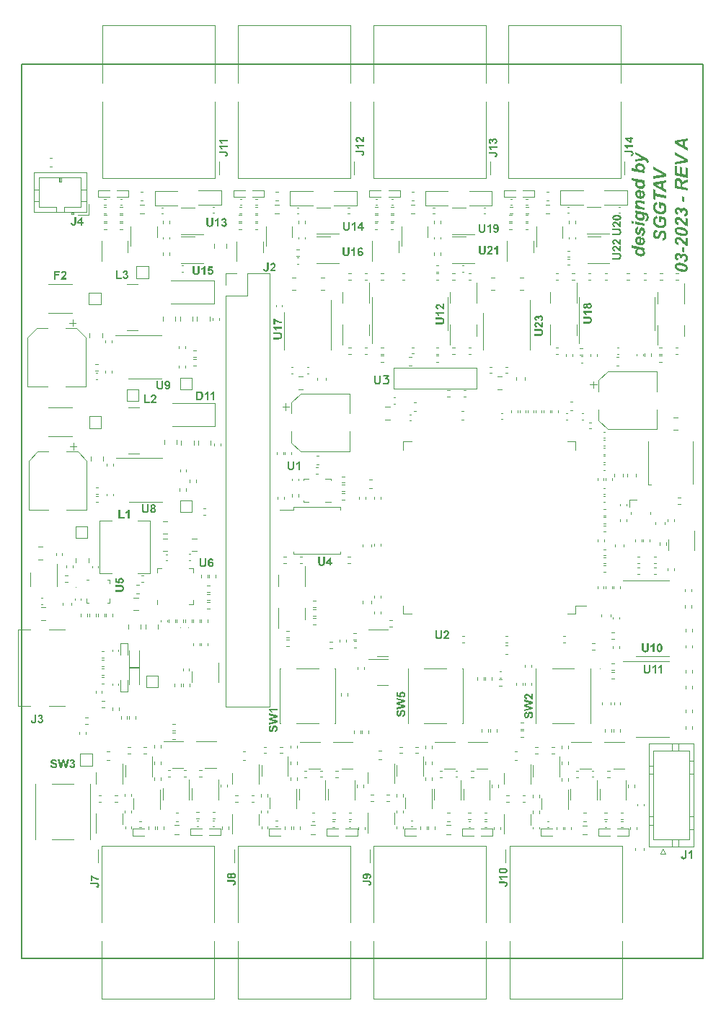
<source format=gbr>
%TF.GenerationSoftware,KiCad,Pcbnew,(7.0.0)*%
%TF.CreationDate,2023-03-09T20:35:22+00:00*%
%TF.ProjectId,RobotLegoController,526f626f-744c-4656-976f-436f6e74726f,REV A*%
%TF.SameCoordinates,Original*%
%TF.FileFunction,Legend,Top*%
%TF.FilePolarity,Positive*%
%FSLAX46Y46*%
G04 Gerber Fmt 4.6, Leading zero omitted, Abs format (unit mm)*
G04 Created by KiCad (PCBNEW (7.0.0)) date 2023-03-09 20:35:22*
%MOMM*%
%LPD*%
G01*
G04 APERTURE LIST*
%ADD10C,0.150000*%
%ADD11C,0.300000*%
%ADD12C,0.120000*%
%ADD13C,0.100000*%
G04 APERTURE END LIST*
D10*
X130000000Y-34000000D02*
X130000000Y-139000000D01*
X210000000Y-34000000D02*
X130000000Y-34000000D01*
X210000000Y-139000000D02*
X210000000Y-34000000D01*
X130000000Y-139000000D02*
X210000000Y-139000000D01*
D11*
G36*
X203155000Y-55579447D02*
G01*
X203155000Y-55859716D01*
X203025673Y-55835170D01*
X203040586Y-55850194D01*
X203054687Y-55865180D01*
X203067977Y-55880127D01*
X203080456Y-55895036D01*
X203092123Y-55909906D01*
X203102979Y-55924737D01*
X203113023Y-55939530D01*
X203122256Y-55954284D01*
X203130677Y-55968999D01*
X203138287Y-55983676D01*
X203142909Y-55993439D01*
X203149260Y-56008179D01*
X203154987Y-56023273D01*
X203160088Y-56038722D01*
X203164565Y-56054524D01*
X203168417Y-56070681D01*
X203171645Y-56087192D01*
X203174248Y-56104058D01*
X203176226Y-56121277D01*
X203177579Y-56138851D01*
X203178308Y-56156779D01*
X203178447Y-56168927D01*
X203177993Y-56189926D01*
X203176632Y-56210424D01*
X203174364Y-56230421D01*
X203171188Y-56249917D01*
X203167105Y-56268912D01*
X203162115Y-56287406D01*
X203156217Y-56305400D01*
X203149412Y-56322892D01*
X203141700Y-56339884D01*
X203133081Y-56356374D01*
X203123554Y-56372364D01*
X203113119Y-56387853D01*
X203101778Y-56402841D01*
X203089529Y-56417328D01*
X203076373Y-56431314D01*
X203062309Y-56444800D01*
X203047314Y-56457577D01*
X203031455Y-56469529D01*
X203014731Y-56480658D01*
X202997142Y-56490962D01*
X202978690Y-56500441D01*
X202959372Y-56509097D01*
X202939191Y-56516928D01*
X202918145Y-56523934D01*
X202896235Y-56530117D01*
X202873460Y-56535475D01*
X202849821Y-56540009D01*
X202825317Y-56543718D01*
X202799950Y-56546603D01*
X202773717Y-56548664D01*
X202746621Y-56549900D01*
X202718660Y-56550313D01*
X202702246Y-56550168D01*
X202685930Y-56549733D01*
X202669714Y-56549009D01*
X202653596Y-56547994D01*
X202637577Y-56546690D01*
X202621656Y-56545096D01*
X202605834Y-56543213D01*
X202590112Y-56541039D01*
X202574487Y-56538576D01*
X202558962Y-56535823D01*
X202543535Y-56532780D01*
X202528207Y-56529447D01*
X202512978Y-56525825D01*
X202497848Y-56521912D01*
X202482816Y-56517710D01*
X202467883Y-56513218D01*
X202453049Y-56508437D01*
X202438314Y-56503365D01*
X202423677Y-56498004D01*
X202409139Y-56492353D01*
X202394700Y-56486412D01*
X202380359Y-56480181D01*
X202366118Y-56473661D01*
X202351975Y-56466850D01*
X202337931Y-56459750D01*
X202323985Y-56452360D01*
X202310138Y-56444681D01*
X202296390Y-56436711D01*
X202282741Y-56428452D01*
X202269191Y-56419903D01*
X202255739Y-56411064D01*
X202242386Y-56401935D01*
X202229290Y-56392568D01*
X202216610Y-56383013D01*
X202204346Y-56373271D01*
X202192498Y-56363341D01*
X202181065Y-56353224D01*
X202170048Y-56342919D01*
X202159446Y-56332427D01*
X202149261Y-56321747D01*
X202130137Y-56299825D01*
X202112676Y-56277154D01*
X202096878Y-56253732D01*
X202082743Y-56229561D01*
X202070271Y-56204639D01*
X202059462Y-56178968D01*
X202050315Y-56152547D01*
X202042832Y-56125376D01*
X202037012Y-56097455D01*
X202032854Y-56068784D01*
X202031399Y-56054167D01*
X202030360Y-56039363D01*
X202029736Y-56024372D01*
X202029528Y-56009193D01*
X202030265Y-55982054D01*
X202031620Y-55965962D01*
X202264002Y-55965962D01*
X202264545Y-55981993D01*
X202266177Y-55997664D01*
X202268896Y-56012974D01*
X202272703Y-56027923D01*
X202277597Y-56042512D01*
X202283579Y-56056740D01*
X202290649Y-56070607D01*
X202298806Y-56084114D01*
X202308051Y-56097260D01*
X202318384Y-56110046D01*
X202329804Y-56122471D01*
X202342312Y-56134535D01*
X202355908Y-56146239D01*
X202370591Y-56157582D01*
X202386362Y-56168564D01*
X202403220Y-56179186D01*
X202420665Y-56189301D01*
X202438288Y-56198763D01*
X202456088Y-56207573D01*
X202474066Y-56215730D01*
X202492221Y-56223235D01*
X202510553Y-56230087D01*
X202529063Y-56236287D01*
X202547751Y-56241834D01*
X202566616Y-56246728D01*
X202585658Y-56250970D01*
X202604878Y-56254559D01*
X202624275Y-56257496D01*
X202643850Y-56259780D01*
X202663602Y-56261412D01*
X202683532Y-56262390D01*
X202703639Y-56262717D01*
X202724430Y-56262195D01*
X202744352Y-56260630D01*
X202763405Y-56258022D01*
X202781588Y-56254370D01*
X202798902Y-56249676D01*
X202815347Y-56243938D01*
X202830922Y-56237156D01*
X202845628Y-56229332D01*
X202859464Y-56220464D01*
X202872431Y-56210553D01*
X202880593Y-56203366D01*
X202891920Y-56191999D01*
X202902132Y-56180156D01*
X202911231Y-56167836D01*
X202919215Y-56155040D01*
X202926086Y-56141767D01*
X202931842Y-56128018D01*
X202936484Y-56113792D01*
X202940012Y-56099089D01*
X202942426Y-56083910D01*
X202943726Y-56068255D01*
X202943974Y-56057553D01*
X202943507Y-56042602D01*
X202942106Y-56027839D01*
X202939772Y-56013262D01*
X202936503Y-55998871D01*
X202932301Y-55984668D01*
X202927165Y-55970651D01*
X202921096Y-55956821D01*
X202914092Y-55943178D01*
X202906155Y-55929722D01*
X202897284Y-55916452D01*
X202890851Y-55907710D01*
X202880398Y-55894903D01*
X202868959Y-55882585D01*
X202856535Y-55870757D01*
X202843126Y-55859418D01*
X202828732Y-55848569D01*
X202813352Y-55838209D01*
X202796987Y-55828339D01*
X202779636Y-55818958D01*
X202761301Y-55810066D01*
X202741980Y-55801664D01*
X202728551Y-55796335D01*
X202708158Y-55788871D01*
X202687919Y-55782141D01*
X202667835Y-55776146D01*
X202647906Y-55770884D01*
X202628130Y-55766357D01*
X202608510Y-55762564D01*
X202589044Y-55759505D01*
X202569733Y-55757180D01*
X202550576Y-55755589D01*
X202531573Y-55754733D01*
X202518991Y-55754569D01*
X202498011Y-55755133D01*
X202477797Y-55756823D01*
X202458349Y-55759641D01*
X202439668Y-55763585D01*
X202421753Y-55768657D01*
X202404604Y-55774855D01*
X202388222Y-55782181D01*
X202372606Y-55790633D01*
X202357756Y-55800213D01*
X202343673Y-55810919D01*
X202334710Y-55818683D01*
X202322074Y-55830810D01*
X202310680Y-55843284D01*
X202300530Y-55856106D01*
X202291622Y-55869276D01*
X202283957Y-55882793D01*
X202277536Y-55896659D01*
X202272357Y-55910872D01*
X202268421Y-55925433D01*
X202265728Y-55940341D01*
X202264278Y-55955598D01*
X202264002Y-55965962D01*
X202031620Y-55965962D01*
X202032477Y-55955778D01*
X202036162Y-55930363D01*
X202041321Y-55905809D01*
X202047954Y-55882117D01*
X202056061Y-55859287D01*
X202065643Y-55837318D01*
X202076698Y-55816210D01*
X202089227Y-55795964D01*
X202103231Y-55776580D01*
X202118708Y-55758057D01*
X202135660Y-55740396D01*
X202154085Y-55723596D01*
X202173985Y-55707658D01*
X202195358Y-55692581D01*
X202218206Y-55678366D01*
X201630924Y-55560030D01*
X201630924Y-55264374D01*
X203155000Y-55579447D01*
G37*
G36*
X202515209Y-54222248D02*
G01*
X202534502Y-54222789D01*
X202553420Y-54223691D01*
X202571965Y-54224953D01*
X202590137Y-54226576D01*
X202607935Y-54228559D01*
X202625359Y-54230903D01*
X202642410Y-54233608D01*
X202659088Y-54236674D01*
X202675391Y-54240100D01*
X202686053Y-54242584D01*
X202686053Y-54984472D01*
X202700891Y-54985296D01*
X202711699Y-54985571D01*
X202730922Y-54985023D01*
X202749437Y-54983381D01*
X202767244Y-54980644D01*
X202784342Y-54976812D01*
X202800732Y-54971886D01*
X202816413Y-54965864D01*
X202831386Y-54958748D01*
X202845651Y-54950537D01*
X202859207Y-54941231D01*
X202872055Y-54930831D01*
X202880226Y-54923289D01*
X202891619Y-54911370D01*
X202901890Y-54898967D01*
X202911042Y-54886082D01*
X202919072Y-54872713D01*
X202925982Y-54858862D01*
X202931772Y-54844528D01*
X202936441Y-54829710D01*
X202939989Y-54814410D01*
X202942417Y-54798627D01*
X202943725Y-54782360D01*
X202943974Y-54771248D01*
X202943424Y-54753091D01*
X202941775Y-54735441D01*
X202939028Y-54718298D01*
X202935181Y-54701661D01*
X202930235Y-54685531D01*
X202924190Y-54669908D01*
X202917046Y-54654791D01*
X202908803Y-54640181D01*
X202899460Y-54626077D01*
X202889019Y-54612480D01*
X202877479Y-54599390D01*
X202864839Y-54586806D01*
X202851100Y-54574729D01*
X202836263Y-54563159D01*
X202820326Y-54552095D01*
X202803290Y-54541537D01*
X202850184Y-54276656D01*
X202870380Y-54286522D01*
X202889935Y-54296795D01*
X202908849Y-54307474D01*
X202927121Y-54318559D01*
X202944752Y-54330051D01*
X202961742Y-54341949D01*
X202978091Y-54354254D01*
X202993799Y-54366965D01*
X203008866Y-54380082D01*
X203023292Y-54393606D01*
X203037076Y-54407537D01*
X203050219Y-54421874D01*
X203062721Y-54436617D01*
X203074583Y-54451767D01*
X203085802Y-54467323D01*
X203096381Y-54483285D01*
X203106319Y-54499574D01*
X203115615Y-54516109D01*
X203124271Y-54532891D01*
X203132285Y-54549918D01*
X203139658Y-54567191D01*
X203146390Y-54584711D01*
X203152481Y-54602477D01*
X203157930Y-54620489D01*
X203162739Y-54638747D01*
X203166906Y-54657251D01*
X203170433Y-54676002D01*
X203173318Y-54694998D01*
X203175562Y-54714241D01*
X203177165Y-54733730D01*
X203178126Y-54753465D01*
X203178447Y-54773446D01*
X203177900Y-54800648D01*
X203176260Y-54827210D01*
X203173527Y-54853130D01*
X203169700Y-54878409D01*
X203164780Y-54903047D01*
X203158766Y-54927044D01*
X203151659Y-54950400D01*
X203143459Y-54973114D01*
X203134165Y-54995188D01*
X203123778Y-55016620D01*
X203112298Y-55037411D01*
X203099724Y-55057561D01*
X203086057Y-55077070D01*
X203071297Y-55095938D01*
X203055443Y-55114165D01*
X203038496Y-55131750D01*
X203020648Y-55148476D01*
X203002094Y-55164122D01*
X202982833Y-55178689D01*
X202962864Y-55192177D01*
X202942189Y-55204587D01*
X202920807Y-55215917D01*
X202898718Y-55226168D01*
X202875922Y-55235340D01*
X202852418Y-55243433D01*
X202828208Y-55250446D01*
X202803291Y-55256381D01*
X202777667Y-55261237D01*
X202751336Y-55265014D01*
X202724298Y-55267711D01*
X202696553Y-55269330D01*
X202668101Y-55269870D01*
X202640132Y-55269383D01*
X202612551Y-55267923D01*
X202585360Y-55265490D01*
X202558558Y-55262084D01*
X202532146Y-55257705D01*
X202506123Y-55252353D01*
X202480489Y-55246027D01*
X202455244Y-55238729D01*
X202430388Y-55230457D01*
X202405922Y-55221212D01*
X202381845Y-55210994D01*
X202358157Y-55199802D01*
X202334859Y-55187638D01*
X202311950Y-55174500D01*
X202289430Y-55160390D01*
X202267299Y-55145306D01*
X202252670Y-55134539D01*
X202238506Y-55123488D01*
X202224807Y-55112154D01*
X202211571Y-55100535D01*
X202198801Y-55088632D01*
X202186494Y-55076445D01*
X202174652Y-55063974D01*
X202163274Y-55051219D01*
X202152361Y-55038180D01*
X202141912Y-55024856D01*
X202131928Y-55011249D01*
X202122408Y-54997357D01*
X202113352Y-54983182D01*
X202104761Y-54968722D01*
X202096634Y-54953979D01*
X202088971Y-54938951D01*
X202081773Y-54923639D01*
X202075039Y-54908043D01*
X202068770Y-54892163D01*
X202062965Y-54875999D01*
X202057624Y-54859551D01*
X202052748Y-54842819D01*
X202048336Y-54825803D01*
X202044389Y-54808502D01*
X202040906Y-54790918D01*
X202037888Y-54773050D01*
X202035333Y-54754897D01*
X202033244Y-54736460D01*
X202031618Y-54717740D01*
X202030457Y-54698735D01*
X202030218Y-54692113D01*
X202264002Y-54692113D01*
X202264523Y-54709122D01*
X202266088Y-54725803D01*
X202268696Y-54742155D01*
X202272348Y-54758179D01*
X202277043Y-54773874D01*
X202282781Y-54789241D01*
X202289562Y-54804280D01*
X202297387Y-54818990D01*
X202306254Y-54833371D01*
X202316166Y-54847424D01*
X202323353Y-54856611D01*
X202334977Y-54869800D01*
X202347593Y-54882165D01*
X202361200Y-54893705D01*
X202375800Y-54904421D01*
X202391391Y-54914313D01*
X202407974Y-54923381D01*
X202425549Y-54931624D01*
X202444115Y-54939043D01*
X202463674Y-54945637D01*
X202484224Y-54951407D01*
X202498475Y-54954796D01*
X202498475Y-54492078D01*
X202483637Y-54491254D01*
X202472829Y-54490979D01*
X202453712Y-54491459D01*
X202435516Y-54492898D01*
X202418241Y-54495297D01*
X202401886Y-54498656D01*
X202386453Y-54502974D01*
X202371940Y-54508251D01*
X202358349Y-54514488D01*
X202341659Y-54524297D01*
X202326607Y-54535812D01*
X202316392Y-54545567D01*
X202304113Y-54559798D01*
X202293471Y-54575197D01*
X202284466Y-54591764D01*
X202277099Y-54609498D01*
X202272648Y-54623565D01*
X202269118Y-54638289D01*
X202266509Y-54653670D01*
X202264820Y-54669708D01*
X202264053Y-54686402D01*
X202264002Y-54692113D01*
X202030218Y-54692113D01*
X202029761Y-54679446D01*
X202029528Y-54659873D01*
X202030008Y-54635099D01*
X202031446Y-54610969D01*
X202033843Y-54587483D01*
X202037199Y-54564641D01*
X202041514Y-54542443D01*
X202046788Y-54520889D01*
X202053020Y-54499979D01*
X202060211Y-54479713D01*
X202068362Y-54460091D01*
X202077471Y-54441113D01*
X202087539Y-54422780D01*
X202098565Y-54405090D01*
X202110551Y-54388044D01*
X202123495Y-54371642D01*
X202137398Y-54355884D01*
X202152260Y-54340770D01*
X202167984Y-54326396D01*
X202184472Y-54312949D01*
X202201724Y-54300430D01*
X202219740Y-54288838D01*
X202238521Y-54278173D01*
X202258065Y-54268436D01*
X202278374Y-54259626D01*
X202299447Y-54251743D01*
X202321285Y-54244788D01*
X202343886Y-54238760D01*
X202367252Y-54233660D01*
X202391382Y-54229487D01*
X202416276Y-54226241D01*
X202441934Y-54223922D01*
X202468357Y-54222531D01*
X202495544Y-54222068D01*
X202515209Y-54222248D01*
G37*
G36*
X202824539Y-54178104D02*
G01*
X202779842Y-53891973D01*
X202796212Y-53884665D01*
X202811660Y-53877028D01*
X202826188Y-53869063D01*
X202839795Y-53860770D01*
X202852480Y-53852147D01*
X202864245Y-53843197D01*
X202878499Y-53830752D01*
X202891116Y-53817723D01*
X202902095Y-53804110D01*
X202906971Y-53797085D01*
X202915643Y-53782247D01*
X202923160Y-53766127D01*
X202929519Y-53748725D01*
X202934723Y-53730040D01*
X202937867Y-53715186D01*
X202940360Y-53699609D01*
X202942203Y-53683312D01*
X202943396Y-53666293D01*
X202943938Y-53648553D01*
X202943974Y-53642479D01*
X202943636Y-53623874D01*
X202942621Y-53605978D01*
X202940931Y-53588789D01*
X202938564Y-53572309D01*
X202935521Y-53556538D01*
X202931802Y-53541475D01*
X202927407Y-53527120D01*
X202920495Y-53509082D01*
X202912380Y-53492304D01*
X202905505Y-53480546D01*
X202896985Y-53468409D01*
X202886028Y-53456559D01*
X202874273Y-53447672D01*
X202859550Y-53441048D01*
X202843739Y-53438456D01*
X202841392Y-53438415D01*
X202825542Y-53440525D01*
X202811583Y-53446035D01*
X202797915Y-53454964D01*
X202791933Y-53460030D01*
X202781504Y-53473667D01*
X202773454Y-53487937D01*
X202766653Y-53502070D01*
X202759532Y-53518620D01*
X202753981Y-53532617D01*
X202748249Y-53547973D01*
X202742337Y-53564688D01*
X202736245Y-53582762D01*
X202730717Y-53599301D01*
X202725263Y-53615441D01*
X202719881Y-53631183D01*
X202714572Y-53646527D01*
X202709337Y-53661471D01*
X202704174Y-53676018D01*
X202699084Y-53690165D01*
X202689124Y-53717265D01*
X202679455Y-53742770D01*
X202670078Y-53766681D01*
X202660994Y-53788998D01*
X202652201Y-53809720D01*
X202643700Y-53828848D01*
X202635491Y-53846382D01*
X202627574Y-53862322D01*
X202619950Y-53876667D01*
X202612617Y-53889419D01*
X202602164Y-53905556D01*
X202595561Y-53914322D01*
X202585293Y-53926433D01*
X202574638Y-53937763D01*
X202563597Y-53948312D01*
X202552170Y-53958079D01*
X202540356Y-53967065D01*
X202528156Y-53975270D01*
X202509131Y-53986112D01*
X202489237Y-53995195D01*
X202468473Y-54002521D01*
X202454148Y-54006428D01*
X202439436Y-54009553D01*
X202424338Y-54011897D01*
X202408853Y-54013460D01*
X202392982Y-54014241D01*
X202384902Y-54014339D01*
X202368785Y-54013961D01*
X202352948Y-54012828D01*
X202337392Y-54010939D01*
X202322116Y-54008294D01*
X202307121Y-54004894D01*
X202292406Y-54000738D01*
X202277972Y-53995826D01*
X202263818Y-53990159D01*
X202249945Y-53983736D01*
X202236353Y-53976558D01*
X202223040Y-53968624D01*
X202210009Y-53959934D01*
X202197257Y-53950489D01*
X202184787Y-53940288D01*
X202172597Y-53929331D01*
X202160687Y-53917619D01*
X202144804Y-53900211D01*
X202129947Y-53881784D01*
X202116114Y-53862338D01*
X202103305Y-53841873D01*
X202091521Y-53820389D01*
X202080762Y-53797887D01*
X202071028Y-53774365D01*
X202062318Y-53749824D01*
X202054633Y-53724265D01*
X202047973Y-53697686D01*
X202042337Y-53670088D01*
X202037726Y-53641472D01*
X202035805Y-53626782D01*
X202034139Y-53611836D01*
X202032731Y-53596637D01*
X202031578Y-53581182D01*
X202030681Y-53565473D01*
X202030041Y-53549509D01*
X202029657Y-53533290D01*
X202029528Y-53516816D01*
X202029855Y-53490796D01*
X202030834Y-53465583D01*
X202032465Y-53441177D01*
X202034749Y-53417578D01*
X202037686Y-53394786D01*
X202041275Y-53372801D01*
X202045517Y-53351623D01*
X202050411Y-53331253D01*
X202055958Y-53311690D01*
X202062158Y-53292934D01*
X202069010Y-53274985D01*
X202076515Y-53257843D01*
X202084672Y-53241508D01*
X202093482Y-53225980D01*
X202102944Y-53211260D01*
X202113060Y-53197347D01*
X202123686Y-53184146D01*
X202134772Y-53171564D01*
X202146320Y-53159600D01*
X202158328Y-53148254D01*
X202170798Y-53137526D01*
X202183728Y-53127417D01*
X202197119Y-53117926D01*
X202210970Y-53109053D01*
X202225283Y-53100798D01*
X202240056Y-53093162D01*
X202255290Y-53086144D01*
X202270985Y-53079744D01*
X202287141Y-53073962D01*
X202303758Y-53068799D01*
X202320835Y-53064254D01*
X202338374Y-53060327D01*
X202381238Y-53333268D01*
X202365061Y-53340676D01*
X202350190Y-53349389D01*
X202336625Y-53359409D01*
X202324366Y-53370734D01*
X202313412Y-53383366D01*
X202303765Y-53397303D01*
X202300272Y-53403244D01*
X202291771Y-53420154D01*
X202284404Y-53437911D01*
X202279622Y-53451785D01*
X202275478Y-53466135D01*
X202271971Y-53480962D01*
X202269102Y-53496266D01*
X202266871Y-53512046D01*
X202265277Y-53528303D01*
X202264320Y-53545036D01*
X202264002Y-53562246D01*
X202264217Y-53579168D01*
X202264865Y-53595176D01*
X202265943Y-53610269D01*
X202268053Y-53628970D01*
X202270929Y-53646046D01*
X202274573Y-53661497D01*
X202280206Y-53678523D01*
X202287038Y-53693010D01*
X202288548Y-53695602D01*
X202298011Y-53709422D01*
X202307988Y-53720383D01*
X202320280Y-53729557D01*
X202335186Y-53735276D01*
X202344968Y-53736269D01*
X202360928Y-53733681D01*
X202374329Y-53727172D01*
X202387204Y-53716701D01*
X202397822Y-53704572D01*
X202404685Y-53694870D01*
X202411744Y-53681234D01*
X202417422Y-53667678D01*
X202423880Y-53650551D01*
X202429233Y-53635361D01*
X202435025Y-53618162D01*
X202441255Y-53598954D01*
X202447922Y-53577736D01*
X202452610Y-53562475D01*
X202457493Y-53546320D01*
X202462571Y-53529273D01*
X202470439Y-53502767D01*
X202478290Y-53477381D01*
X202486124Y-53453113D01*
X202493941Y-53429965D01*
X202501741Y-53407936D01*
X202509523Y-53387026D01*
X202517288Y-53367235D01*
X202525036Y-53348564D01*
X202532767Y-53331011D01*
X202540481Y-53314578D01*
X202548177Y-53299263D01*
X202555857Y-53285068D01*
X202563519Y-53271992D01*
X202574980Y-53254476D01*
X202586402Y-53239479D01*
X202597256Y-53227012D01*
X202608384Y-53215350D01*
X202619787Y-53204492D01*
X202631465Y-53194439D01*
X202643418Y-53185190D01*
X202655645Y-53176745D01*
X202674501Y-53165585D01*
X202693976Y-53156235D01*
X202714069Y-53148695D01*
X202734780Y-53142965D01*
X202756109Y-53139044D01*
X202778056Y-53136933D01*
X202793032Y-53136530D01*
X202812379Y-53137041D01*
X202831403Y-53138574D01*
X202850103Y-53141129D01*
X202868480Y-53144705D01*
X202886533Y-53149303D01*
X202904263Y-53154923D01*
X202921670Y-53161565D01*
X202938753Y-53169228D01*
X202955513Y-53177914D01*
X202971949Y-53187621D01*
X202988062Y-53198350D01*
X203003851Y-53210101D01*
X203019317Y-53222874D01*
X203034460Y-53236668D01*
X203049279Y-53251484D01*
X203063775Y-53267322D01*
X203077661Y-53284091D01*
X203090651Y-53301698D01*
X203102745Y-53320143D01*
X203113944Y-53339427D01*
X203124246Y-53359550D01*
X203133653Y-53380512D01*
X203142164Y-53402312D01*
X203149779Y-53424951D01*
X203156498Y-53448428D01*
X203162321Y-53472744D01*
X203167248Y-53497899D01*
X203171280Y-53523892D01*
X203174415Y-53550724D01*
X203176655Y-53578394D01*
X203177999Y-53606903D01*
X203178447Y-53636251D01*
X203178356Y-53650961D01*
X203177632Y-53679749D01*
X203176184Y-53707696D01*
X203174011Y-53734801D01*
X203171115Y-53761065D01*
X203167494Y-53786487D01*
X203163149Y-53811068D01*
X203158080Y-53834807D01*
X203152287Y-53857705D01*
X203145770Y-53879761D01*
X203138528Y-53900976D01*
X203130563Y-53921349D01*
X203121873Y-53940881D01*
X203112459Y-53959571D01*
X203102321Y-53977420D01*
X203091459Y-53994427D01*
X203085757Y-54002616D01*
X203073831Y-54018414D01*
X203061319Y-54033568D01*
X203048220Y-54048078D01*
X203034534Y-54061944D01*
X203020262Y-54075166D01*
X203005403Y-54087744D01*
X202989957Y-54099678D01*
X202973924Y-54110968D01*
X202957304Y-54121614D01*
X202940098Y-54131616D01*
X202922305Y-54140974D01*
X202903925Y-54149688D01*
X202884959Y-54157758D01*
X202865406Y-54165184D01*
X202845266Y-54171966D01*
X202824539Y-54178104D01*
G37*
G36*
X201630924Y-52656960D02*
G01*
X201630924Y-52361304D01*
X201888845Y-52416625D01*
X201888845Y-52712647D01*
X201630924Y-52656960D01*
G37*
G36*
X202052976Y-52743422D02*
G01*
X202052976Y-52447766D01*
X203155000Y-52676377D01*
X203155000Y-52972033D01*
X202052976Y-52743422D01*
G37*
G36*
X202954232Y-51349405D02*
G01*
X202982027Y-51355164D01*
X203008809Y-51360809D01*
X203034577Y-51366338D01*
X203059333Y-51371754D01*
X203083075Y-51377055D01*
X203105804Y-51382241D01*
X203127519Y-51387313D01*
X203148222Y-51392270D01*
X203167911Y-51397113D01*
X203186587Y-51401841D01*
X203204250Y-51406455D01*
X203220899Y-51410955D01*
X203236536Y-51415340D01*
X203251159Y-51419610D01*
X203271194Y-51425801D01*
X203277365Y-51427807D01*
X203295152Y-51433867D01*
X203312244Y-51440095D01*
X203328640Y-51446490D01*
X203344341Y-51453052D01*
X203359346Y-51459782D01*
X203373656Y-51466679D01*
X203387270Y-51473744D01*
X203400189Y-51480976D01*
X203416332Y-51490879D01*
X203431238Y-51501080D01*
X203445326Y-51511682D01*
X203458830Y-51522971D01*
X203471750Y-51534946D01*
X203484086Y-51547609D01*
X203495838Y-51560958D01*
X203507007Y-51574994D01*
X203517591Y-51589718D01*
X203527592Y-51605128D01*
X203536957Y-51621145D01*
X203545635Y-51637872D01*
X203553627Y-51655308D01*
X203560931Y-51673455D01*
X203565959Y-51687530D01*
X203570600Y-51702005D01*
X203574854Y-51716880D01*
X203578723Y-51732153D01*
X203582205Y-51747826D01*
X203583279Y-51753139D01*
X203586357Y-51769273D01*
X203589131Y-51785665D01*
X203591603Y-51802315D01*
X203593772Y-51819222D01*
X203595639Y-51836387D01*
X203597203Y-51853809D01*
X203598464Y-51871489D01*
X203599422Y-51889426D01*
X203600078Y-51907622D01*
X203600431Y-51926074D01*
X203600498Y-51938519D01*
X203600217Y-51967066D01*
X203599371Y-51994728D01*
X203597961Y-52021505D01*
X203595988Y-52047398D01*
X203593450Y-52072407D01*
X203590349Y-52096531D01*
X203586684Y-52119771D01*
X203582455Y-52142126D01*
X203577662Y-52163597D01*
X203572306Y-52184184D01*
X203566385Y-52203886D01*
X203559901Y-52222703D01*
X203552852Y-52240637D01*
X203545240Y-52257685D01*
X203537064Y-52273850D01*
X203528325Y-52289130D01*
X203518929Y-52303460D01*
X203508787Y-52316865D01*
X203497898Y-52329345D01*
X203486261Y-52340902D01*
X203473878Y-52351533D01*
X203460748Y-52361241D01*
X203446870Y-52370023D01*
X203432246Y-52377882D01*
X203416874Y-52384815D01*
X203400756Y-52390825D01*
X203383890Y-52395909D01*
X203366277Y-52400069D01*
X203347917Y-52403305D01*
X203328811Y-52405616D01*
X203308957Y-52407003D01*
X203288356Y-52407465D01*
X203273166Y-52406982D01*
X203258070Y-52405677D01*
X203248789Y-52404535D01*
X203279197Y-52092026D01*
X203294149Y-52091064D01*
X203308617Y-52087683D01*
X203321769Y-52081071D01*
X203327191Y-52076639D01*
X203336801Y-52065161D01*
X203344654Y-52051650D01*
X203351003Y-52037110D01*
X203354668Y-52026813D01*
X203359093Y-52010394D01*
X203362021Y-51994423D01*
X203363851Y-51979775D01*
X203365127Y-51963911D01*
X203365848Y-51946831D01*
X203366025Y-51932291D01*
X203365713Y-51915034D01*
X203364776Y-51898434D01*
X203363214Y-51882491D01*
X203361028Y-51867204D01*
X203358217Y-51852575D01*
X203353497Y-51834090D01*
X203347667Y-51816774D01*
X203340726Y-51800625D01*
X203332674Y-51785644D01*
X203330488Y-51782082D01*
X203320973Y-51769186D01*
X203309830Y-51757059D01*
X203297059Y-51745701D01*
X203282660Y-51735113D01*
X203269969Y-51727196D01*
X203256236Y-51719771D01*
X203241461Y-51712839D01*
X203227222Y-51707463D01*
X203212636Y-51702841D01*
X203195211Y-51697932D01*
X203180279Y-51694063D01*
X203163749Y-51690032D01*
X203145623Y-51685841D01*
X203125899Y-51681489D01*
X203104579Y-51676975D01*
X203089478Y-51673877D01*
X203073667Y-51670707D01*
X203022742Y-51660449D01*
X203038758Y-51679677D01*
X203053740Y-51698986D01*
X203067689Y-51718374D01*
X203080605Y-51737843D01*
X203092487Y-51757392D01*
X203103336Y-51777021D01*
X203113152Y-51796731D01*
X203121935Y-51816520D01*
X203129685Y-51836389D01*
X203136401Y-51856339D01*
X203142084Y-51876369D01*
X203146733Y-51896479D01*
X203150350Y-51916669D01*
X203152933Y-51936939D01*
X203154483Y-51957290D01*
X203155000Y-51977720D01*
X203154557Y-51997598D01*
X203153231Y-52017024D01*
X203151020Y-52035998D01*
X203147924Y-52054519D01*
X203143944Y-52072588D01*
X203139080Y-52090205D01*
X203133331Y-52107370D01*
X203126698Y-52124083D01*
X203119180Y-52140343D01*
X203110778Y-52156151D01*
X203101492Y-52171507D01*
X203091321Y-52186410D01*
X203080265Y-52200862D01*
X203068326Y-52214861D01*
X203055502Y-52228408D01*
X203041793Y-52241502D01*
X203027186Y-52253969D01*
X203011757Y-52265631D01*
X202995507Y-52276489D01*
X202978435Y-52286542D01*
X202960542Y-52295792D01*
X202941827Y-52304237D01*
X202922291Y-52311877D01*
X202901933Y-52318714D01*
X202880754Y-52324746D01*
X202858754Y-52329974D01*
X202835932Y-52334397D01*
X202812289Y-52338017D01*
X202787824Y-52340832D01*
X202762537Y-52342842D01*
X202736430Y-52344049D01*
X202709501Y-52344451D01*
X202685492Y-52344177D01*
X202661736Y-52343357D01*
X202638231Y-52341991D01*
X202614979Y-52340077D01*
X202591978Y-52337617D01*
X202569229Y-52334611D01*
X202546732Y-52331057D01*
X202524487Y-52326957D01*
X202502493Y-52322310D01*
X202480752Y-52317117D01*
X202459262Y-52311376D01*
X202438025Y-52305090D01*
X202417039Y-52298256D01*
X202396305Y-52290876D01*
X202375823Y-52282949D01*
X202355593Y-52274475D01*
X202335795Y-52265506D01*
X202316609Y-52256094D01*
X202298036Y-52246238D01*
X202280076Y-52235938D01*
X202262728Y-52225195D01*
X202245992Y-52214008D01*
X202229870Y-52202377D01*
X202214359Y-52190303D01*
X202199461Y-52177785D01*
X202185176Y-52164824D01*
X202171503Y-52151418D01*
X202158443Y-52137569D01*
X202145995Y-52123277D01*
X202134160Y-52108541D01*
X202122937Y-52093361D01*
X202112327Y-52077738D01*
X202102300Y-52061872D01*
X202092921Y-52045967D01*
X202084188Y-52030022D01*
X202076103Y-52014036D01*
X202068664Y-51998010D01*
X202061872Y-51981945D01*
X202055726Y-51965839D01*
X202050228Y-51949693D01*
X202045377Y-51933507D01*
X202041172Y-51917282D01*
X202037614Y-51901016D01*
X202034703Y-51884709D01*
X202032439Y-51868363D01*
X202030822Y-51851977D01*
X202029852Y-51835551D01*
X202029528Y-51819084D01*
X202030028Y-51798778D01*
X202031525Y-51778800D01*
X202032969Y-51767427D01*
X202264002Y-51767427D01*
X202264526Y-51782221D01*
X202266859Y-51801595D01*
X202271058Y-51820569D01*
X202277123Y-51839142D01*
X202282897Y-51852809D01*
X202289720Y-51866250D01*
X202297593Y-51879466D01*
X202306515Y-51892456D01*
X202316488Y-51905222D01*
X202323719Y-51913606D01*
X202335414Y-51925837D01*
X202348242Y-51937662D01*
X202362204Y-51949081D01*
X202377300Y-51960095D01*
X202393529Y-51970702D01*
X202410891Y-51980904D01*
X202429386Y-51990701D01*
X202449016Y-52000091D01*
X202462731Y-52006126D01*
X202476951Y-52011981D01*
X202491674Y-52017655D01*
X202506901Y-52023149D01*
X202524659Y-52029042D01*
X202542076Y-52034355D01*
X202559152Y-52039088D01*
X202575886Y-52043242D01*
X202592279Y-52046816D01*
X202608331Y-52049811D01*
X202624041Y-52052226D01*
X202639410Y-52054061D01*
X202654438Y-52055317D01*
X202669125Y-52055993D01*
X202678726Y-52056122D01*
X202700353Y-52055629D01*
X202720994Y-52054151D01*
X202740650Y-52051688D01*
X202759320Y-52048240D01*
X202777006Y-52043806D01*
X202793706Y-52038386D01*
X202809420Y-52031982D01*
X202824150Y-52024592D01*
X202837894Y-52016217D01*
X202850652Y-52006856D01*
X202858611Y-52000068D01*
X202869676Y-51989307D01*
X202879652Y-51978044D01*
X202888541Y-51966278D01*
X202898699Y-51949809D01*
X202906922Y-51932446D01*
X202913210Y-51914191D01*
X202916657Y-51899914D01*
X202919015Y-51885134D01*
X202920285Y-51869852D01*
X202920526Y-51859385D01*
X202919656Y-51840133D01*
X202917046Y-51821031D01*
X202912695Y-51802077D01*
X202908290Y-51787960D01*
X202902907Y-51773926D01*
X202896544Y-51759976D01*
X202889202Y-51746109D01*
X202880882Y-51732327D01*
X202871582Y-51718628D01*
X202864839Y-51709542D01*
X202853989Y-51696174D01*
X202842320Y-51683412D01*
X202829834Y-51671256D01*
X202816530Y-51659705D01*
X202802409Y-51648759D01*
X202787469Y-51638418D01*
X202771711Y-51628683D01*
X202755136Y-51619553D01*
X202737742Y-51611029D01*
X202719531Y-51603110D01*
X202706936Y-51598167D01*
X202687763Y-51591227D01*
X202668712Y-51584969D01*
X202649784Y-51579394D01*
X202630978Y-51574502D01*
X202612295Y-51570292D01*
X202593734Y-51566765D01*
X202575295Y-51563921D01*
X202556979Y-51561759D01*
X202538784Y-51560280D01*
X202520713Y-51559484D01*
X202508733Y-51559332D01*
X202488436Y-51559886D01*
X202468899Y-51561548D01*
X202450123Y-51564317D01*
X202432106Y-51568194D01*
X202414849Y-51573178D01*
X202398351Y-51579270D01*
X202382614Y-51586470D01*
X202367637Y-51594778D01*
X202353420Y-51604193D01*
X202339962Y-51614716D01*
X202331413Y-51622347D01*
X202319366Y-51634267D01*
X202308503Y-51646535D01*
X202298826Y-51659151D01*
X202290334Y-51672115D01*
X202283027Y-51685427D01*
X202276904Y-51699086D01*
X202271967Y-51713093D01*
X202268215Y-51727448D01*
X202265647Y-51742150D01*
X202264265Y-51757200D01*
X202264002Y-51767427D01*
X202032969Y-51767427D01*
X202034020Y-51759151D01*
X202037514Y-51739830D01*
X202042006Y-51720837D01*
X202047496Y-51702173D01*
X202053984Y-51683837D01*
X202061471Y-51665830D01*
X202069956Y-51648151D01*
X202079438Y-51630800D01*
X202086315Y-51619416D01*
X202097365Y-51602734D01*
X202109220Y-51586761D01*
X202121880Y-51571496D01*
X202135345Y-51556939D01*
X202149615Y-51543091D01*
X202164690Y-51529951D01*
X202180570Y-51517520D01*
X202197255Y-51505797D01*
X202214745Y-51494783D01*
X202233040Y-51484477D01*
X202245683Y-51477999D01*
X202052976Y-51436967D01*
X202052976Y-51159629D01*
X202954232Y-51349405D01*
G37*
G36*
X202052976Y-50873865D02*
G01*
X202052976Y-50593596D01*
X202202819Y-50622172D01*
X202191350Y-50609083D01*
X202180299Y-50596103D01*
X202169666Y-50583232D01*
X202159450Y-50570469D01*
X202149653Y-50557815D01*
X202140274Y-50545270D01*
X202131312Y-50532834D01*
X202122768Y-50520506D01*
X202114642Y-50508287D01*
X202103237Y-50490163D01*
X202092772Y-50472284D01*
X202083247Y-50454649D01*
X202074663Y-50437259D01*
X202069462Y-50425801D01*
X202062326Y-50408613D01*
X202055891Y-50391257D01*
X202050158Y-50373734D01*
X202045128Y-50356043D01*
X202040799Y-50338185D01*
X202037172Y-50320159D01*
X202034247Y-50301966D01*
X202032024Y-50283606D01*
X202030503Y-50265078D01*
X202029684Y-50246383D01*
X202029528Y-50233826D01*
X202029838Y-50217197D01*
X202030765Y-50201014D01*
X202032311Y-50185277D01*
X202034474Y-50169987D01*
X202037256Y-50155144D01*
X202040657Y-50140747D01*
X202046916Y-50119989D01*
X202054567Y-50100235D01*
X202063609Y-50081486D01*
X202074042Y-50063742D01*
X202085866Y-50047002D01*
X202099080Y-50031267D01*
X202108663Y-50021335D01*
X202123889Y-50007389D01*
X202140030Y-49994815D01*
X202157085Y-49983613D01*
X202175055Y-49973782D01*
X202193939Y-49965323D01*
X202213738Y-49958236D01*
X202234451Y-49952520D01*
X202256079Y-49948177D01*
X202271005Y-49946043D01*
X202286338Y-49944519D01*
X202302078Y-49943604D01*
X202318224Y-49943299D01*
X202333542Y-49943832D01*
X202352204Y-49945429D01*
X202368394Y-49947325D01*
X202386465Y-49949821D01*
X202406416Y-49952915D01*
X202428247Y-49956609D01*
X202443846Y-49959404D01*
X202460281Y-49962465D01*
X202477552Y-49965792D01*
X202495658Y-49969386D01*
X202514600Y-49973245D01*
X202534378Y-49977371D01*
X203155000Y-50105965D01*
X203155000Y-50401987D01*
X202532913Y-50271928D01*
X202515919Y-50268423D01*
X202499831Y-50265145D01*
X202484652Y-50262092D01*
X202463583Y-50257937D01*
X202444556Y-50254291D01*
X202427571Y-50251154D01*
X202412627Y-50248525D01*
X202395877Y-50245812D01*
X202380044Y-50243692D01*
X202369881Y-50242985D01*
X202354944Y-50243808D01*
X202338389Y-50246968D01*
X202323328Y-50252498D01*
X202309761Y-50260398D01*
X202297688Y-50270667D01*
X202292212Y-50276691D01*
X202282625Y-50290120D01*
X202275021Y-50305405D01*
X202270200Y-50319558D01*
X202266756Y-50335000D01*
X202264690Y-50351730D01*
X202264002Y-50369747D01*
X202264820Y-50386188D01*
X202267276Y-50403087D01*
X202271369Y-50420443D01*
X202277099Y-50438258D01*
X202282471Y-50451919D01*
X202288764Y-50465838D01*
X202295978Y-50480014D01*
X202304113Y-50494449D01*
X202313168Y-50509140D01*
X202316392Y-50514095D01*
X202326511Y-50528636D01*
X202337223Y-50542585D01*
X202348527Y-50555942D01*
X202360424Y-50568706D01*
X202372913Y-50580878D01*
X202385995Y-50592457D01*
X202399669Y-50603443D01*
X202413936Y-50613838D01*
X202428795Y-50623639D01*
X202444247Y-50632848D01*
X202454877Y-50638659D01*
X202472165Y-50647034D01*
X202487746Y-50653488D01*
X202505567Y-50660090D01*
X202525630Y-50666840D01*
X202540250Y-50671422D01*
X202555867Y-50676071D01*
X202572479Y-50680785D01*
X202590087Y-50685564D01*
X202608692Y-50690410D01*
X202628292Y-50695322D01*
X202648889Y-50700299D01*
X202670481Y-50705342D01*
X202693070Y-50710452D01*
X202704738Y-50713031D01*
X203155000Y-50806820D01*
X203155000Y-51102476D01*
X202052976Y-50873865D01*
G37*
G36*
X202515209Y-48738508D02*
G01*
X202534502Y-48739049D01*
X202553420Y-48739950D01*
X202571965Y-48741212D01*
X202590137Y-48742835D01*
X202607935Y-48744819D01*
X202625359Y-48747163D01*
X202642410Y-48749868D01*
X202659088Y-48752933D01*
X202675391Y-48756359D01*
X202686053Y-48758844D01*
X202686053Y-49500731D01*
X202700891Y-49501556D01*
X202711699Y-49501830D01*
X202730922Y-49501283D01*
X202749437Y-49499641D01*
X202767244Y-49496904D01*
X202784342Y-49493072D01*
X202800732Y-49488145D01*
X202816413Y-49482124D01*
X202831386Y-49475008D01*
X202845651Y-49466797D01*
X202859207Y-49457491D01*
X202872055Y-49447090D01*
X202880226Y-49439549D01*
X202891619Y-49427629D01*
X202901890Y-49415227D01*
X202911042Y-49402341D01*
X202919072Y-49388973D01*
X202925982Y-49375122D01*
X202931772Y-49360787D01*
X202936441Y-49345970D01*
X202939989Y-49330670D01*
X202942417Y-49314886D01*
X202943725Y-49298620D01*
X202943974Y-49287507D01*
X202943424Y-49269351D01*
X202941775Y-49251701D01*
X202939028Y-49234558D01*
X202935181Y-49217921D01*
X202930235Y-49201791D01*
X202924190Y-49186168D01*
X202917046Y-49171051D01*
X202908803Y-49156441D01*
X202899460Y-49142337D01*
X202889019Y-49128740D01*
X202877479Y-49115650D01*
X202864839Y-49103066D01*
X202851100Y-49090989D01*
X202836263Y-49079418D01*
X202820326Y-49068354D01*
X202803290Y-49057797D01*
X202850184Y-48792916D01*
X202870380Y-48802782D01*
X202889935Y-48813054D01*
X202908849Y-48823733D01*
X202927121Y-48834818D01*
X202944752Y-48846310D01*
X202961742Y-48858209D01*
X202978091Y-48870513D01*
X202993799Y-48883224D01*
X203008866Y-48896342D01*
X203023292Y-48909866D01*
X203037076Y-48923796D01*
X203050219Y-48938133D01*
X203062721Y-48952877D01*
X203074583Y-48968026D01*
X203085802Y-48983582D01*
X203096381Y-48999545D01*
X203106319Y-49015834D01*
X203115615Y-49032369D01*
X203124271Y-49049150D01*
X203132285Y-49066178D01*
X203139658Y-49083451D01*
X203146390Y-49100971D01*
X203152481Y-49118736D01*
X203157930Y-49136748D01*
X203162739Y-49155007D01*
X203166906Y-49173511D01*
X203170433Y-49192261D01*
X203173318Y-49211258D01*
X203175562Y-49230500D01*
X203177165Y-49249989D01*
X203178126Y-49269724D01*
X203178447Y-49289706D01*
X203177900Y-49316908D01*
X203176260Y-49343469D01*
X203173527Y-49369390D01*
X203169700Y-49394669D01*
X203164780Y-49419307D01*
X203158766Y-49443304D01*
X203151659Y-49466659D01*
X203143459Y-49489374D01*
X203134165Y-49511448D01*
X203123778Y-49532880D01*
X203112298Y-49553671D01*
X203099724Y-49573821D01*
X203086057Y-49593330D01*
X203071297Y-49612198D01*
X203055443Y-49630424D01*
X203038496Y-49648010D01*
X203020648Y-49664735D01*
X203002094Y-49680382D01*
X202982833Y-49694949D01*
X202962864Y-49708437D01*
X202942189Y-49720846D01*
X202920807Y-49732176D01*
X202898718Y-49742427D01*
X202875922Y-49751599D01*
X202852418Y-49759692D01*
X202828208Y-49766706D01*
X202803291Y-49772641D01*
X202777667Y-49777497D01*
X202751336Y-49781273D01*
X202724298Y-49783971D01*
X202696553Y-49785590D01*
X202668101Y-49786129D01*
X202640132Y-49785643D01*
X202612551Y-49784183D01*
X202585360Y-49781750D01*
X202558558Y-49778344D01*
X202532146Y-49773965D01*
X202506123Y-49768612D01*
X202480489Y-49762287D01*
X202455244Y-49754988D01*
X202430388Y-49746716D01*
X202405922Y-49737471D01*
X202381845Y-49727253D01*
X202358157Y-49716062D01*
X202334859Y-49703898D01*
X202311950Y-49690760D01*
X202289430Y-49676649D01*
X202267299Y-49661565D01*
X202252670Y-49650799D01*
X202238506Y-49639748D01*
X202224807Y-49628413D01*
X202211571Y-49616794D01*
X202198801Y-49604892D01*
X202186494Y-49592705D01*
X202174652Y-49580233D01*
X202163274Y-49567478D01*
X202152361Y-49554439D01*
X202141912Y-49541116D01*
X202131928Y-49527508D01*
X202122408Y-49513617D01*
X202113352Y-49499442D01*
X202104761Y-49484982D01*
X202096634Y-49470238D01*
X202088971Y-49455211D01*
X202081773Y-49439899D01*
X202075039Y-49424303D01*
X202068770Y-49408423D01*
X202062965Y-49392259D01*
X202057624Y-49375811D01*
X202052748Y-49359079D01*
X202048336Y-49342062D01*
X202044389Y-49324762D01*
X202040906Y-49307178D01*
X202037888Y-49289309D01*
X202035333Y-49271157D01*
X202033244Y-49252720D01*
X202031618Y-49233999D01*
X202030457Y-49214994D01*
X202030218Y-49208373D01*
X202264002Y-49208373D01*
X202264523Y-49225382D01*
X202266088Y-49242062D01*
X202268696Y-49258415D01*
X202272348Y-49274438D01*
X202277043Y-49290134D01*
X202282781Y-49305501D01*
X202289562Y-49320539D01*
X202297387Y-49335249D01*
X202306254Y-49349631D01*
X202316166Y-49363684D01*
X202323353Y-49372870D01*
X202334977Y-49386059D01*
X202347593Y-49398424D01*
X202361200Y-49409965D01*
X202375800Y-49420681D01*
X202391391Y-49430573D01*
X202407974Y-49439640D01*
X202425549Y-49447883D01*
X202444115Y-49455302D01*
X202463674Y-49461897D01*
X202484224Y-49467667D01*
X202498475Y-49471056D01*
X202498475Y-49008338D01*
X202483637Y-49007513D01*
X202472829Y-49007239D01*
X202453712Y-49007718D01*
X202435516Y-49009158D01*
X202418241Y-49011557D01*
X202401886Y-49014915D01*
X202386453Y-49019233D01*
X202371940Y-49024511D01*
X202358349Y-49030748D01*
X202341659Y-49040557D01*
X202326607Y-49052071D01*
X202316392Y-49061827D01*
X202304113Y-49076058D01*
X202293471Y-49091457D01*
X202284466Y-49108023D01*
X202277099Y-49125758D01*
X202272648Y-49139825D01*
X202269118Y-49154549D01*
X202266509Y-49169929D01*
X202264820Y-49185967D01*
X202264053Y-49202662D01*
X202264002Y-49208373D01*
X202030218Y-49208373D01*
X202029761Y-49195706D01*
X202029528Y-49176133D01*
X202030008Y-49151359D01*
X202031446Y-49127229D01*
X202033843Y-49103743D01*
X202037199Y-49080901D01*
X202041514Y-49058703D01*
X202046788Y-49037149D01*
X202053020Y-49016239D01*
X202060211Y-48995973D01*
X202068362Y-48976351D01*
X202077471Y-48957373D01*
X202087539Y-48939039D01*
X202098565Y-48921349D01*
X202110551Y-48904303D01*
X202123495Y-48887901D01*
X202137398Y-48872143D01*
X202152260Y-48857029D01*
X202167984Y-48842655D01*
X202184472Y-48829209D01*
X202201724Y-48816689D01*
X202219740Y-48805097D01*
X202238521Y-48794433D01*
X202258065Y-48784695D01*
X202278374Y-48775885D01*
X202299447Y-48768003D01*
X202321285Y-48761048D01*
X202343886Y-48755020D01*
X202367252Y-48749919D01*
X202391382Y-48745746D01*
X202416276Y-48742500D01*
X202441934Y-48740182D01*
X202468357Y-48738791D01*
X202495544Y-48738327D01*
X202515209Y-48738508D01*
G37*
G36*
X203155000Y-47645463D02*
G01*
X203155000Y-47925731D01*
X203025673Y-47901185D01*
X203040586Y-47916209D01*
X203054687Y-47931195D01*
X203067977Y-47946143D01*
X203080456Y-47961051D01*
X203092123Y-47975921D01*
X203102979Y-47990752D01*
X203113023Y-48005545D01*
X203122256Y-48020299D01*
X203130677Y-48035015D01*
X203138287Y-48049691D01*
X203142909Y-48059454D01*
X203149260Y-48074194D01*
X203154987Y-48089289D01*
X203160088Y-48104737D01*
X203164565Y-48120540D01*
X203168417Y-48136697D01*
X203171645Y-48153208D01*
X203174248Y-48170073D01*
X203176226Y-48187293D01*
X203177579Y-48204866D01*
X203178308Y-48222794D01*
X203178447Y-48234943D01*
X203177993Y-48255941D01*
X203176632Y-48276439D01*
X203174364Y-48296436D01*
X203171188Y-48315932D01*
X203167105Y-48334927D01*
X203162115Y-48353422D01*
X203156217Y-48371415D01*
X203149412Y-48388907D01*
X203141700Y-48405899D01*
X203133081Y-48422390D01*
X203123554Y-48438379D01*
X203113119Y-48453868D01*
X203101778Y-48468856D01*
X203089529Y-48483343D01*
X203076373Y-48497330D01*
X203062309Y-48510815D01*
X203047314Y-48523592D01*
X203031455Y-48535545D01*
X203014731Y-48546673D01*
X202997142Y-48556977D01*
X202978690Y-48566457D01*
X202959372Y-48575112D01*
X202939191Y-48582943D01*
X202918145Y-48589950D01*
X202896235Y-48596132D01*
X202873460Y-48601490D01*
X202849821Y-48606024D01*
X202825317Y-48609733D01*
X202799950Y-48612619D01*
X202773717Y-48614679D01*
X202746621Y-48615916D01*
X202718660Y-48616328D01*
X202702246Y-48616183D01*
X202685930Y-48615748D01*
X202669714Y-48615024D01*
X202653596Y-48614010D01*
X202637577Y-48612706D01*
X202621656Y-48611112D01*
X202605834Y-48609228D01*
X202590112Y-48607054D01*
X202574487Y-48604591D01*
X202558962Y-48601838D01*
X202543535Y-48598795D01*
X202528207Y-48595462D01*
X202512978Y-48591840D01*
X202497848Y-48587928D01*
X202482816Y-48583726D01*
X202467883Y-48579234D01*
X202453049Y-48574452D01*
X202438314Y-48569380D01*
X202423677Y-48564019D01*
X202409139Y-48558368D01*
X202394700Y-48552427D01*
X202380359Y-48546196D01*
X202366118Y-48539676D01*
X202351975Y-48532866D01*
X202337931Y-48525766D01*
X202323985Y-48518376D01*
X202310138Y-48510696D01*
X202296390Y-48502726D01*
X202282741Y-48494467D01*
X202269191Y-48485918D01*
X202255739Y-48477079D01*
X202242386Y-48467950D01*
X202229290Y-48458583D01*
X202216610Y-48449028D01*
X202204346Y-48439286D01*
X202192498Y-48429356D01*
X202181065Y-48419239D01*
X202170048Y-48408934D01*
X202159446Y-48398442D01*
X202149261Y-48387762D01*
X202130137Y-48365841D01*
X202112676Y-48343169D01*
X202096878Y-48319748D01*
X202082743Y-48295576D01*
X202070271Y-48270655D01*
X202059462Y-48244983D01*
X202050315Y-48218562D01*
X202042832Y-48191391D01*
X202037012Y-48163470D01*
X202032854Y-48134799D01*
X202031399Y-48120183D01*
X202030360Y-48105379D01*
X202029736Y-48090387D01*
X202029528Y-48075208D01*
X202030265Y-48048070D01*
X202031620Y-48031977D01*
X202264002Y-48031977D01*
X202264545Y-48048008D01*
X202266177Y-48063679D01*
X202268896Y-48078989D01*
X202272703Y-48093938D01*
X202277597Y-48108527D01*
X202283579Y-48122755D01*
X202290649Y-48136623D01*
X202298806Y-48150129D01*
X202308051Y-48163276D01*
X202318384Y-48176061D01*
X202329804Y-48188486D01*
X202342312Y-48200550D01*
X202355908Y-48212254D01*
X202370591Y-48223597D01*
X202386362Y-48234579D01*
X202403220Y-48245201D01*
X202420665Y-48255316D01*
X202438288Y-48264779D01*
X202456088Y-48273589D01*
X202474066Y-48281746D01*
X202492221Y-48289251D01*
X202510553Y-48296103D01*
X202529063Y-48302302D01*
X202547751Y-48307849D01*
X202566616Y-48312744D01*
X202585658Y-48316985D01*
X202604878Y-48320575D01*
X202624275Y-48323511D01*
X202643850Y-48325795D01*
X202663602Y-48327427D01*
X202683532Y-48328406D01*
X202703639Y-48328732D01*
X202724430Y-48328210D01*
X202744352Y-48326645D01*
X202763405Y-48324037D01*
X202781588Y-48320386D01*
X202798902Y-48315691D01*
X202815347Y-48309953D01*
X202830922Y-48303172D01*
X202845628Y-48295347D01*
X202859464Y-48286479D01*
X202872431Y-48276568D01*
X202880593Y-48269381D01*
X202891920Y-48258014D01*
X202902132Y-48246171D01*
X202911231Y-48233852D01*
X202919215Y-48221055D01*
X202926086Y-48207782D01*
X202931842Y-48194033D01*
X202936484Y-48179807D01*
X202940012Y-48165105D01*
X202942426Y-48149926D01*
X202943726Y-48134270D01*
X202943974Y-48123568D01*
X202943507Y-48108618D01*
X202942106Y-48093854D01*
X202939772Y-48079277D01*
X202936503Y-48064887D01*
X202932301Y-48050683D01*
X202927165Y-48036667D01*
X202921096Y-48022837D01*
X202914092Y-48009194D01*
X202906155Y-47995737D01*
X202897284Y-47982468D01*
X202890851Y-47973725D01*
X202880398Y-47960918D01*
X202868959Y-47948600D01*
X202856535Y-47936772D01*
X202843126Y-47925434D01*
X202828732Y-47914584D01*
X202813352Y-47904225D01*
X202796987Y-47894354D01*
X202779636Y-47884973D01*
X202761301Y-47876082D01*
X202741980Y-47867680D01*
X202728551Y-47862350D01*
X202708158Y-47854886D01*
X202687919Y-47848157D01*
X202667835Y-47842161D01*
X202647906Y-47836899D01*
X202628130Y-47832372D01*
X202608510Y-47828579D01*
X202589044Y-47825520D01*
X202569733Y-47823195D01*
X202550576Y-47821604D01*
X202531573Y-47820748D01*
X202518991Y-47820585D01*
X202498011Y-47821148D01*
X202477797Y-47822839D01*
X202458349Y-47825656D01*
X202439668Y-47829601D01*
X202421753Y-47834672D01*
X202404604Y-47840871D01*
X202388222Y-47848196D01*
X202372606Y-47856649D01*
X202357756Y-47866228D01*
X202343673Y-47876935D01*
X202334710Y-47884699D01*
X202322074Y-47896825D01*
X202310680Y-47909299D01*
X202300530Y-47922121D01*
X202291622Y-47935291D01*
X202283957Y-47948809D01*
X202277536Y-47962674D01*
X202272357Y-47976887D01*
X202268421Y-47991448D01*
X202265728Y-48006357D01*
X202264278Y-48021613D01*
X202264002Y-48031977D01*
X202031620Y-48031977D01*
X202032477Y-48021793D01*
X202036162Y-47996378D01*
X202041321Y-47971825D01*
X202047954Y-47948133D01*
X202056061Y-47925302D01*
X202065643Y-47903333D01*
X202076698Y-47882226D01*
X202089227Y-47861980D01*
X202103231Y-47842595D01*
X202118708Y-47824072D01*
X202135660Y-47806411D01*
X202154085Y-47789611D01*
X202173985Y-47773673D01*
X202195358Y-47758596D01*
X202218206Y-47744381D01*
X201630924Y-47626045D01*
X201630924Y-47330389D01*
X203155000Y-47645463D01*
G37*
G36*
X202502883Y-45606105D02*
G01*
X202521510Y-45606680D01*
X202540069Y-45607639D01*
X202558558Y-45608981D01*
X202576980Y-45610707D01*
X202595332Y-45612816D01*
X202613616Y-45615309D01*
X202631831Y-45618186D01*
X202649978Y-45621446D01*
X202668056Y-45625090D01*
X202686065Y-45629117D01*
X202704005Y-45633527D01*
X202721877Y-45638322D01*
X202739680Y-45643499D01*
X202757414Y-45649061D01*
X202775080Y-45655006D01*
X202792505Y-45661227D01*
X202809518Y-45667708D01*
X202826119Y-45674450D01*
X202842308Y-45681453D01*
X202858084Y-45688715D01*
X202873449Y-45696239D01*
X202888401Y-45704023D01*
X202902941Y-45712067D01*
X202917069Y-45720372D01*
X202930785Y-45728937D01*
X202944088Y-45737762D01*
X202956980Y-45746849D01*
X202969459Y-45756195D01*
X202981526Y-45765802D01*
X202993181Y-45775670D01*
X203004424Y-45785798D01*
X203015283Y-45796044D01*
X203025787Y-45806360D01*
X203040878Y-45821962D01*
X203055171Y-45837718D01*
X203068665Y-45853629D01*
X203081360Y-45869695D01*
X203093257Y-45885915D01*
X203104355Y-45902290D01*
X203114655Y-45918819D01*
X203124156Y-45935503D01*
X203132859Y-45952342D01*
X203135582Y-45957989D01*
X203143243Y-45974965D01*
X203150149Y-45992095D01*
X203156303Y-46009380D01*
X203161703Y-46026820D01*
X203166349Y-46044414D01*
X203170242Y-46062162D01*
X203173382Y-46080065D01*
X203175768Y-46098123D01*
X203177400Y-46116335D01*
X203178279Y-46134702D01*
X203178447Y-46147033D01*
X203177631Y-46175901D01*
X203175184Y-46203796D01*
X203171105Y-46230718D01*
X203165395Y-46256667D01*
X203158053Y-46281643D01*
X203149080Y-46305646D01*
X203138476Y-46328675D01*
X203126240Y-46350731D01*
X203112372Y-46371814D01*
X203096874Y-46391924D01*
X203079743Y-46411061D01*
X203060981Y-46429225D01*
X203040588Y-46446415D01*
X203018563Y-46462633D01*
X202994907Y-46477877D01*
X202969619Y-46492148D01*
X203155000Y-46530250D01*
X203155000Y-46799161D01*
X201630924Y-46483722D01*
X201630924Y-46186967D01*
X202154092Y-46293212D01*
X202141794Y-46278056D01*
X202130178Y-46263086D01*
X202119245Y-46248303D01*
X202108995Y-46233707D01*
X202099427Y-46219297D01*
X202090542Y-46205074D01*
X202082340Y-46191038D01*
X202074820Y-46177189D01*
X202067983Y-46163527D01*
X202061829Y-46150051D01*
X202058105Y-46141171D01*
X202051407Y-46123299D01*
X202045603Y-46105038D01*
X202043830Y-46098306D01*
X202264002Y-46098306D01*
X202264868Y-46118915D01*
X202267466Y-46138977D01*
X202271797Y-46158491D01*
X202277860Y-46177458D01*
X202285656Y-46195878D01*
X202295184Y-46213750D01*
X202306444Y-46231074D01*
X202319437Y-46247852D01*
X202334162Y-46264082D01*
X202344941Y-46274597D01*
X202356490Y-46284870D01*
X202362554Y-46289915D01*
X202379697Y-46303269D01*
X202397421Y-46315761D01*
X202415726Y-46327391D01*
X202434613Y-46338160D01*
X202454080Y-46348068D01*
X202474129Y-46357114D01*
X202494758Y-46365299D01*
X202515969Y-46372622D01*
X202537760Y-46379083D01*
X202560133Y-46384683D01*
X202583086Y-46389421D01*
X202606621Y-46393298D01*
X202630737Y-46396314D01*
X202655433Y-46398467D01*
X202680711Y-46399760D01*
X202706570Y-46400191D01*
X202726006Y-46399643D01*
X202744746Y-46398001D01*
X202762791Y-46395264D01*
X202780140Y-46391432D01*
X202796794Y-46386506D01*
X202812752Y-46380484D01*
X202828015Y-46373368D01*
X202842582Y-46365157D01*
X202856454Y-46355851D01*
X202869630Y-46345451D01*
X202878028Y-46337909D01*
X202889813Y-46326034D01*
X202900439Y-46313767D01*
X202909906Y-46301107D01*
X202918214Y-46288054D01*
X202925362Y-46274609D01*
X202931351Y-46260770D01*
X202936181Y-46246539D01*
X202939852Y-46231915D01*
X202942364Y-46216898D01*
X202943716Y-46201488D01*
X202943974Y-46190997D01*
X202943172Y-46172598D01*
X202940768Y-46154406D01*
X202936761Y-46136420D01*
X202931151Y-46118640D01*
X202923938Y-46101066D01*
X202915122Y-46083698D01*
X202907459Y-46070807D01*
X202898894Y-46058032D01*
X202892683Y-46049580D01*
X202882531Y-46037140D01*
X202871310Y-46025099D01*
X202859021Y-46013458D01*
X202845662Y-46002216D01*
X202831234Y-45991373D01*
X202815738Y-45980930D01*
X202799172Y-45970885D01*
X202781537Y-45961240D01*
X202762833Y-45951995D01*
X202743060Y-45943148D01*
X202729284Y-45937472D01*
X202715218Y-45932016D01*
X202701137Y-45926911D01*
X202687042Y-45922158D01*
X202672933Y-45917757D01*
X202658809Y-45913709D01*
X202637597Y-45908296D01*
X202616352Y-45903675D01*
X202595076Y-45899847D01*
X202573767Y-45896810D01*
X202552426Y-45894566D01*
X202531053Y-45893114D01*
X202509647Y-45892454D01*
X202502505Y-45892410D01*
X202482044Y-45892941D01*
X202462426Y-45894535D01*
X202443653Y-45897191D01*
X202425723Y-45900910D01*
X202408636Y-45905692D01*
X202392394Y-45911536D01*
X202376995Y-45918443D01*
X202362439Y-45926413D01*
X202348727Y-45935445D01*
X202335859Y-45945540D01*
X202327749Y-45952860D01*
X202316357Y-45964348D01*
X202306085Y-45976280D01*
X202296934Y-45988656D01*
X202288903Y-46001477D01*
X202281993Y-46014743D01*
X202276203Y-46028452D01*
X202271534Y-46042606D01*
X202267986Y-46057205D01*
X202265558Y-46072248D01*
X202264251Y-46087735D01*
X202264002Y-46098306D01*
X202043830Y-46098306D01*
X202040691Y-46086388D01*
X202036673Y-46067349D01*
X202034245Y-46052814D01*
X202032319Y-46038059D01*
X202030896Y-46023086D01*
X202029975Y-46007895D01*
X202029556Y-45992484D01*
X202029528Y-45987298D01*
X202029984Y-45965907D01*
X202031349Y-45945057D01*
X202033624Y-45924748D01*
X202036810Y-45904981D01*
X202040906Y-45885754D01*
X202045912Y-45867068D01*
X202051828Y-45848922D01*
X202058654Y-45831318D01*
X202066391Y-45814255D01*
X202075038Y-45797733D01*
X202084595Y-45781752D01*
X202095062Y-45766312D01*
X202106439Y-45751412D01*
X202118727Y-45737054D01*
X202131924Y-45723237D01*
X202146032Y-45709960D01*
X202160963Y-45697361D01*
X202176721Y-45685574D01*
X202193306Y-45674600D01*
X202210718Y-45664439D01*
X202228958Y-45655091D01*
X202248025Y-45646556D01*
X202267919Y-45638834D01*
X202288640Y-45631925D01*
X202310188Y-45625828D01*
X202332563Y-45620544D01*
X202355766Y-45616074D01*
X202379796Y-45612416D01*
X202404653Y-45609571D01*
X202430337Y-45607539D01*
X202456848Y-45606319D01*
X202484187Y-45605913D01*
X202502883Y-45606105D01*
G37*
G36*
X202052976Y-45416869D02*
G01*
X202052976Y-45122312D01*
X202606552Y-45047940D01*
X202632331Y-45044557D01*
X202657093Y-45041368D01*
X202680840Y-45038374D01*
X202703570Y-45035575D01*
X202725284Y-45032971D01*
X202745982Y-45030561D01*
X202765664Y-45028345D01*
X202784330Y-45026325D01*
X202801980Y-45024498D01*
X202818614Y-45022867D01*
X202834232Y-45021430D01*
X202855753Y-45019640D01*
X202874988Y-45018287D01*
X202891937Y-45017373D01*
X202897079Y-45017165D01*
X202876371Y-45009762D01*
X202855554Y-45002024D01*
X202834628Y-44993951D01*
X202813594Y-44985544D01*
X202792451Y-44976801D01*
X202771199Y-44967723D01*
X202749838Y-44958311D01*
X202728368Y-44948564D01*
X202706790Y-44938482D01*
X202685103Y-44928064D01*
X202663307Y-44917313D01*
X202641403Y-44906226D01*
X202619389Y-44894804D01*
X202597267Y-44883047D01*
X202575036Y-44870956D01*
X202552697Y-44858530D01*
X202052976Y-44596579D01*
X202052976Y-44283338D01*
X203272236Y-44959280D01*
X203290076Y-44969582D01*
X203307235Y-44979607D01*
X203323713Y-44989355D01*
X203339510Y-44998824D01*
X203354625Y-45008016D01*
X203369059Y-45016931D01*
X203382812Y-45025567D01*
X203395884Y-45033927D01*
X203408275Y-45042008D01*
X203425583Y-45053610D01*
X203441359Y-45064587D01*
X203455602Y-45074939D01*
X203468313Y-45084667D01*
X203475935Y-45090805D01*
X203490103Y-45103026D01*
X203503481Y-45115878D01*
X203516069Y-45129359D01*
X203527867Y-45143469D01*
X203538875Y-45158210D01*
X203549093Y-45173580D01*
X203558521Y-45189580D01*
X203567159Y-45206209D01*
X203574973Y-45223486D01*
X203581745Y-45241609D01*
X203586140Y-45255758D01*
X203589950Y-45270383D01*
X203593173Y-45285485D01*
X203595810Y-45301063D01*
X203597861Y-45317118D01*
X203599326Y-45333650D01*
X203600205Y-45350658D01*
X203600498Y-45368142D01*
X203600212Y-45385937D01*
X203599352Y-45404151D01*
X203597919Y-45422783D01*
X203595913Y-45441833D01*
X203593334Y-45461302D01*
X203590182Y-45481190D01*
X203586456Y-45501496D01*
X203582157Y-45522221D01*
X203577285Y-45543365D01*
X203573719Y-45557693D01*
X203569898Y-45572208D01*
X203567892Y-45579535D01*
X203350272Y-45553889D01*
X203354810Y-45537245D01*
X203358579Y-45520745D01*
X203361579Y-45504387D01*
X203363810Y-45488172D01*
X203365271Y-45472101D01*
X203365964Y-45456173D01*
X203366025Y-45449842D01*
X203365201Y-45433040D01*
X203362728Y-45416617D01*
X203358606Y-45400571D01*
X203352836Y-45384904D01*
X203345417Y-45369614D01*
X203336350Y-45354701D01*
X203325634Y-45340167D01*
X203313269Y-45326010D01*
X203299255Y-45312232D01*
X203283593Y-45298831D01*
X203266283Y-45285808D01*
X203247323Y-45273162D01*
X203226715Y-45260895D01*
X203204459Y-45249005D01*
X203180553Y-45237493D01*
X203155000Y-45226359D01*
X202052976Y-45416869D01*
G37*
G36*
X205219609Y-54691381D02*
G01*
X205206053Y-54395725D01*
X205220994Y-54394806D01*
X205242246Y-54392902D01*
X205262107Y-54390367D01*
X205280577Y-54387201D01*
X205297656Y-54383403D01*
X205313344Y-54378975D01*
X205327640Y-54373915D01*
X205344539Y-54366187D01*
X205358965Y-54357337D01*
X205370917Y-54347365D01*
X205383357Y-54333577D01*
X205394573Y-54317767D01*
X205404566Y-54299935D01*
X205413335Y-54280080D01*
X205418502Y-54265720D01*
X205423124Y-54250462D01*
X205427203Y-54234305D01*
X205430738Y-54217249D01*
X205433729Y-54199294D01*
X205436176Y-54180440D01*
X205438079Y-54160688D01*
X205439439Y-54140037D01*
X205440254Y-54118488D01*
X205440526Y-54096039D01*
X205440312Y-54077275D01*
X205439668Y-54059174D01*
X205438594Y-54041737D01*
X205437092Y-54024965D01*
X205435160Y-54008856D01*
X205432798Y-53993411D01*
X205430008Y-53978631D01*
X205425017Y-53957705D01*
X205419060Y-53938274D01*
X205412137Y-53920336D01*
X205404248Y-53903893D01*
X205395393Y-53888943D01*
X205385572Y-53875488D01*
X205375003Y-53863310D01*
X205364041Y-53852330D01*
X205352686Y-53842547D01*
X205336935Y-53831368D01*
X205320486Y-53822317D01*
X205303338Y-53815396D01*
X205285492Y-53810605D01*
X205266948Y-53807943D01*
X205252581Y-53807344D01*
X205235969Y-53808214D01*
X205220021Y-53810825D01*
X205204737Y-53815175D01*
X205190116Y-53821266D01*
X205176160Y-53829097D01*
X205162868Y-53838668D01*
X205150240Y-53849980D01*
X205138276Y-53863032D01*
X205129008Y-53874967D01*
X205118423Y-53891173D01*
X205109621Y-53906130D01*
X205100078Y-53923489D01*
X205089794Y-53943250D01*
X205082527Y-53957759D01*
X205074931Y-53973335D01*
X205067005Y-53989979D01*
X205058751Y-54007690D01*
X205050167Y-54026469D01*
X205041254Y-54046316D01*
X205032012Y-54067230D01*
X205027267Y-54078087D01*
X205017751Y-54099654D01*
X205008434Y-54120483D01*
X204999318Y-54140573D01*
X204990402Y-54159924D01*
X204981687Y-54178537D01*
X204973171Y-54196412D01*
X204964857Y-54213548D01*
X204956742Y-54229945D01*
X204948828Y-54245605D01*
X204941115Y-54260525D01*
X204933601Y-54274708D01*
X204926288Y-54288152D01*
X204915695Y-54306933D01*
X204905552Y-54324052D01*
X204899040Y-54334542D01*
X204889087Y-54349421D01*
X204878599Y-54363694D01*
X204867577Y-54377362D01*
X204856021Y-54390424D01*
X204843930Y-54402881D01*
X204831304Y-54414733D01*
X204818144Y-54425980D01*
X204804449Y-54436621D01*
X204790220Y-54446656D01*
X204775456Y-54456087D01*
X204765317Y-54462037D01*
X204749682Y-54470287D01*
X204733551Y-54477725D01*
X204716924Y-54484352D01*
X204699801Y-54490167D01*
X204682182Y-54495171D01*
X204664067Y-54499363D01*
X204645457Y-54502744D01*
X204626350Y-54505314D01*
X204606748Y-54507072D01*
X204586650Y-54508019D01*
X204572976Y-54508199D01*
X204549234Y-54507660D01*
X204526001Y-54506041D01*
X204503278Y-54503343D01*
X204481064Y-54499567D01*
X204459360Y-54494711D01*
X204438165Y-54488776D01*
X204417480Y-54481762D01*
X204397304Y-54473669D01*
X204377638Y-54464497D01*
X204358481Y-54454246D01*
X204339834Y-54442916D01*
X204321696Y-54430507D01*
X204304067Y-54417019D01*
X204286948Y-54402451D01*
X204270339Y-54386805D01*
X204254239Y-54370080D01*
X204238889Y-54352333D01*
X204224529Y-54333621D01*
X204211160Y-54313944D01*
X204198780Y-54293303D01*
X204187392Y-54271698D01*
X204176993Y-54249128D01*
X204167585Y-54225593D01*
X204159167Y-54201094D01*
X204151740Y-54175630D01*
X204145303Y-54149202D01*
X204139856Y-54121809D01*
X204135399Y-54093452D01*
X204133543Y-54078911D01*
X204131933Y-54064130D01*
X204130572Y-54049107D01*
X204129457Y-54033843D01*
X204128591Y-54018338D01*
X204127972Y-54002592D01*
X204127601Y-53986605D01*
X204127477Y-53970376D01*
X204127605Y-53953870D01*
X204127988Y-53937598D01*
X204128626Y-53921561D01*
X204129520Y-53905759D01*
X204130670Y-53890191D01*
X204132075Y-53874858D01*
X204133735Y-53859760D01*
X204135651Y-53844897D01*
X204137823Y-53830268D01*
X204142932Y-53801714D01*
X204149063Y-53774099D01*
X204156215Y-53747424D01*
X204164390Y-53721687D01*
X204173586Y-53696888D01*
X204183804Y-53673029D01*
X204195044Y-53650108D01*
X204207306Y-53628126D01*
X204220590Y-53607083D01*
X204234895Y-53586979D01*
X204250222Y-53567814D01*
X204258269Y-53558583D01*
X204274911Y-53540870D01*
X204292232Y-53524185D01*
X204310231Y-53508527D01*
X204328908Y-53493897D01*
X204348264Y-53480294D01*
X204368298Y-53467719D01*
X204389011Y-53456171D01*
X204410402Y-53445651D01*
X204432471Y-53436159D01*
X204455218Y-53427693D01*
X204478644Y-53420256D01*
X204502748Y-53413846D01*
X204527531Y-53408464D01*
X204552992Y-53404109D01*
X204579131Y-53400781D01*
X204605949Y-53398482D01*
X204619870Y-53695969D01*
X204599042Y-53698588D01*
X204579148Y-53702186D01*
X204560188Y-53706763D01*
X204542161Y-53712318D01*
X204525068Y-53718853D01*
X204508909Y-53726366D01*
X204493684Y-53734858D01*
X204479393Y-53744330D01*
X204466035Y-53754780D01*
X204453611Y-53766208D01*
X204445847Y-53774371D01*
X204435044Y-53787503D01*
X204425304Y-53801754D01*
X204416626Y-53817127D01*
X204409011Y-53833619D01*
X204402458Y-53851233D01*
X204396968Y-53869967D01*
X204392540Y-53889821D01*
X204389175Y-53910796D01*
X204387522Y-53925402D01*
X204386342Y-53940506D01*
X204385633Y-53956108D01*
X204385397Y-53972208D01*
X204385575Y-53988040D01*
X204386107Y-54003298D01*
X204386994Y-54017979D01*
X204388991Y-54038923D01*
X204391786Y-54058573D01*
X204395379Y-54076928D01*
X204399771Y-54093988D01*
X204404962Y-54109755D01*
X204410951Y-54124226D01*
X204417739Y-54137404D01*
X204428031Y-54152960D01*
X204430826Y-54156489D01*
X204442464Y-54169369D01*
X204454846Y-54180532D01*
X204467972Y-54189977D01*
X204481843Y-54197705D01*
X204496457Y-54203716D01*
X204511816Y-54208009D01*
X204527919Y-54210585D01*
X204544766Y-54211444D01*
X204560622Y-54210654D01*
X204575769Y-54208284D01*
X204590206Y-54204334D01*
X204603934Y-54198804D01*
X204616951Y-54191695D01*
X204629258Y-54183005D01*
X204640856Y-54172735D01*
X204651744Y-54160886D01*
X204663050Y-54146334D01*
X204672183Y-54132911D01*
X204681876Y-54117337D01*
X204692130Y-54099612D01*
X204699277Y-54086600D01*
X204706673Y-54072633D01*
X204714318Y-54057709D01*
X204722212Y-54041829D01*
X204730355Y-54024994D01*
X204738747Y-54007202D01*
X204747388Y-53988455D01*
X204756278Y-53968751D01*
X204765417Y-53948092D01*
X204770080Y-53937404D01*
X204777045Y-53921286D01*
X204783927Y-53905538D01*
X204790726Y-53890162D01*
X204797443Y-53875156D01*
X204804076Y-53860521D01*
X204810626Y-53846256D01*
X204817093Y-53832362D01*
X204823477Y-53818839D01*
X204835997Y-53792904D01*
X204848184Y-53768452D01*
X204860039Y-53745483D01*
X204871563Y-53723996D01*
X204882754Y-53703992D01*
X204893613Y-53685471D01*
X204904140Y-53668432D01*
X204914336Y-53652876D01*
X204924199Y-53638802D01*
X204933730Y-53626211D01*
X204947404Y-53610105D01*
X204951796Y-53605477D01*
X204964894Y-53592612D01*
X204978449Y-53580576D01*
X204992463Y-53569371D01*
X205006934Y-53558995D01*
X205021864Y-53549450D01*
X205037251Y-53540734D01*
X205053096Y-53532849D01*
X205069399Y-53525793D01*
X205086161Y-53519568D01*
X205103380Y-53514173D01*
X205121057Y-53509607D01*
X205139192Y-53505872D01*
X205157785Y-53502967D01*
X205176836Y-53500892D01*
X205196345Y-53499647D01*
X205216311Y-53499232D01*
X205240998Y-53499850D01*
X205265233Y-53501705D01*
X205289015Y-53504796D01*
X205312345Y-53509124D01*
X205335222Y-53514688D01*
X205357648Y-53521488D01*
X205379621Y-53529526D01*
X205401142Y-53538799D01*
X205422211Y-53549309D01*
X205442828Y-53561056D01*
X205462992Y-53574039D01*
X205482704Y-53588258D01*
X205501964Y-53603714D01*
X205520772Y-53620407D01*
X205539127Y-53638336D01*
X205557030Y-53657501D01*
X205574155Y-53677726D01*
X205590175Y-53698923D01*
X205605090Y-53721094D01*
X205618900Y-53744238D01*
X205631605Y-53768355D01*
X205643206Y-53793445D01*
X205653702Y-53819509D01*
X205663093Y-53846545D01*
X205671379Y-53874555D01*
X205675108Y-53888925D01*
X205678560Y-53903538D01*
X205681736Y-53918394D01*
X205684637Y-53933494D01*
X205687261Y-53948837D01*
X205689608Y-53964423D01*
X205691680Y-53980252D01*
X205693475Y-53996325D01*
X205694994Y-54012641D01*
X205696237Y-54029201D01*
X205697204Y-54046003D01*
X205697894Y-54063049D01*
X205698309Y-54080339D01*
X205698447Y-54097871D01*
X205698209Y-54122031D01*
X205697497Y-54145785D01*
X205696309Y-54169132D01*
X205694646Y-54192072D01*
X205692508Y-54214607D01*
X205689894Y-54236735D01*
X205686806Y-54258456D01*
X205683243Y-54279771D01*
X205679204Y-54300679D01*
X205674690Y-54321182D01*
X205669702Y-54341277D01*
X205664238Y-54360966D01*
X205658298Y-54380249D01*
X205651884Y-54399126D01*
X205644995Y-54417595D01*
X205637630Y-54435659D01*
X205629844Y-54453147D01*
X205621688Y-54469983D01*
X205613163Y-54486166D01*
X205604268Y-54501696D01*
X205595005Y-54516574D01*
X205585372Y-54530799D01*
X205575370Y-54544372D01*
X205564999Y-54557292D01*
X205554258Y-54569559D01*
X205543148Y-54581174D01*
X205531669Y-54592137D01*
X205519821Y-54602446D01*
X205507604Y-54612103D01*
X205495017Y-54621108D01*
X205482061Y-54629460D01*
X205468736Y-54637159D01*
X205455055Y-54644240D01*
X205441122Y-54650829D01*
X205426937Y-54656926D01*
X205412500Y-54662530D01*
X205397811Y-54667642D01*
X205382870Y-54672262D01*
X205367677Y-54676389D01*
X205352233Y-54680024D01*
X205336536Y-54683167D01*
X205320588Y-54685817D01*
X205304388Y-54687975D01*
X205287936Y-54689641D01*
X205271232Y-54690814D01*
X205254276Y-54691496D01*
X205237068Y-54691685D01*
X205219609Y-54691381D01*
G37*
G36*
X204854344Y-52498691D02*
G01*
X204854344Y-51822749D01*
X205515265Y-51958670D01*
X205524746Y-51973811D01*
X205534047Y-51989376D01*
X205543167Y-52005364D01*
X205552107Y-52021776D01*
X205560867Y-52038612D01*
X205569447Y-52055871D01*
X205577846Y-52073554D01*
X205586065Y-52091660D01*
X205594103Y-52110190D01*
X205601961Y-52129144D01*
X205609639Y-52148521D01*
X205617137Y-52168322D01*
X205624454Y-52188546D01*
X205631591Y-52209195D01*
X205638548Y-52230266D01*
X205645324Y-52251761D01*
X205651757Y-52273494D01*
X205657775Y-52295279D01*
X205663377Y-52317115D01*
X205668565Y-52339002D01*
X205673338Y-52360941D01*
X205677696Y-52382931D01*
X205681638Y-52404973D01*
X205685166Y-52427067D01*
X205688279Y-52449212D01*
X205690976Y-52471408D01*
X205693259Y-52493656D01*
X205695127Y-52515956D01*
X205696579Y-52538307D01*
X205697617Y-52560710D01*
X205698239Y-52583164D01*
X205698447Y-52605669D01*
X205698322Y-52623058D01*
X205697949Y-52640192D01*
X205697326Y-52657070D01*
X205696455Y-52673693D01*
X205695334Y-52690060D01*
X205693965Y-52706172D01*
X205692346Y-52722028D01*
X205690478Y-52737629D01*
X205688362Y-52752975D01*
X205685996Y-52768065D01*
X205683382Y-52782899D01*
X205680518Y-52797478D01*
X205677405Y-52811802D01*
X205670433Y-52839683D01*
X205662464Y-52866542D01*
X205653500Y-52892379D01*
X205643539Y-52917195D01*
X205632583Y-52940988D01*
X205620630Y-52963760D01*
X205607681Y-52985510D01*
X205593737Y-53006238D01*
X205578796Y-53025945D01*
X205570952Y-53035415D01*
X205559923Y-53047969D01*
X205548588Y-53060126D01*
X205536948Y-53071883D01*
X205525002Y-53083242D01*
X205512751Y-53094203D01*
X205500194Y-53104765D01*
X205487331Y-53114928D01*
X205474163Y-53124693D01*
X205460690Y-53134059D01*
X205446911Y-53143027D01*
X205432826Y-53151596D01*
X205418436Y-53159767D01*
X205403740Y-53167539D01*
X205388739Y-53174912D01*
X205373432Y-53181887D01*
X205357820Y-53188463D01*
X205341902Y-53194641D01*
X205325678Y-53200420D01*
X205309149Y-53205801D01*
X205292315Y-53210783D01*
X205275175Y-53215366D01*
X205257729Y-53219551D01*
X205239978Y-53223338D01*
X205221921Y-53226726D01*
X205203559Y-53229715D01*
X205184891Y-53232305D01*
X205165918Y-53234498D01*
X205146639Y-53236291D01*
X205127055Y-53237686D01*
X205107165Y-53238682D01*
X205086969Y-53239280D01*
X205066468Y-53239480D01*
X205038791Y-53239138D01*
X205011262Y-53238111D01*
X204983882Y-53236401D01*
X204956651Y-53234007D01*
X204929568Y-53230929D01*
X204902635Y-53227166D01*
X204875850Y-53222720D01*
X204849214Y-53217589D01*
X204822727Y-53211775D01*
X204796389Y-53205276D01*
X204770200Y-53198093D01*
X204744159Y-53190226D01*
X204718268Y-53181676D01*
X204692525Y-53172441D01*
X204666931Y-53162522D01*
X204641486Y-53151919D01*
X204626298Y-53145261D01*
X204611325Y-53138430D01*
X204596568Y-53131428D01*
X204582026Y-53124252D01*
X204567700Y-53116905D01*
X204553589Y-53109384D01*
X204539693Y-53101692D01*
X204526012Y-53093827D01*
X204512547Y-53085789D01*
X204499298Y-53077579D01*
X204486264Y-53069197D01*
X204473445Y-53060642D01*
X204460841Y-53051915D01*
X204448453Y-53043015D01*
X204436281Y-53033943D01*
X204424323Y-53024699D01*
X204412582Y-53015281D01*
X204401055Y-53005692D01*
X204389744Y-52995930D01*
X204378648Y-52985996D01*
X204367768Y-52975889D01*
X204357103Y-52965609D01*
X204346653Y-52955158D01*
X204336419Y-52944533D01*
X204326400Y-52933737D01*
X204316597Y-52922768D01*
X204307009Y-52911626D01*
X204297636Y-52900312D01*
X204288479Y-52888826D01*
X204279537Y-52877167D01*
X204270810Y-52865335D01*
X204262299Y-52853332D01*
X204254004Y-52841152D01*
X204245973Y-52828840D01*
X204238205Y-52816394D01*
X204223459Y-52791103D01*
X204209766Y-52765280D01*
X204197126Y-52738925D01*
X204185540Y-52712037D01*
X204180142Y-52698394D01*
X204175007Y-52684617D01*
X204170135Y-52670708D01*
X204165527Y-52656665D01*
X204161182Y-52642489D01*
X204157101Y-52628180D01*
X204153283Y-52613738D01*
X204149728Y-52599163D01*
X204146436Y-52584455D01*
X204143408Y-52569613D01*
X204140643Y-52554639D01*
X204138141Y-52539531D01*
X204135903Y-52524291D01*
X204133928Y-52508917D01*
X204132217Y-52493410D01*
X204130768Y-52477770D01*
X204129583Y-52461997D01*
X204128662Y-52446091D01*
X204128003Y-52430052D01*
X204127608Y-52413880D01*
X204127477Y-52397574D01*
X204127597Y-52381327D01*
X204127959Y-52365281D01*
X204128562Y-52349439D01*
X204129406Y-52333798D01*
X204130491Y-52318361D01*
X204131817Y-52303125D01*
X204133385Y-52288093D01*
X204135193Y-52273263D01*
X204137243Y-52258635D01*
X204142066Y-52229987D01*
X204147853Y-52202149D01*
X204154605Y-52175121D01*
X204162322Y-52148903D01*
X204171003Y-52123495D01*
X204180649Y-52098897D01*
X204191259Y-52075109D01*
X204202834Y-52052131D01*
X204215373Y-52029963D01*
X204228877Y-52008605D01*
X204243346Y-51988058D01*
X204250942Y-51978087D01*
X204266771Y-51958720D01*
X204283485Y-51940186D01*
X204301083Y-51922484D01*
X204319566Y-51905616D01*
X204338933Y-51889580D01*
X204359185Y-51874378D01*
X204380321Y-51860008D01*
X204402342Y-51846471D01*
X204425247Y-51833767D01*
X204449036Y-51821896D01*
X204473710Y-51810858D01*
X204499268Y-51800653D01*
X204525710Y-51791280D01*
X204553038Y-51782741D01*
X204581249Y-51775034D01*
X204595686Y-51771493D01*
X204610345Y-51768161D01*
X204643318Y-52057588D01*
X204627581Y-52062534D01*
X204612337Y-52067847D01*
X204597585Y-52073525D01*
X204583326Y-52079570D01*
X204569558Y-52085982D01*
X204556283Y-52092759D01*
X204537294Y-52103613D01*
X204519412Y-52115291D01*
X204502638Y-52127793D01*
X204486972Y-52141119D01*
X204472413Y-52155270D01*
X204458962Y-52170245D01*
X204450610Y-52180687D01*
X204438956Y-52197010D01*
X204428448Y-52214106D01*
X204419086Y-52231975D01*
X204410871Y-52250617D01*
X204403802Y-52270031D01*
X204397879Y-52290218D01*
X204393103Y-52311178D01*
X204389473Y-52332911D01*
X204387690Y-52347829D01*
X204386416Y-52363090D01*
X204385652Y-52378695D01*
X204385397Y-52394644D01*
X204385705Y-52413325D01*
X204386628Y-52431818D01*
X204388166Y-52450122D01*
X204390320Y-52468237D01*
X204393089Y-52486163D01*
X204396474Y-52503900D01*
X204400474Y-52521449D01*
X204405089Y-52538808D01*
X204410320Y-52555978D01*
X204416166Y-52572960D01*
X204422628Y-52589753D01*
X204429704Y-52606356D01*
X204437397Y-52622771D01*
X204445704Y-52638997D01*
X204454627Y-52655034D01*
X204464166Y-52670882D01*
X204474302Y-52686377D01*
X204485111Y-52701445D01*
X204496593Y-52716087D01*
X204508748Y-52730302D01*
X204521575Y-52744091D01*
X204535074Y-52757453D01*
X204549247Y-52770389D01*
X204564091Y-52782898D01*
X204579609Y-52794981D01*
X204595799Y-52806637D01*
X204612662Y-52817867D01*
X204630197Y-52828671D01*
X204648405Y-52839048D01*
X204667286Y-52848998D01*
X204686839Y-52858522D01*
X204707065Y-52867620D01*
X204727745Y-52876227D01*
X204748659Y-52884278D01*
X204769808Y-52891774D01*
X204791191Y-52898715D01*
X204812810Y-52905101D01*
X204834663Y-52910931D01*
X204856751Y-52916206D01*
X204879073Y-52920926D01*
X204901630Y-52925090D01*
X204924422Y-52928700D01*
X204947449Y-52931754D01*
X204970710Y-52934252D01*
X204994206Y-52936196D01*
X205017937Y-52937584D01*
X205041902Y-52938417D01*
X205066102Y-52938695D01*
X205089618Y-52938357D01*
X205112356Y-52937344D01*
X205134315Y-52935655D01*
X205155495Y-52933291D01*
X205175897Y-52930251D01*
X205195520Y-52926536D01*
X205214365Y-52922145D01*
X205232431Y-52917079D01*
X205249719Y-52911337D01*
X205266229Y-52904920D01*
X205281959Y-52897828D01*
X205296912Y-52890060D01*
X205311085Y-52881616D01*
X205324480Y-52872497D01*
X205337097Y-52862703D01*
X205348935Y-52852233D01*
X205360026Y-52841067D01*
X205370402Y-52829278D01*
X205380062Y-52816864D01*
X205389006Y-52803827D01*
X205397235Y-52790165D01*
X205404749Y-52775880D01*
X205411546Y-52760971D01*
X205417629Y-52745437D01*
X205422995Y-52729280D01*
X205427646Y-52712499D01*
X205431582Y-52695094D01*
X205434802Y-52677065D01*
X205437306Y-52658412D01*
X205439095Y-52639134D01*
X205440169Y-52619233D01*
X205440526Y-52598708D01*
X205440272Y-52579910D01*
X205439509Y-52561022D01*
X205438237Y-52542043D01*
X205436456Y-52522974D01*
X205434167Y-52503815D01*
X205431369Y-52484566D01*
X205428062Y-52465227D01*
X205424246Y-52445797D01*
X205419922Y-52426278D01*
X205415088Y-52406668D01*
X205411584Y-52393544D01*
X205406060Y-52374084D01*
X205400344Y-52355132D01*
X205394434Y-52336689D01*
X205388331Y-52318755D01*
X205382035Y-52301329D01*
X205375545Y-52284412D01*
X205368863Y-52268004D01*
X205361987Y-52252105D01*
X205354918Y-52236714D01*
X205347656Y-52221833D01*
X205342707Y-52212194D01*
X205112264Y-52165666D01*
X205112264Y-52551081D01*
X204854344Y-52498691D01*
G37*
G36*
X204854344Y-50866172D02*
G01*
X204854344Y-50190230D01*
X205515265Y-50326151D01*
X205524746Y-50341292D01*
X205534047Y-50356857D01*
X205543167Y-50372845D01*
X205552107Y-50389257D01*
X205560867Y-50406093D01*
X205569447Y-50423352D01*
X205577846Y-50441035D01*
X205586065Y-50459141D01*
X205594103Y-50477671D01*
X205601961Y-50496625D01*
X205609639Y-50516002D01*
X205617137Y-50535803D01*
X205624454Y-50556027D01*
X205631591Y-50576675D01*
X205638548Y-50597747D01*
X205645324Y-50619242D01*
X205651757Y-50640975D01*
X205657775Y-50662760D01*
X205663377Y-50684595D01*
X205668565Y-50706483D01*
X205673338Y-50728422D01*
X205677696Y-50750412D01*
X205681638Y-50772454D01*
X205685166Y-50794548D01*
X205688279Y-50816693D01*
X205690976Y-50838889D01*
X205693259Y-50861137D01*
X205695127Y-50883437D01*
X205696579Y-50905788D01*
X205697617Y-50928190D01*
X205698239Y-50950645D01*
X205698447Y-50973150D01*
X205698322Y-50990539D01*
X205697949Y-51007673D01*
X205697326Y-51024551D01*
X205696455Y-51041174D01*
X205695334Y-51057541D01*
X205693965Y-51073653D01*
X205692346Y-51089509D01*
X205690478Y-51105110D01*
X205688362Y-51120455D01*
X205685996Y-51135545D01*
X205683382Y-51150380D01*
X205680518Y-51164959D01*
X205677405Y-51179283D01*
X205670433Y-51207164D01*
X205662464Y-51234023D01*
X205653500Y-51259860D01*
X205643539Y-51284675D01*
X205632583Y-51308469D01*
X205620630Y-51331241D01*
X205607681Y-51352991D01*
X205593737Y-51373719D01*
X205578796Y-51393425D01*
X205570952Y-51402895D01*
X205559923Y-51415450D01*
X205548588Y-51427606D01*
X205536948Y-51439364D01*
X205525002Y-51450723D01*
X205512751Y-51461684D01*
X205500194Y-51472246D01*
X205487331Y-51482409D01*
X205474163Y-51492174D01*
X205460690Y-51501540D01*
X205446911Y-51510508D01*
X205432826Y-51519077D01*
X205418436Y-51527248D01*
X205403740Y-51535020D01*
X205388739Y-51542393D01*
X205373432Y-51549368D01*
X205357820Y-51555944D01*
X205341902Y-51562122D01*
X205325678Y-51567901D01*
X205309149Y-51573282D01*
X205292315Y-51578264D01*
X205275175Y-51582847D01*
X205257729Y-51587032D01*
X205239978Y-51590819D01*
X205221921Y-51594206D01*
X205203559Y-51597196D01*
X205184891Y-51599786D01*
X205165918Y-51601978D01*
X205146639Y-51603772D01*
X205127055Y-51605167D01*
X205107165Y-51606163D01*
X205086969Y-51606761D01*
X205066468Y-51606960D01*
X205038791Y-51606618D01*
X205011262Y-51605592D01*
X204983882Y-51603882D01*
X204956651Y-51601488D01*
X204929568Y-51598409D01*
X204902635Y-51594647D01*
X204875850Y-51590201D01*
X204849214Y-51585070D01*
X204822727Y-51579256D01*
X204796389Y-51572757D01*
X204770200Y-51565574D01*
X204744159Y-51557707D01*
X204718268Y-51549156D01*
X204692525Y-51539921D01*
X204666931Y-51530002D01*
X204641486Y-51519399D01*
X204626298Y-51512741D01*
X204611325Y-51505911D01*
X204596568Y-51498908D01*
X204582026Y-51491733D01*
X204567700Y-51484385D01*
X204553589Y-51476865D01*
X204539693Y-51469173D01*
X204526012Y-51461308D01*
X204512547Y-51453270D01*
X204499298Y-51445060D01*
X204486264Y-51436678D01*
X204473445Y-51428123D01*
X204460841Y-51419396D01*
X204448453Y-51410496D01*
X204436281Y-51401424D01*
X204424323Y-51392179D01*
X204412582Y-51382762D01*
X204401055Y-51373173D01*
X204389744Y-51363411D01*
X204378648Y-51353476D01*
X204367768Y-51343370D01*
X204357103Y-51333090D01*
X204346653Y-51322638D01*
X204336419Y-51312014D01*
X204326400Y-51301218D01*
X204316597Y-51290248D01*
X204307009Y-51279107D01*
X204297636Y-51267793D01*
X204288479Y-51256306D01*
X204279537Y-51244648D01*
X204270810Y-51232816D01*
X204262299Y-51220812D01*
X204254004Y-51208633D01*
X204245973Y-51196320D01*
X204238205Y-51183875D01*
X204223459Y-51158584D01*
X204209766Y-51132761D01*
X204197126Y-51106406D01*
X204185540Y-51079518D01*
X204180142Y-51065875D01*
X204175007Y-51052098D01*
X204170135Y-51038188D01*
X204165527Y-51024146D01*
X204161182Y-51009970D01*
X204157101Y-50995661D01*
X204153283Y-50981219D01*
X204149728Y-50966644D01*
X204146436Y-50951935D01*
X204143408Y-50937094D01*
X204140643Y-50922120D01*
X204138141Y-50907012D01*
X204135903Y-50891772D01*
X204133928Y-50876398D01*
X204132217Y-50860891D01*
X204130768Y-50845251D01*
X204129583Y-50829478D01*
X204128662Y-50813572D01*
X204128003Y-50797533D01*
X204127608Y-50781361D01*
X204127477Y-50765055D01*
X204127597Y-50748808D01*
X204127959Y-50732762D01*
X204128562Y-50716920D01*
X204129406Y-50701279D01*
X204130491Y-50685842D01*
X204131817Y-50670606D01*
X204133385Y-50655574D01*
X204135193Y-50640743D01*
X204137243Y-50626116D01*
X204142066Y-50597468D01*
X204147853Y-50569630D01*
X204154605Y-50542602D01*
X204162322Y-50516384D01*
X204171003Y-50490976D01*
X204180649Y-50466378D01*
X204191259Y-50442590D01*
X204202834Y-50419612D01*
X204215373Y-50397444D01*
X204228877Y-50376086D01*
X204243346Y-50355538D01*
X204250942Y-50345568D01*
X204266771Y-50326201D01*
X204283485Y-50307667D01*
X204301083Y-50289965D01*
X204319566Y-50273097D01*
X204338933Y-50257061D01*
X204359185Y-50241858D01*
X204380321Y-50227489D01*
X204402342Y-50213952D01*
X204425247Y-50201248D01*
X204449036Y-50189377D01*
X204473710Y-50178339D01*
X204499268Y-50168133D01*
X204525710Y-50158761D01*
X204553038Y-50150222D01*
X204581249Y-50142515D01*
X204595686Y-50138974D01*
X204610345Y-50135641D01*
X204643318Y-50425069D01*
X204627581Y-50430015D01*
X204612337Y-50435327D01*
X204597585Y-50441006D01*
X204583326Y-50447051D01*
X204569558Y-50453462D01*
X204556283Y-50460240D01*
X204537294Y-50471094D01*
X204519412Y-50482772D01*
X204502638Y-50495274D01*
X204486972Y-50508600D01*
X204472413Y-50522751D01*
X204458962Y-50537726D01*
X204450610Y-50548168D01*
X204438956Y-50564491D01*
X204428448Y-50581587D01*
X204419086Y-50599456D01*
X204410871Y-50618097D01*
X204403802Y-50637512D01*
X204397879Y-50657699D01*
X204393103Y-50678659D01*
X204389473Y-50700392D01*
X204387690Y-50715310D01*
X204386416Y-50730571D01*
X204385652Y-50746176D01*
X204385397Y-50762124D01*
X204385705Y-50780806D01*
X204386628Y-50799299D01*
X204388166Y-50817603D01*
X204390320Y-50835718D01*
X204393089Y-50853644D01*
X204396474Y-50871381D01*
X204400474Y-50888929D01*
X204405089Y-50906289D01*
X204410320Y-50923459D01*
X204416166Y-50940441D01*
X204422628Y-50957233D01*
X204429704Y-50973837D01*
X204437397Y-50990252D01*
X204445704Y-51006478D01*
X204454627Y-51022515D01*
X204464166Y-51038363D01*
X204474302Y-51053858D01*
X204485111Y-51068926D01*
X204496593Y-51083568D01*
X204508748Y-51097783D01*
X204521575Y-51111571D01*
X204535074Y-51124934D01*
X204549247Y-51137870D01*
X204564091Y-51150379D01*
X204579609Y-51162462D01*
X204595799Y-51174118D01*
X204612662Y-51185348D01*
X204630197Y-51196152D01*
X204648405Y-51206529D01*
X204667286Y-51216479D01*
X204686839Y-51226003D01*
X204707065Y-51235101D01*
X204727745Y-51243707D01*
X204748659Y-51251759D01*
X204769808Y-51259255D01*
X204791191Y-51266196D01*
X204812810Y-51272581D01*
X204834663Y-51278412D01*
X204856751Y-51283687D01*
X204879073Y-51288407D01*
X204901630Y-51292571D01*
X204924422Y-51296180D01*
X204947449Y-51299234D01*
X204970710Y-51301733D01*
X204994206Y-51303677D01*
X205017937Y-51305065D01*
X205041902Y-51305898D01*
X205066102Y-51306175D01*
X205089618Y-51305838D01*
X205112356Y-51304824D01*
X205134315Y-51303136D01*
X205155495Y-51300771D01*
X205175897Y-51297732D01*
X205195520Y-51294017D01*
X205214365Y-51289626D01*
X205232431Y-51284560D01*
X205249719Y-51278818D01*
X205266229Y-51272401D01*
X205281959Y-51265309D01*
X205296912Y-51257540D01*
X205311085Y-51249097D01*
X205324480Y-51239978D01*
X205337097Y-51230183D01*
X205348935Y-51219713D01*
X205360026Y-51208548D01*
X205370402Y-51196758D01*
X205380062Y-51184345D01*
X205389006Y-51171307D01*
X205397235Y-51157646D01*
X205404749Y-51143361D01*
X205411546Y-51128451D01*
X205417629Y-51112918D01*
X205422995Y-51096761D01*
X205427646Y-51079980D01*
X205431582Y-51062575D01*
X205434802Y-51044545D01*
X205437306Y-51025892D01*
X205439095Y-51006615D01*
X205440169Y-50986714D01*
X205440526Y-50966189D01*
X205440272Y-50947391D01*
X205439509Y-50928502D01*
X205438237Y-50909524D01*
X205436456Y-50890455D01*
X205434167Y-50871296D01*
X205431369Y-50852047D01*
X205428062Y-50832707D01*
X205424246Y-50813278D01*
X205419922Y-50793758D01*
X205415088Y-50774149D01*
X205411584Y-50761025D01*
X205406060Y-50741565D01*
X205400344Y-50722613D01*
X205394434Y-50704170D01*
X205388331Y-50686235D01*
X205382035Y-50668810D01*
X205375545Y-50651893D01*
X205368863Y-50635485D01*
X205361987Y-50619586D01*
X205354918Y-50604195D01*
X205347656Y-50589313D01*
X205342707Y-50579675D01*
X205112264Y-50533147D01*
X205112264Y-50918562D01*
X204854344Y-50866172D01*
G37*
G36*
X205675000Y-49416835D02*
G01*
X205675000Y-49728244D01*
X204408845Y-49464462D01*
X204408845Y-49907397D01*
X204150924Y-49855006D01*
X204150924Y-48664689D01*
X204408845Y-48717445D01*
X204408845Y-49154152D01*
X205675000Y-49416835D01*
G37*
G36*
X205675000Y-47907780D02*
G01*
X205346737Y-47958339D01*
X205346737Y-48556978D01*
X205675000Y-48738328D01*
X205675000Y-49057798D01*
X204150924Y-48203436D01*
X204150924Y-48084002D01*
X204479187Y-48084002D01*
X205088817Y-48448534D01*
X205088817Y-47996440D01*
X204479187Y-48084002D01*
X204150924Y-48084002D01*
X204150924Y-47858321D01*
X205675000Y-47613223D01*
X205675000Y-47907780D01*
G37*
G36*
X205675000Y-46832135D02*
G01*
X205675000Y-47164061D01*
X204150924Y-47434804D01*
X204150924Y-47124860D01*
X205323290Y-46933251D01*
X204150924Y-46307868D01*
X204150924Y-45999755D01*
X205675000Y-46832135D01*
G37*
G36*
X207221077Y-57298399D02*
G01*
X207235746Y-57298819D01*
X207250467Y-57299408D01*
X207265239Y-57300165D01*
X207280062Y-57301089D01*
X207294937Y-57302182D01*
X207309863Y-57303444D01*
X207324841Y-57304873D01*
X207339871Y-57306470D01*
X207354952Y-57308236D01*
X207370085Y-57310170D01*
X207385269Y-57312272D01*
X207400504Y-57314542D01*
X207415791Y-57316980D01*
X207431130Y-57319587D01*
X207446520Y-57322361D01*
X207461962Y-57325304D01*
X207477455Y-57328415D01*
X207493000Y-57331694D01*
X207508596Y-57335141D01*
X207524244Y-57338756D01*
X207539943Y-57342540D01*
X207555694Y-57346491D01*
X207571496Y-57350611D01*
X207587350Y-57354899D01*
X207603255Y-57359355D01*
X207619212Y-57363980D01*
X207635221Y-57368772D01*
X207651281Y-57373733D01*
X207667392Y-57378861D01*
X207683555Y-57384158D01*
X207699626Y-57389598D01*
X207715460Y-57395156D01*
X207731059Y-57400833D01*
X207746421Y-57406627D01*
X207761547Y-57412539D01*
X207776437Y-57418569D01*
X207791091Y-57424718D01*
X207805508Y-57430984D01*
X207819690Y-57437369D01*
X207833636Y-57443871D01*
X207847345Y-57450492D01*
X207860818Y-57457231D01*
X207874055Y-57464088D01*
X207887056Y-57471062D01*
X207912349Y-57485366D01*
X207936698Y-57500143D01*
X207960103Y-57515391D01*
X207982563Y-57531112D01*
X208004078Y-57547305D01*
X208024649Y-57563970D01*
X208044275Y-57581108D01*
X208062957Y-57598718D01*
X208080694Y-57616800D01*
X208097375Y-57635217D01*
X208112980Y-57653923D01*
X208127508Y-57672918D01*
X208140961Y-57692202D01*
X208153337Y-57711775D01*
X208164637Y-57731638D01*
X208174861Y-57751789D01*
X208184009Y-57772230D01*
X208192080Y-57792959D01*
X208199075Y-57813978D01*
X208204994Y-57835286D01*
X208209837Y-57856883D01*
X208213604Y-57878769D01*
X208216294Y-57900944D01*
X208217909Y-57923408D01*
X208218447Y-57946161D01*
X208217926Y-57968853D01*
X208216363Y-57991041D01*
X208213758Y-58012725D01*
X208210112Y-58033905D01*
X208205424Y-58054582D01*
X208199694Y-58074755D01*
X208192922Y-58094424D01*
X208185108Y-58113590D01*
X208176252Y-58132251D01*
X208166354Y-58150409D01*
X208155415Y-58168063D01*
X208143434Y-58185214D01*
X208130411Y-58201860D01*
X208116346Y-58218003D01*
X208101239Y-58233643D01*
X208085090Y-58248778D01*
X208067957Y-58263196D01*
X208049896Y-58276685D01*
X208030908Y-58289243D01*
X208010993Y-58300870D01*
X207990150Y-58311568D01*
X207968380Y-58321335D01*
X207945683Y-58330172D01*
X207922058Y-58338079D01*
X207897506Y-58345056D01*
X207872026Y-58351102D01*
X207845620Y-58356219D01*
X207818285Y-58360405D01*
X207790024Y-58363660D01*
X207760835Y-58365986D01*
X207745893Y-58366800D01*
X207730719Y-58367381D01*
X207715313Y-58367730D01*
X207699675Y-58367846D01*
X207671074Y-58367544D01*
X207642425Y-58366638D01*
X207613727Y-58365129D01*
X207584980Y-58363015D01*
X207556185Y-58360297D01*
X207527341Y-58356976D01*
X207498448Y-58353050D01*
X207469507Y-58348521D01*
X207455018Y-58346029D01*
X207440517Y-58343387D01*
X207426003Y-58340594D01*
X207411478Y-58337650D01*
X207396940Y-58334555D01*
X207382391Y-58331309D01*
X207367829Y-58327912D01*
X207353255Y-58324363D01*
X207338668Y-58320664D01*
X207324070Y-58316814D01*
X207309459Y-58312813D01*
X207294837Y-58308661D01*
X207280202Y-58304358D01*
X207265555Y-58299904D01*
X207250896Y-58295299D01*
X207236224Y-58290543D01*
X207218484Y-58284561D01*
X207201030Y-58278474D01*
X207183863Y-58272282D01*
X207166981Y-58265986D01*
X207150386Y-58259585D01*
X207134077Y-58253080D01*
X207118055Y-58246470D01*
X207102318Y-58239756D01*
X207086868Y-58232938D01*
X207071704Y-58226015D01*
X207056826Y-58218987D01*
X207042234Y-58211855D01*
X207027929Y-58204619D01*
X207013910Y-58197278D01*
X207000177Y-58189833D01*
X206986730Y-58182283D01*
X206973570Y-58174629D01*
X206960695Y-58166870D01*
X206948107Y-58159007D01*
X206935806Y-58151039D01*
X206912061Y-58134790D01*
X206889460Y-58118123D01*
X206868005Y-58101039D01*
X206847695Y-58083536D01*
X206828529Y-58065616D01*
X206810509Y-58047278D01*
X206793606Y-58028602D01*
X206777794Y-58009668D01*
X206763072Y-57990477D01*
X206749441Y-57971028D01*
X206736900Y-57951322D01*
X206725449Y-57931358D01*
X206715090Y-57911136D01*
X206705820Y-57890657D01*
X206697642Y-57869920D01*
X206690553Y-57848926D01*
X206684555Y-57827674D01*
X206679648Y-57806164D01*
X206675831Y-57784397D01*
X206673105Y-57762372D01*
X206671469Y-57740090D01*
X206671172Y-57727808D01*
X206905397Y-57727808D01*
X206906582Y-57747134D01*
X206910137Y-57765910D01*
X206916062Y-57784136D01*
X206924357Y-57801814D01*
X206932133Y-57814711D01*
X206941242Y-57827299D01*
X206951685Y-57839578D01*
X206963460Y-57851548D01*
X206976569Y-57863208D01*
X206981235Y-57867026D01*
X206995673Y-57878149D01*
X207011420Y-57889077D01*
X207028474Y-57899810D01*
X207046837Y-57910349D01*
X207066507Y-57920693D01*
X207087486Y-57930842D01*
X207109773Y-57940797D01*
X207133367Y-57950557D01*
X207158270Y-57960123D01*
X207184481Y-57969494D01*
X207212000Y-57978670D01*
X207226250Y-57983185D01*
X207240827Y-57987652D01*
X207255731Y-57992070D01*
X207270962Y-57996439D01*
X207286520Y-58000759D01*
X207302404Y-58005031D01*
X207318616Y-58009254D01*
X207335155Y-58013429D01*
X207352021Y-58017555D01*
X207369214Y-58021632D01*
X207384149Y-58025058D01*
X207398910Y-58028376D01*
X207413498Y-58031584D01*
X207427913Y-58034684D01*
X207456223Y-58040557D01*
X207483841Y-58045995D01*
X207510766Y-58050999D01*
X207536998Y-58055567D01*
X207562537Y-58059700D01*
X207587384Y-58063398D01*
X207611539Y-58066661D01*
X207635000Y-58069488D01*
X207657769Y-58071881D01*
X207679846Y-58073839D01*
X207701229Y-58075362D01*
X207721920Y-58076449D01*
X207741919Y-58077102D01*
X207761224Y-58077319D01*
X207776282Y-58077166D01*
X207797807Y-58076362D01*
X207818056Y-58074869D01*
X207837031Y-58072687D01*
X207854730Y-58069816D01*
X207871154Y-58066256D01*
X207886303Y-58062007D01*
X207900177Y-58057068D01*
X207916692Y-58049412D01*
X207930940Y-58040530D01*
X207934148Y-58038119D01*
X207945826Y-58027963D01*
X207955947Y-58017098D01*
X207966408Y-58002519D01*
X207974437Y-57986830D01*
X207980032Y-57970033D01*
X207983195Y-57952126D01*
X207983974Y-57937002D01*
X207983297Y-57921710D01*
X207981269Y-57906747D01*
X207977888Y-57892112D01*
X207973154Y-57877806D01*
X207967069Y-57863828D01*
X207959630Y-57850178D01*
X207950840Y-57836857D01*
X207940697Y-57823864D01*
X207929202Y-57811200D01*
X207916354Y-57798864D01*
X207907037Y-57790823D01*
X207893389Y-57780227D01*
X207878180Y-57769780D01*
X207861412Y-57759481D01*
X207843084Y-57749332D01*
X207823196Y-57739331D01*
X207801748Y-57729480D01*
X207778740Y-57719777D01*
X207754172Y-57710222D01*
X207728044Y-57700817D01*
X207700356Y-57691561D01*
X207685927Y-57686988D01*
X207671109Y-57682453D01*
X207655900Y-57677955D01*
X207640301Y-57673494D01*
X207624312Y-57669071D01*
X207607934Y-57664685D01*
X207591165Y-57660335D01*
X207574006Y-57656023D01*
X207556458Y-57651749D01*
X207538519Y-57647511D01*
X207520191Y-57643311D01*
X207501472Y-57639148D01*
X207486549Y-57635925D01*
X207471821Y-57632804D01*
X207457288Y-57629785D01*
X207428809Y-57624055D01*
X207401111Y-57618734D01*
X207374195Y-57613823D01*
X207348060Y-57609320D01*
X207322707Y-57605227D01*
X207298134Y-57601544D01*
X207274344Y-57598269D01*
X207251334Y-57595404D01*
X207229106Y-57592948D01*
X207207660Y-57590902D01*
X207186994Y-57589265D01*
X207167111Y-57588037D01*
X207148008Y-57587218D01*
X207129687Y-57586809D01*
X207120819Y-57586758D01*
X207099885Y-57587109D01*
X207080084Y-57588162D01*
X207061417Y-57589917D01*
X207043883Y-57592373D01*
X207027482Y-57595532D01*
X207012215Y-57599393D01*
X206998082Y-57603956D01*
X206981000Y-57611131D01*
X206965933Y-57619555D01*
X206955956Y-57626691D01*
X206944106Y-57636927D01*
X206933836Y-57647849D01*
X206923221Y-57662468D01*
X206915074Y-57678160D01*
X206909397Y-57694925D01*
X206906187Y-57712764D01*
X206905397Y-57727808D01*
X206671172Y-57727808D01*
X206670924Y-57717550D01*
X206671445Y-57694862D01*
X206673008Y-57672687D01*
X206675612Y-57651025D01*
X206679259Y-57629874D01*
X206683947Y-57609236D01*
X206689677Y-57589110D01*
X206696449Y-57569497D01*
X206704263Y-57550396D01*
X206713119Y-57531807D01*
X206723017Y-57513731D01*
X206733956Y-57496167D01*
X206745937Y-57479115D01*
X206758960Y-57462576D01*
X206773025Y-57446549D01*
X206788132Y-57431034D01*
X206804281Y-57416032D01*
X206821423Y-57401747D01*
X206839509Y-57388383D01*
X206858540Y-57375941D01*
X206878515Y-57364420D01*
X206899435Y-57353822D01*
X206921300Y-57344144D01*
X206944109Y-57335389D01*
X206967862Y-57327555D01*
X206992560Y-57320643D01*
X207018203Y-57314652D01*
X207044790Y-57309583D01*
X207072322Y-57305436D01*
X207100798Y-57302210D01*
X207130219Y-57299906D01*
X207145284Y-57299100D01*
X207160584Y-57298524D01*
X207176121Y-57298178D01*
X207191894Y-57298063D01*
X207221077Y-57298399D01*
G37*
G36*
X207806653Y-57228453D02*
G01*
X207772948Y-56945254D01*
X207787590Y-56942946D01*
X207808473Y-56939070D01*
X207828063Y-56934698D01*
X207846358Y-56929830D01*
X207863358Y-56924467D01*
X207879064Y-56918608D01*
X207893476Y-56912252D01*
X207906593Y-56905401D01*
X207922069Y-56895495D01*
X207935244Y-56884708D01*
X207938178Y-56881873D01*
X207948911Y-56869949D01*
X207958214Y-56857075D01*
X207966085Y-56843250D01*
X207972525Y-56828475D01*
X207977534Y-56812750D01*
X207981111Y-56796075D01*
X207983258Y-56778449D01*
X207983974Y-56759874D01*
X207983375Y-56741220D01*
X207981578Y-56723178D01*
X207978583Y-56705749D01*
X207974391Y-56688931D01*
X207969001Y-56672724D01*
X207962413Y-56657130D01*
X207954627Y-56642147D01*
X207945643Y-56627776D01*
X207935461Y-56614017D01*
X207924082Y-56600870D01*
X207915830Y-56592445D01*
X207902646Y-56580529D01*
X207888786Y-56569785D01*
X207874250Y-56560213D01*
X207859038Y-56551813D01*
X207843149Y-56544585D01*
X207826584Y-56538529D01*
X207809344Y-56533646D01*
X207791426Y-56529934D01*
X207772833Y-56527395D01*
X207753563Y-56526027D01*
X207740341Y-56525767D01*
X207723235Y-56526240D01*
X207706811Y-56527660D01*
X207691069Y-56530027D01*
X207676010Y-56533340D01*
X207661634Y-56537600D01*
X207643528Y-56544753D01*
X207626635Y-56553589D01*
X207610955Y-56564107D01*
X207596490Y-56576309D01*
X207593063Y-56579622D01*
X207580269Y-56593579D01*
X207569181Y-56608703D01*
X207559798Y-56624994D01*
X207552122Y-56642454D01*
X207546151Y-56661081D01*
X207542793Y-56675818D01*
X207540394Y-56691212D01*
X207538955Y-56707262D01*
X207538475Y-56723970D01*
X207538951Y-56739637D01*
X207540210Y-56754406D01*
X207542257Y-56769676D01*
X207542505Y-56771231D01*
X207302170Y-56719574D01*
X207303544Y-56704369D01*
X207304002Y-56689532D01*
X207303448Y-56667843D01*
X207301786Y-56647152D01*
X207299017Y-56627460D01*
X207295140Y-56608765D01*
X207290156Y-56591069D01*
X207284063Y-56574372D01*
X207276863Y-56558672D01*
X207268556Y-56543971D01*
X207259141Y-56530267D01*
X207248618Y-56517562D01*
X207240987Y-56509647D01*
X207228779Y-56498582D01*
X207215785Y-56488605D01*
X207202006Y-56479717D01*
X207187441Y-56471917D01*
X207172090Y-56465205D01*
X207155953Y-56459582D01*
X207139031Y-56455047D01*
X207121323Y-56451601D01*
X207102830Y-56449243D01*
X207083550Y-56447973D01*
X207070261Y-56447731D01*
X207051628Y-56448384D01*
X207034014Y-56450342D01*
X207017419Y-56453604D01*
X207001843Y-56458173D01*
X206987285Y-56464046D01*
X206973747Y-56471224D01*
X206961228Y-56479708D01*
X206949727Y-56489497D01*
X206939337Y-56500345D01*
X206930333Y-56512005D01*
X206921025Y-56527724D01*
X206915138Y-56541214D01*
X206910635Y-56555516D01*
X206907519Y-56570632D01*
X206905787Y-56586560D01*
X206905397Y-56599040D01*
X206906147Y-56614856D01*
X206908397Y-56630249D01*
X206912146Y-56645219D01*
X206917396Y-56659765D01*
X206924145Y-56673887D01*
X206932394Y-56687585D01*
X206942142Y-56700860D01*
X206953391Y-56713712D01*
X206966357Y-56725945D01*
X206981441Y-56737548D01*
X206994144Y-56745838D01*
X207008038Y-56753773D01*
X207023124Y-56761354D01*
X207039401Y-56768580D01*
X207056869Y-56775453D01*
X207075529Y-56781971D01*
X207095380Y-56788135D01*
X207116423Y-56793945D01*
X207061835Y-57063590D01*
X207041254Y-57056976D01*
X207021277Y-57050051D01*
X207001904Y-57042814D01*
X206983135Y-57035265D01*
X206964970Y-57027404D01*
X206947409Y-57019231D01*
X206930452Y-57010746D01*
X206914098Y-57001949D01*
X206898349Y-56992840D01*
X206883204Y-56983419D01*
X206868662Y-56973686D01*
X206854725Y-56963641D01*
X206841391Y-56953284D01*
X206828661Y-56942615D01*
X206816535Y-56931634D01*
X206805013Y-56920341D01*
X206788776Y-56902734D01*
X206773586Y-56884626D01*
X206759444Y-56866018D01*
X206746349Y-56846908D01*
X206734302Y-56827297D01*
X206723303Y-56807186D01*
X206713351Y-56786574D01*
X206704446Y-56765461D01*
X206696590Y-56743847D01*
X206689780Y-56721732D01*
X206684019Y-56699116D01*
X206679305Y-56675999D01*
X206675638Y-56652381D01*
X206673019Y-56628263D01*
X206671448Y-56603644D01*
X206670924Y-56578523D01*
X206671379Y-56552902D01*
X206672745Y-56528062D01*
X206675020Y-56504004D01*
X206678206Y-56480727D01*
X206682301Y-56458231D01*
X206687307Y-56436517D01*
X206693224Y-56415584D01*
X206700050Y-56395433D01*
X206707787Y-56376063D01*
X206716433Y-56357474D01*
X206725990Y-56339667D01*
X206736458Y-56322641D01*
X206747835Y-56306396D01*
X206760122Y-56290933D01*
X206773320Y-56276251D01*
X206787428Y-56262351D01*
X206802125Y-56249219D01*
X206817184Y-56236934D01*
X206832602Y-56225497D01*
X206848382Y-56214907D01*
X206864522Y-56205164D01*
X206881023Y-56196268D01*
X206897884Y-56188219D01*
X206915106Y-56181018D01*
X206932689Y-56174664D01*
X206950632Y-56169157D01*
X206968936Y-56164497D01*
X206987600Y-56160685D01*
X207006625Y-56157720D01*
X207026011Y-56155602D01*
X207045758Y-56154331D01*
X207065865Y-56153907D01*
X207080522Y-56154178D01*
X207102176Y-56155598D01*
X207123430Y-56158235D01*
X207144285Y-56162089D01*
X207164740Y-56167161D01*
X207184797Y-56173449D01*
X207204454Y-56180955D01*
X207223711Y-56189678D01*
X207242570Y-56199618D01*
X207261029Y-56210775D01*
X207279089Y-56223150D01*
X207296436Y-56236518D01*
X207312895Y-56250795D01*
X207328464Y-56265979D01*
X207343145Y-56282072D01*
X207356938Y-56299072D01*
X207365639Y-56310910D01*
X207373945Y-56323152D01*
X207381856Y-56335797D01*
X207389372Y-56348846D01*
X207396494Y-56362299D01*
X207403220Y-56376155D01*
X207409551Y-56390414D01*
X207415487Y-56405077D01*
X207418307Y-56412560D01*
X207428051Y-56395010D01*
X207438323Y-56378355D01*
X207449123Y-56362596D01*
X207460451Y-56347731D01*
X207472307Y-56333762D01*
X207484691Y-56320687D01*
X207497603Y-56308508D01*
X207511043Y-56297224D01*
X207525012Y-56286835D01*
X207539508Y-56277342D01*
X207549466Y-56271510D01*
X207564643Y-56263391D01*
X207579948Y-56256071D01*
X207595383Y-56249550D01*
X207610946Y-56243827D01*
X207626638Y-56238902D01*
X207642459Y-56234776D01*
X207658409Y-56231449D01*
X207674487Y-56228920D01*
X207690695Y-56227190D01*
X207707031Y-56226258D01*
X207717993Y-56226081D01*
X207738817Y-56226543D01*
X207759432Y-56227930D01*
X207779839Y-56230241D01*
X207800036Y-56233477D01*
X207820024Y-56237637D01*
X207839804Y-56242722D01*
X207859374Y-56248731D01*
X207878736Y-56255665D01*
X207897888Y-56263523D01*
X207916832Y-56272306D01*
X207935566Y-56282013D01*
X207954092Y-56292645D01*
X207972409Y-56304201D01*
X207990517Y-56316682D01*
X208008416Y-56330087D01*
X208026106Y-56344416D01*
X208037939Y-56354629D01*
X208049397Y-56365023D01*
X208060479Y-56375600D01*
X208071186Y-56386359D01*
X208081516Y-56397301D01*
X208091472Y-56408426D01*
X208101051Y-56419733D01*
X208110255Y-56431222D01*
X208127536Y-56454748D01*
X208143314Y-56479004D01*
X208157589Y-56503990D01*
X208170362Y-56529705D01*
X208181631Y-56556151D01*
X208191399Y-56583326D01*
X208199663Y-56611231D01*
X208203232Y-56625458D01*
X208206425Y-56639866D01*
X208209243Y-56654458D01*
X208211685Y-56669231D01*
X208213751Y-56684188D01*
X208215441Y-56699326D01*
X208216756Y-56714647D01*
X208217695Y-56730151D01*
X208218259Y-56745837D01*
X208218447Y-56761705D01*
X208218027Y-56785393D01*
X208216770Y-56808554D01*
X208214673Y-56831189D01*
X208211738Y-56853296D01*
X208207964Y-56874878D01*
X208203351Y-56895932D01*
X208197900Y-56916460D01*
X208191611Y-56936461D01*
X208184482Y-56955936D01*
X208176515Y-56974884D01*
X208167710Y-56993305D01*
X208158065Y-57011199D01*
X208147583Y-57028567D01*
X208136261Y-57045409D01*
X208124101Y-57061723D01*
X208111102Y-57077511D01*
X208097290Y-57092655D01*
X208082783Y-57107038D01*
X208067581Y-57120659D01*
X208051682Y-57133519D01*
X208035089Y-57145618D01*
X208017799Y-57156955D01*
X207999815Y-57167531D01*
X207981134Y-57177346D01*
X207961759Y-57186399D01*
X207941687Y-57194691D01*
X207920920Y-57202221D01*
X207899458Y-57208990D01*
X207877300Y-57214998D01*
X207854447Y-57220245D01*
X207830898Y-57224730D01*
X207806653Y-57228453D01*
G37*
G36*
X207515027Y-56026779D02*
G01*
X207515027Y-55452686D01*
X207796395Y-55512403D01*
X207796395Y-56086496D01*
X207515027Y-56026779D01*
G37*
G36*
X207139870Y-54911199D02*
G01*
X207098471Y-55200994D01*
X207072975Y-55196234D01*
X207048234Y-55190747D01*
X207024248Y-55184533D01*
X207001018Y-55177592D01*
X206978544Y-55169924D01*
X206956826Y-55161529D01*
X206935863Y-55152407D01*
X206915655Y-55142558D01*
X206896204Y-55131983D01*
X206877508Y-55120680D01*
X206859567Y-55108650D01*
X206842383Y-55095893D01*
X206825953Y-55082409D01*
X206810280Y-55068198D01*
X206795362Y-55053260D01*
X206781200Y-55037595D01*
X206767846Y-55021315D01*
X206755354Y-55004531D01*
X206743723Y-54987243D01*
X206732954Y-54969451D01*
X206723047Y-54951156D01*
X206714001Y-54932357D01*
X206705816Y-54913054D01*
X206698493Y-54893248D01*
X206692032Y-54872937D01*
X206686432Y-54852123D01*
X206681693Y-54830805D01*
X206677816Y-54808984D01*
X206674801Y-54786659D01*
X206672647Y-54763829D01*
X206671355Y-54740497D01*
X206670924Y-54716660D01*
X206671369Y-54690591D01*
X206672704Y-54665232D01*
X206674930Y-54640582D01*
X206678045Y-54616643D01*
X206682051Y-54593413D01*
X206686947Y-54570893D01*
X206692733Y-54549083D01*
X206699409Y-54527982D01*
X206706975Y-54507592D01*
X206715432Y-54487911D01*
X206724778Y-54468941D01*
X206735015Y-54450680D01*
X206746142Y-54433128D01*
X206758159Y-54416287D01*
X206771066Y-54400156D01*
X206784863Y-54384734D01*
X206799348Y-54370138D01*
X206814316Y-54356484D01*
X206829767Y-54343771D01*
X206845703Y-54332000D01*
X206862122Y-54321171D01*
X206879025Y-54311284D01*
X206896411Y-54302338D01*
X206914282Y-54294334D01*
X206932636Y-54287271D01*
X206951473Y-54281150D01*
X206970795Y-54275971D01*
X206990600Y-54271734D01*
X207010889Y-54268438D01*
X207031661Y-54266084D01*
X207052918Y-54264671D01*
X207074658Y-54264200D01*
X207091422Y-54264525D01*
X207108193Y-54265501D01*
X207124970Y-54267127D01*
X207141754Y-54269404D01*
X207158544Y-54272331D01*
X207175340Y-54275908D01*
X207192143Y-54280136D01*
X207208953Y-54285014D01*
X207225769Y-54290543D01*
X207242591Y-54296722D01*
X207253810Y-54301203D01*
X207270717Y-54308560D01*
X207287779Y-54316753D01*
X207304995Y-54325784D01*
X207322366Y-54335653D01*
X207339891Y-54346358D01*
X207357571Y-54357901D01*
X207375405Y-54370281D01*
X207387381Y-54378999D01*
X207399425Y-54388089D01*
X207411538Y-54397552D01*
X207423720Y-54407386D01*
X207435970Y-54417593D01*
X207442121Y-54422836D01*
X207455750Y-54434918D01*
X207470397Y-54448360D01*
X207486061Y-54463160D01*
X207497069Y-54473782D01*
X207508529Y-54485007D01*
X207520442Y-54496837D01*
X207532807Y-54509270D01*
X207545624Y-54522308D01*
X207558893Y-54535949D01*
X207572615Y-54550194D01*
X207586788Y-54565044D01*
X207601414Y-54580497D01*
X207616492Y-54596554D01*
X207632023Y-54613215D01*
X207639958Y-54621772D01*
X207655624Y-54638672D01*
X207670658Y-54654842D01*
X207685059Y-54670282D01*
X207698828Y-54684992D01*
X207711964Y-54698973D01*
X207724468Y-54712224D01*
X207736339Y-54724744D01*
X207747577Y-54736535D01*
X207758183Y-54747596D01*
X207772906Y-54762819D01*
X207786206Y-54776400D01*
X207798082Y-54788339D01*
X207808535Y-54798635D01*
X207814713Y-54804587D01*
X207826437Y-54815710D01*
X207838344Y-54826730D01*
X207850434Y-54837646D01*
X207862707Y-54848460D01*
X207875163Y-54859170D01*
X207887803Y-54869777D01*
X207900626Y-54880282D01*
X207913632Y-54890683D01*
X207913632Y-54367149D01*
X208195000Y-54422836D01*
X208195000Y-55340945D01*
X208174145Y-55337944D01*
X208153483Y-55334299D01*
X208133015Y-55330010D01*
X208112739Y-55325077D01*
X208092657Y-55319500D01*
X208072768Y-55313279D01*
X208053073Y-55306413D01*
X208033570Y-55298904D01*
X208014261Y-55290751D01*
X207995145Y-55281954D01*
X207982508Y-55275732D01*
X207963740Y-55265896D01*
X207945216Y-55255622D01*
X207926937Y-55244910D01*
X207908903Y-55233760D01*
X207891114Y-55222173D01*
X207873569Y-55210147D01*
X207856269Y-55197683D01*
X207839214Y-55184782D01*
X207822403Y-55171443D01*
X207805838Y-55157665D01*
X207794930Y-55148237D01*
X207783617Y-55138217D01*
X207771477Y-55127206D01*
X207758509Y-55115204D01*
X207744715Y-55102213D01*
X207730093Y-55088231D01*
X207714644Y-55073258D01*
X207698368Y-55057296D01*
X207681265Y-55040343D01*
X207663335Y-55022400D01*
X207644577Y-55003466D01*
X207624993Y-54983542D01*
X207604581Y-54962628D01*
X207594064Y-54951799D01*
X207583341Y-54940723D01*
X207572412Y-54929400D01*
X207561275Y-54917828D01*
X207549932Y-54906010D01*
X207538382Y-54893943D01*
X207526625Y-54881629D01*
X207514661Y-54869068D01*
X207496696Y-54850455D01*
X207479530Y-54832717D01*
X207463163Y-54815856D01*
X207447593Y-54799871D01*
X207432823Y-54784761D01*
X207418851Y-54770527D01*
X207405678Y-54757169D01*
X207393303Y-54744687D01*
X207381727Y-54733081D01*
X207370949Y-54722350D01*
X207356280Y-54707897D01*
X207343407Y-54695414D01*
X207332331Y-54684902D01*
X207323053Y-54676360D01*
X207308130Y-54663227D01*
X207293587Y-54650892D01*
X207279425Y-54639356D01*
X207265642Y-54628618D01*
X207252239Y-54618679D01*
X207239217Y-54609539D01*
X207226574Y-54601197D01*
X207210308Y-54591316D01*
X207194717Y-54582856D01*
X207183468Y-54577442D01*
X207168905Y-54571173D01*
X207154708Y-54565741D01*
X207137478Y-54560126D01*
X207120819Y-54555816D01*
X207104734Y-54552813D01*
X207089221Y-54551115D01*
X207077222Y-54550697D01*
X207058532Y-54551401D01*
X207040746Y-54553513D01*
X207023865Y-54557034D01*
X207007888Y-54561963D01*
X206992815Y-54568300D01*
X206978647Y-54576045D01*
X206965384Y-54585198D01*
X206953025Y-54595760D01*
X206941862Y-54607312D01*
X206932188Y-54619619D01*
X206924002Y-54632682D01*
X206917304Y-54646501D01*
X206912095Y-54661076D01*
X206908374Y-54676406D01*
X206906141Y-54692491D01*
X206905397Y-54709333D01*
X206906193Y-54726558D01*
X206908580Y-54743244D01*
X206912559Y-54759393D01*
X206918128Y-54775004D01*
X206925290Y-54790076D01*
X206934042Y-54804610D01*
X206944386Y-54818607D01*
X206956322Y-54832065D01*
X206970249Y-54844762D01*
X206982386Y-54853758D01*
X206995971Y-54862304D01*
X207011005Y-54870399D01*
X207027488Y-54878043D01*
X207045420Y-54885237D01*
X207064802Y-54891980D01*
X207085632Y-54898272D01*
X207100323Y-54902216D01*
X207115659Y-54905959D01*
X207131639Y-54909503D01*
X207139870Y-54911199D01*
G37*
G36*
X207221077Y-53095468D02*
G01*
X207235746Y-53095888D01*
X207250467Y-53096477D01*
X207265239Y-53097234D01*
X207280062Y-53098159D01*
X207294937Y-53099252D01*
X207309863Y-53100513D01*
X207324841Y-53101942D01*
X207339871Y-53103540D01*
X207354952Y-53105305D01*
X207370085Y-53107239D01*
X207385269Y-53109341D01*
X207400504Y-53111611D01*
X207415791Y-53114049D01*
X207431130Y-53116656D01*
X207446520Y-53119430D01*
X207461962Y-53122373D01*
X207477455Y-53125484D01*
X207493000Y-53128763D01*
X207508596Y-53132210D01*
X207524244Y-53135825D01*
X207539943Y-53139609D01*
X207555694Y-53143561D01*
X207571496Y-53147680D01*
X207587350Y-53151968D01*
X207603255Y-53156424D01*
X207619212Y-53161049D01*
X207635221Y-53165841D01*
X207651281Y-53170802D01*
X207667392Y-53175930D01*
X207683555Y-53181227D01*
X207699626Y-53186667D01*
X207715460Y-53192225D01*
X207731059Y-53197902D01*
X207746421Y-53203696D01*
X207761547Y-53209608D01*
X207776437Y-53215638D01*
X207791091Y-53221787D01*
X207805508Y-53228053D01*
X207819690Y-53234438D01*
X207833636Y-53240940D01*
X207847345Y-53247561D01*
X207860818Y-53254300D01*
X207874055Y-53261157D01*
X207887056Y-53268132D01*
X207912349Y-53282436D01*
X207936698Y-53297212D01*
X207960103Y-53312460D01*
X207982563Y-53328181D01*
X208004078Y-53344374D01*
X208024649Y-53361039D01*
X208044275Y-53378177D01*
X208062957Y-53395787D01*
X208080694Y-53413869D01*
X208097375Y-53432286D01*
X208112980Y-53450992D01*
X208127508Y-53469987D01*
X208140961Y-53489271D01*
X208153337Y-53508844D01*
X208164637Y-53528707D01*
X208174861Y-53548858D01*
X208184009Y-53569299D01*
X208192080Y-53590028D01*
X208199075Y-53611047D01*
X208204994Y-53632355D01*
X208209837Y-53653952D01*
X208213604Y-53675838D01*
X208216294Y-53698013D01*
X208217909Y-53720477D01*
X208218447Y-53743230D01*
X208217926Y-53765922D01*
X208216363Y-53788110D01*
X208213758Y-53809794D01*
X208210112Y-53830974D01*
X208205424Y-53851651D01*
X208199694Y-53871824D01*
X208192922Y-53891493D01*
X208185108Y-53910659D01*
X208176252Y-53929320D01*
X208166354Y-53947478D01*
X208155415Y-53965132D01*
X208143434Y-53982283D01*
X208130411Y-53998930D01*
X208116346Y-54015072D01*
X208101239Y-54030712D01*
X208085090Y-54045847D01*
X208067957Y-54060265D01*
X208049896Y-54073754D01*
X208030908Y-54086312D01*
X208010993Y-54097939D01*
X207990150Y-54108637D01*
X207968380Y-54118404D01*
X207945683Y-54127241D01*
X207922058Y-54135148D01*
X207897506Y-54142125D01*
X207872026Y-54148171D01*
X207845620Y-54153288D01*
X207818285Y-54157474D01*
X207790024Y-54160729D01*
X207760835Y-54163055D01*
X207745893Y-54163869D01*
X207730719Y-54164450D01*
X207715313Y-54164799D01*
X207699675Y-54164915D01*
X207671074Y-54164613D01*
X207642425Y-54163708D01*
X207613727Y-54162198D01*
X207584980Y-54160084D01*
X207556185Y-54157366D01*
X207527341Y-54154045D01*
X207498448Y-54150119D01*
X207469507Y-54145590D01*
X207455018Y-54143099D01*
X207440517Y-54140456D01*
X207426003Y-54137663D01*
X207411478Y-54134719D01*
X207396940Y-54131624D01*
X207382391Y-54128378D01*
X207367829Y-54124981D01*
X207353255Y-54121433D01*
X207338668Y-54117734D01*
X207324070Y-54113883D01*
X207309459Y-54109882D01*
X207294837Y-54105730D01*
X207280202Y-54101427D01*
X207265555Y-54096973D01*
X207250896Y-54092369D01*
X207236224Y-54087613D01*
X207218484Y-54081630D01*
X207201030Y-54075543D01*
X207183863Y-54069351D01*
X207166981Y-54063055D01*
X207150386Y-54056654D01*
X207134077Y-54050149D01*
X207118055Y-54043539D01*
X207102318Y-54036825D01*
X207086868Y-54030007D01*
X207071704Y-54023084D01*
X207056826Y-54016056D01*
X207042234Y-54008924D01*
X207027929Y-54001688D01*
X207013910Y-53994347D01*
X207000177Y-53986902D01*
X206986730Y-53979352D01*
X206973570Y-53971698D01*
X206960695Y-53963939D01*
X206948107Y-53956076D01*
X206935806Y-53948108D01*
X206912061Y-53931859D01*
X206889460Y-53915192D01*
X206868005Y-53898108D01*
X206847695Y-53880605D01*
X206828529Y-53862685D01*
X206810509Y-53844347D01*
X206793606Y-53825671D01*
X206777794Y-53806737D01*
X206763072Y-53787546D01*
X206749441Y-53768097D01*
X206736900Y-53748391D01*
X206725449Y-53728427D01*
X206715090Y-53708205D01*
X206705820Y-53687726D01*
X206697642Y-53666989D01*
X206690553Y-53645995D01*
X206684555Y-53624743D01*
X206679648Y-53603233D01*
X206675831Y-53581466D01*
X206673105Y-53559441D01*
X206671469Y-53537159D01*
X206671172Y-53524877D01*
X206905397Y-53524877D01*
X206906582Y-53544203D01*
X206910137Y-53562979D01*
X206916062Y-53581206D01*
X206924357Y-53598883D01*
X206932133Y-53611780D01*
X206941242Y-53624368D01*
X206951685Y-53636647D01*
X206963460Y-53648617D01*
X206976569Y-53660277D01*
X206981235Y-53664095D01*
X206995673Y-53675218D01*
X207011420Y-53686146D01*
X207028474Y-53696879D01*
X207046837Y-53707418D01*
X207066507Y-53717762D01*
X207087486Y-53727912D01*
X207109773Y-53737866D01*
X207133367Y-53747627D01*
X207158270Y-53757192D01*
X207184481Y-53766563D01*
X207212000Y-53775739D01*
X207226250Y-53780254D01*
X207240827Y-53784721D01*
X207255731Y-53789139D01*
X207270962Y-53793508D01*
X207286520Y-53797828D01*
X207302404Y-53802100D01*
X207318616Y-53806324D01*
X207335155Y-53810498D01*
X207352021Y-53814624D01*
X207369214Y-53818701D01*
X207384149Y-53822127D01*
X207398910Y-53825445D01*
X207413498Y-53828653D01*
X207427913Y-53831753D01*
X207456223Y-53837626D01*
X207483841Y-53843064D01*
X207510766Y-53848068D01*
X207536998Y-53852636D01*
X207562537Y-53856769D01*
X207587384Y-53860467D01*
X207611539Y-53863730D01*
X207635000Y-53866558D01*
X207657769Y-53868950D01*
X207679846Y-53870908D01*
X207701229Y-53872431D01*
X207721920Y-53873518D01*
X207741919Y-53874171D01*
X207761224Y-53874389D01*
X207776282Y-53874235D01*
X207797807Y-53873432D01*
X207818056Y-53871939D01*
X207837031Y-53869756D01*
X207854730Y-53866885D01*
X207871154Y-53863325D01*
X207886303Y-53859076D01*
X207900177Y-53854137D01*
X207916692Y-53846481D01*
X207930940Y-53837599D01*
X207934148Y-53835188D01*
X207945826Y-53825032D01*
X207955947Y-53814167D01*
X207966408Y-53799588D01*
X207974437Y-53783899D01*
X207980032Y-53767102D01*
X207983195Y-53749195D01*
X207983974Y-53734071D01*
X207983297Y-53718779D01*
X207981269Y-53703816D01*
X207977888Y-53689181D01*
X207973154Y-53674875D01*
X207967069Y-53660897D01*
X207959630Y-53647247D01*
X207950840Y-53633926D01*
X207940697Y-53620933D01*
X207929202Y-53608269D01*
X207916354Y-53595933D01*
X207907037Y-53587892D01*
X207893389Y-53577296D01*
X207878180Y-53566849D01*
X207861412Y-53556550D01*
X207843084Y-53546401D01*
X207823196Y-53536400D01*
X207801748Y-53526549D01*
X207778740Y-53516846D01*
X207754172Y-53507292D01*
X207728044Y-53497886D01*
X207700356Y-53488630D01*
X207685927Y-53484057D01*
X207671109Y-53479522D01*
X207655900Y-53475024D01*
X207640301Y-53470564D01*
X207624312Y-53466140D01*
X207607934Y-53461754D01*
X207591165Y-53457404D01*
X207574006Y-53453093D01*
X207556458Y-53448818D01*
X207538519Y-53444580D01*
X207520191Y-53440380D01*
X207501472Y-53436217D01*
X207486549Y-53432994D01*
X207471821Y-53429873D01*
X207457288Y-53426854D01*
X207428809Y-53421124D01*
X207401111Y-53415803D01*
X207374195Y-53410892D01*
X207348060Y-53406389D01*
X207322707Y-53402296D01*
X207298134Y-53398613D01*
X207274344Y-53395338D01*
X207251334Y-53392473D01*
X207229106Y-53390017D01*
X207207660Y-53387971D01*
X207186994Y-53386334D01*
X207167111Y-53385106D01*
X207148008Y-53384287D01*
X207129687Y-53383878D01*
X207120819Y-53383827D01*
X207099885Y-53384178D01*
X207080084Y-53385231D01*
X207061417Y-53386986D01*
X207043883Y-53389442D01*
X207027482Y-53392601D01*
X207012215Y-53396462D01*
X206998082Y-53401025D01*
X206981000Y-53408200D01*
X206965933Y-53416624D01*
X206955956Y-53423761D01*
X206944106Y-53433996D01*
X206933836Y-53444918D01*
X206923221Y-53459537D01*
X206915074Y-53475229D01*
X206909397Y-53491994D01*
X206906187Y-53509833D01*
X206905397Y-53524877D01*
X206671172Y-53524877D01*
X206670924Y-53514619D01*
X206671445Y-53491931D01*
X206673008Y-53469756D01*
X206675612Y-53448094D01*
X206679259Y-53426943D01*
X206683947Y-53406305D01*
X206689677Y-53386180D01*
X206696449Y-53366566D01*
X206704263Y-53347465D01*
X206713119Y-53328876D01*
X206723017Y-53310800D01*
X206733956Y-53293236D01*
X206745937Y-53276184D01*
X206758960Y-53259645D01*
X206773025Y-53243618D01*
X206788132Y-53228103D01*
X206804281Y-53213101D01*
X206821423Y-53198816D01*
X206839509Y-53185452D01*
X206858540Y-53173010D01*
X206878515Y-53161489D01*
X206899435Y-53150891D01*
X206921300Y-53141214D01*
X206944109Y-53132458D01*
X206967862Y-53124624D01*
X206992560Y-53117712D01*
X207018203Y-53111721D01*
X207044790Y-53106652D01*
X207072322Y-53102505D01*
X207100798Y-53099279D01*
X207130219Y-53096975D01*
X207145284Y-53096169D01*
X207160584Y-53095593D01*
X207176121Y-53095247D01*
X207191894Y-53095132D01*
X207221077Y-53095468D01*
G37*
G36*
X207139870Y-52575261D02*
G01*
X207098471Y-52865055D01*
X207072975Y-52860295D01*
X207048234Y-52854808D01*
X207024248Y-52848594D01*
X207001018Y-52841653D01*
X206978544Y-52833986D01*
X206956826Y-52825591D01*
X206935863Y-52816469D01*
X206915655Y-52806620D01*
X206896204Y-52796044D01*
X206877508Y-52784741D01*
X206859567Y-52772711D01*
X206842383Y-52759954D01*
X206825953Y-52746470D01*
X206810280Y-52732259D01*
X206795362Y-52717321D01*
X206781200Y-52701657D01*
X206767846Y-52685376D01*
X206755354Y-52668592D01*
X206743723Y-52651304D01*
X206732954Y-52633513D01*
X206723047Y-52615217D01*
X206714001Y-52596418D01*
X206705816Y-52577116D01*
X206698493Y-52557309D01*
X206692032Y-52536999D01*
X206686432Y-52516185D01*
X206681693Y-52494867D01*
X206677816Y-52473045D01*
X206674801Y-52450720D01*
X206672647Y-52427891D01*
X206671355Y-52404558D01*
X206670924Y-52380721D01*
X206671369Y-52354652D01*
X206672704Y-52329293D01*
X206674930Y-52304644D01*
X206678045Y-52280704D01*
X206682051Y-52257474D01*
X206686947Y-52234954D01*
X206692733Y-52213144D01*
X206699409Y-52192044D01*
X206706975Y-52171653D01*
X206715432Y-52151973D01*
X206724778Y-52133002D01*
X206735015Y-52114741D01*
X206746142Y-52097190D01*
X206758159Y-52080349D01*
X206771066Y-52064217D01*
X206784863Y-52048795D01*
X206799348Y-52034200D01*
X206814316Y-52020545D01*
X206829767Y-52007833D01*
X206845703Y-51996062D01*
X206862122Y-51985233D01*
X206879025Y-51975345D01*
X206896411Y-51966399D01*
X206914282Y-51958395D01*
X206932636Y-51951332D01*
X206951473Y-51945212D01*
X206970795Y-51940032D01*
X206990600Y-51935795D01*
X207010889Y-51932499D01*
X207031661Y-51930145D01*
X207052918Y-51928732D01*
X207074658Y-51928262D01*
X207091422Y-51928587D01*
X207108193Y-51929562D01*
X207124970Y-51931189D01*
X207141754Y-51933465D01*
X207158544Y-51936392D01*
X207175340Y-51939969D01*
X207192143Y-51944197D01*
X207208953Y-51949076D01*
X207225769Y-51954604D01*
X207242591Y-51960784D01*
X207253810Y-51965264D01*
X207270717Y-51972621D01*
X207287779Y-51980815D01*
X207304995Y-51989846D01*
X207322366Y-51999714D01*
X207339891Y-52010419D01*
X207357571Y-52021962D01*
X207375405Y-52034342D01*
X207387381Y-52043060D01*
X207399425Y-52052151D01*
X207411538Y-52061613D01*
X207423720Y-52071448D01*
X207435970Y-52081654D01*
X207442121Y-52086897D01*
X207455750Y-52098980D01*
X207470397Y-52112421D01*
X207486061Y-52127221D01*
X207497069Y-52137843D01*
X207508529Y-52149069D01*
X207520442Y-52160898D01*
X207532807Y-52173332D01*
X207545624Y-52186369D01*
X207558893Y-52200010D01*
X207572615Y-52214256D01*
X207586788Y-52229105D01*
X207601414Y-52244558D01*
X207616492Y-52260615D01*
X207632023Y-52277276D01*
X207639958Y-52285833D01*
X207655624Y-52302733D01*
X207670658Y-52318903D01*
X207685059Y-52334343D01*
X207698828Y-52349054D01*
X207711964Y-52363034D01*
X207724468Y-52376285D01*
X207736339Y-52388806D01*
X207747577Y-52400597D01*
X207758183Y-52411658D01*
X207772906Y-52426881D01*
X207786206Y-52440462D01*
X207798082Y-52452400D01*
X207808535Y-52462697D01*
X207814713Y-52468649D01*
X207826437Y-52479771D01*
X207838344Y-52490791D01*
X207850434Y-52501708D01*
X207862707Y-52512521D01*
X207875163Y-52523231D01*
X207887803Y-52533839D01*
X207900626Y-52544343D01*
X207913632Y-52554744D01*
X207913632Y-52031210D01*
X208195000Y-52086897D01*
X208195000Y-53005006D01*
X208174145Y-53002005D01*
X208153483Y-52998360D01*
X208133015Y-52994071D01*
X208112739Y-52989138D01*
X208092657Y-52983561D01*
X208072768Y-52977340D01*
X208053073Y-52970475D01*
X208033570Y-52962966D01*
X208014261Y-52954813D01*
X207995145Y-52946016D01*
X207982508Y-52939793D01*
X207963740Y-52929957D01*
X207945216Y-52919683D01*
X207926937Y-52908971D01*
X207908903Y-52897822D01*
X207891114Y-52886234D01*
X207873569Y-52874208D01*
X207856269Y-52861745D01*
X207839214Y-52848843D01*
X207822403Y-52835504D01*
X207805838Y-52821727D01*
X207794930Y-52812299D01*
X207783617Y-52802278D01*
X207771477Y-52791267D01*
X207758509Y-52779266D01*
X207744715Y-52766274D01*
X207730093Y-52752292D01*
X207714644Y-52737320D01*
X207698368Y-52721357D01*
X207681265Y-52704404D01*
X207663335Y-52686461D01*
X207644577Y-52667527D01*
X207624993Y-52647604D01*
X207604581Y-52626689D01*
X207594064Y-52615861D01*
X207583341Y-52604785D01*
X207572412Y-52593461D01*
X207561275Y-52581890D01*
X207549932Y-52570071D01*
X207538382Y-52558005D01*
X207526625Y-52545691D01*
X207514661Y-52533129D01*
X207496696Y-52514516D01*
X207479530Y-52496779D01*
X207463163Y-52479917D01*
X207447593Y-52463932D01*
X207432823Y-52448822D01*
X207418851Y-52434588D01*
X207405678Y-52421230D01*
X207393303Y-52408748D01*
X207381727Y-52397142D01*
X207370949Y-52386412D01*
X207356280Y-52371958D01*
X207343407Y-52359475D01*
X207332331Y-52348963D01*
X207323053Y-52340421D01*
X207308130Y-52327288D01*
X207293587Y-52314953D01*
X207279425Y-52303417D01*
X207265642Y-52292680D01*
X207252239Y-52282740D01*
X207239217Y-52273600D01*
X207226574Y-52265258D01*
X207210308Y-52255378D01*
X207194717Y-52246917D01*
X207183468Y-52241503D01*
X207168905Y-52235235D01*
X207154708Y-52229802D01*
X207137478Y-52224187D01*
X207120819Y-52219878D01*
X207104734Y-52216874D01*
X207089221Y-52215176D01*
X207077222Y-52214758D01*
X207058532Y-52215463D01*
X207040746Y-52217575D01*
X207023865Y-52221095D01*
X207007888Y-52226024D01*
X206992815Y-52232361D01*
X206978647Y-52240106D01*
X206965384Y-52249260D01*
X206953025Y-52259821D01*
X206941862Y-52271373D01*
X206932188Y-52283681D01*
X206924002Y-52296744D01*
X206917304Y-52310563D01*
X206912095Y-52325137D01*
X206908374Y-52340467D01*
X206906141Y-52356553D01*
X206905397Y-52373394D01*
X206906193Y-52390619D01*
X206908580Y-52407306D01*
X206912559Y-52423454D01*
X206918128Y-52439065D01*
X206925290Y-52454137D01*
X206934042Y-52468672D01*
X206944386Y-52482668D01*
X206956322Y-52496126D01*
X206970249Y-52508823D01*
X206982386Y-52517820D01*
X206995971Y-52526366D01*
X207011005Y-52534461D01*
X207027488Y-52542105D01*
X207045420Y-52549298D01*
X207064802Y-52556041D01*
X207085632Y-52562333D01*
X207100323Y-52566277D01*
X207115659Y-52570021D01*
X207131639Y-52573564D01*
X207139870Y-52575261D01*
G37*
G36*
X207806653Y-51857553D02*
G01*
X207772948Y-51574354D01*
X207787590Y-51572045D01*
X207808473Y-51568169D01*
X207828063Y-51563798D01*
X207846358Y-51558930D01*
X207863358Y-51553567D01*
X207879064Y-51547707D01*
X207893476Y-51541352D01*
X207906593Y-51534501D01*
X207922069Y-51524595D01*
X207935244Y-51513807D01*
X207938178Y-51510973D01*
X207948911Y-51499049D01*
X207958214Y-51486174D01*
X207966085Y-51472350D01*
X207972525Y-51457575D01*
X207977534Y-51441850D01*
X207981111Y-51425175D01*
X207983258Y-51407549D01*
X207983974Y-51388973D01*
X207983375Y-51370320D01*
X207981578Y-51352278D01*
X207978583Y-51334848D01*
X207974391Y-51318030D01*
X207969001Y-51301824D01*
X207962413Y-51286230D01*
X207954627Y-51271247D01*
X207945643Y-51256876D01*
X207935461Y-51243117D01*
X207924082Y-51229970D01*
X207915830Y-51221545D01*
X207902646Y-51209629D01*
X207888786Y-51198885D01*
X207874250Y-51189313D01*
X207859038Y-51180913D01*
X207843149Y-51173685D01*
X207826584Y-51167629D01*
X207809344Y-51162746D01*
X207791426Y-51159034D01*
X207772833Y-51156494D01*
X207753563Y-51155127D01*
X207740341Y-51154867D01*
X207723235Y-51155340D01*
X207706811Y-51156760D01*
X207691069Y-51159127D01*
X207676010Y-51162440D01*
X207661634Y-51166700D01*
X207643528Y-51173853D01*
X207626635Y-51182688D01*
X207610955Y-51193207D01*
X207596490Y-51205409D01*
X207593063Y-51208722D01*
X207580269Y-51222678D01*
X207569181Y-51237802D01*
X207559798Y-51254094D01*
X207552122Y-51271554D01*
X207546151Y-51290181D01*
X207542793Y-51304918D01*
X207540394Y-51320312D01*
X207538955Y-51336362D01*
X207538475Y-51353070D01*
X207538951Y-51368737D01*
X207540210Y-51383506D01*
X207542257Y-51398776D01*
X207542505Y-51400331D01*
X207302170Y-51348673D01*
X207303544Y-51333469D01*
X207304002Y-51318631D01*
X207303448Y-51296943D01*
X207301786Y-51276252D01*
X207299017Y-51256560D01*
X207295140Y-51237865D01*
X207290156Y-51220169D01*
X207284063Y-51203471D01*
X207276863Y-51187772D01*
X207268556Y-51173070D01*
X207259141Y-51159367D01*
X207248618Y-51146662D01*
X207240987Y-51138747D01*
X207228779Y-51127682D01*
X207215785Y-51117705D01*
X207202006Y-51108817D01*
X207187441Y-51101017D01*
X207172090Y-51094305D01*
X207155953Y-51088682D01*
X207139031Y-51084147D01*
X207121323Y-51080701D01*
X207102830Y-51078343D01*
X207083550Y-51077073D01*
X207070261Y-51076831D01*
X207051628Y-51077484D01*
X207034014Y-51079441D01*
X207017419Y-51082704D01*
X207001843Y-51087272D01*
X206987285Y-51093146D01*
X206973747Y-51100324D01*
X206961228Y-51108808D01*
X206949727Y-51118597D01*
X206939337Y-51129444D01*
X206930333Y-51141105D01*
X206921025Y-51156824D01*
X206915138Y-51170314D01*
X206910635Y-51184616D01*
X206907519Y-51199732D01*
X206905787Y-51215660D01*
X206905397Y-51228139D01*
X206906147Y-51243956D01*
X206908397Y-51259349D01*
X206912146Y-51274319D01*
X206917396Y-51288864D01*
X206924145Y-51302987D01*
X206932394Y-51316685D01*
X206942142Y-51329960D01*
X206953391Y-51342811D01*
X206966357Y-51355045D01*
X206981441Y-51366648D01*
X206994144Y-51374937D01*
X207008038Y-51382873D01*
X207023124Y-51390453D01*
X207039401Y-51397680D01*
X207056869Y-51404553D01*
X207075529Y-51411071D01*
X207095380Y-51417235D01*
X207116423Y-51423045D01*
X207061835Y-51692689D01*
X207041254Y-51686076D01*
X207021277Y-51679151D01*
X207001904Y-51671914D01*
X206983135Y-51664365D01*
X206964970Y-51656504D01*
X206947409Y-51648331D01*
X206930452Y-51639846D01*
X206914098Y-51631049D01*
X206898349Y-51621940D01*
X206883204Y-51612519D01*
X206868662Y-51602786D01*
X206854725Y-51592741D01*
X206841391Y-51582384D01*
X206828661Y-51571715D01*
X206816535Y-51560734D01*
X206805013Y-51549441D01*
X206788776Y-51531834D01*
X206773586Y-51513726D01*
X206759444Y-51495117D01*
X206746349Y-51476008D01*
X206734302Y-51456397D01*
X206723303Y-51436286D01*
X206713351Y-51415674D01*
X206704446Y-51394560D01*
X206696590Y-51372946D01*
X206689780Y-51350831D01*
X206684019Y-51328216D01*
X206679305Y-51305099D01*
X206675638Y-51281481D01*
X206673019Y-51257363D01*
X206671448Y-51232743D01*
X206670924Y-51207623D01*
X206671379Y-51182002D01*
X206672745Y-51157162D01*
X206675020Y-51133104D01*
X206678206Y-51109827D01*
X206682301Y-51087331D01*
X206687307Y-51065617D01*
X206693224Y-51044684D01*
X206700050Y-51024533D01*
X206707787Y-51005162D01*
X206716433Y-50986574D01*
X206725990Y-50968766D01*
X206736458Y-50951741D01*
X206747835Y-50935496D01*
X206760122Y-50920033D01*
X206773320Y-50905351D01*
X206787428Y-50891451D01*
X206802125Y-50878319D01*
X206817184Y-50866034D01*
X206832602Y-50854597D01*
X206848382Y-50844007D01*
X206864522Y-50834264D01*
X206881023Y-50825368D01*
X206897884Y-50817319D01*
X206915106Y-50810118D01*
X206932689Y-50803764D01*
X206950632Y-50798257D01*
X206968936Y-50793597D01*
X206987600Y-50789785D01*
X207006625Y-50786819D01*
X207026011Y-50784701D01*
X207045758Y-50783430D01*
X207065865Y-50783007D01*
X207080522Y-50783277D01*
X207102176Y-50784697D01*
X207123430Y-50787335D01*
X207144285Y-50791189D01*
X207164740Y-50796260D01*
X207184797Y-50802549D01*
X207204454Y-50810055D01*
X207223711Y-50818778D01*
X207242570Y-50828718D01*
X207261029Y-50839875D01*
X207279089Y-50852250D01*
X207296436Y-50865618D01*
X207312895Y-50879894D01*
X207328464Y-50895079D01*
X207343145Y-50911171D01*
X207356938Y-50928172D01*
X207365639Y-50940010D01*
X207373945Y-50952252D01*
X207381856Y-50964897D01*
X207389372Y-50977946D01*
X207396494Y-50991398D01*
X207403220Y-51005254D01*
X207409551Y-51019514D01*
X207415487Y-51034177D01*
X207418307Y-51041660D01*
X207428051Y-51024110D01*
X207438323Y-51007455D01*
X207449123Y-50991695D01*
X207460451Y-50976831D01*
X207472307Y-50962861D01*
X207484691Y-50949787D01*
X207497603Y-50937608D01*
X207511043Y-50926324D01*
X207525012Y-50915935D01*
X207539508Y-50906442D01*
X207549466Y-50900610D01*
X207564643Y-50892491D01*
X207579948Y-50885171D01*
X207595383Y-50878649D01*
X207610946Y-50872926D01*
X207626638Y-50868002D01*
X207642459Y-50863876D01*
X207658409Y-50860549D01*
X207674487Y-50858020D01*
X207690695Y-50856290D01*
X207707031Y-50855358D01*
X207717993Y-50855181D01*
X207738817Y-50855643D01*
X207759432Y-50857030D01*
X207779839Y-50859341D01*
X207800036Y-50862577D01*
X207820024Y-50866737D01*
X207839804Y-50871822D01*
X207859374Y-50877831D01*
X207878736Y-50884765D01*
X207897888Y-50892623D01*
X207916832Y-50901405D01*
X207935566Y-50911113D01*
X207954092Y-50921744D01*
X207972409Y-50933301D01*
X207990517Y-50945781D01*
X208008416Y-50959187D01*
X208026106Y-50973516D01*
X208037939Y-50983728D01*
X208049397Y-50994123D01*
X208060479Y-51004700D01*
X208071186Y-51015459D01*
X208081516Y-51026401D01*
X208091472Y-51037526D01*
X208101051Y-51048832D01*
X208110255Y-51060322D01*
X208127536Y-51083848D01*
X208143314Y-51108104D01*
X208157589Y-51133089D01*
X208170362Y-51158805D01*
X208181631Y-51185250D01*
X208191399Y-51212426D01*
X208199663Y-51240331D01*
X208203232Y-51254557D01*
X208206425Y-51268966D01*
X208209243Y-51283557D01*
X208211685Y-51298331D01*
X208213751Y-51313287D01*
X208215441Y-51328426D01*
X208216756Y-51343747D01*
X208217695Y-51359251D01*
X208218259Y-51374937D01*
X208218447Y-51390805D01*
X208218027Y-51414493D01*
X208216770Y-51437654D01*
X208214673Y-51460288D01*
X208211738Y-51482396D01*
X208207964Y-51503977D01*
X208203351Y-51525032D01*
X208197900Y-51545560D01*
X208191611Y-51565561D01*
X208184482Y-51585035D01*
X208176515Y-51603983D01*
X208167710Y-51622405D01*
X208158065Y-51640299D01*
X208147583Y-51657667D01*
X208136261Y-51674509D01*
X208124101Y-51690823D01*
X208111102Y-51706611D01*
X208097290Y-51721755D01*
X208082783Y-51736138D01*
X208067581Y-51749759D01*
X208051682Y-51762619D01*
X208035089Y-51774718D01*
X208017799Y-51786055D01*
X207999815Y-51796631D01*
X207981134Y-51806445D01*
X207961759Y-51815499D01*
X207941687Y-51823791D01*
X207920920Y-51831321D01*
X207899458Y-51838090D01*
X207877300Y-51844098D01*
X207854447Y-51849344D01*
X207830898Y-51853830D01*
X207806653Y-51857553D01*
G37*
G36*
X207515027Y-50072627D02*
G01*
X207515027Y-49498534D01*
X207796395Y-49558251D01*
X207796395Y-50132344D01*
X207515027Y-50072627D01*
G37*
G36*
X207094268Y-47367844D02*
G01*
X207117745Y-47369196D01*
X207140693Y-47371450D01*
X207163112Y-47374606D01*
X207185000Y-47378663D01*
X207206360Y-47383622D01*
X207227190Y-47389482D01*
X207247490Y-47396244D01*
X207267261Y-47403908D01*
X207286502Y-47412473D01*
X207305214Y-47421940D01*
X207323396Y-47432308D01*
X207341049Y-47443578D01*
X207358172Y-47455750D01*
X207374766Y-47468823D01*
X207390830Y-47482798D01*
X207406253Y-47497685D01*
X207420923Y-47513498D01*
X207434841Y-47530235D01*
X207448006Y-47547896D01*
X207460418Y-47566482D01*
X207472077Y-47585992D01*
X207482983Y-47606427D01*
X207493137Y-47627786D01*
X207502538Y-47650070D01*
X207511186Y-47673278D01*
X207519082Y-47697411D01*
X207526224Y-47722468D01*
X207532614Y-47748450D01*
X207538251Y-47775357D01*
X207543136Y-47803187D01*
X207547267Y-47831943D01*
X207557734Y-47820807D01*
X207568799Y-47809793D01*
X207580462Y-47798902D01*
X207592725Y-47788134D01*
X207605587Y-47777487D01*
X207619048Y-47766963D01*
X207633107Y-47756561D01*
X207647766Y-47746282D01*
X207663023Y-47736125D01*
X207678880Y-47726091D01*
X207689783Y-47719469D01*
X207712708Y-47706371D01*
X207736787Y-47693091D01*
X207762018Y-47679627D01*
X207775067Y-47672826D01*
X207788404Y-47665980D01*
X207802029Y-47659087D01*
X207815943Y-47652149D01*
X207830145Y-47645166D01*
X207844635Y-47638136D01*
X207859414Y-47631061D01*
X207874481Y-47623939D01*
X207889836Y-47616772D01*
X207905480Y-47609560D01*
X207921412Y-47602301D01*
X207937633Y-47594997D01*
X207954142Y-47587646D01*
X207970939Y-47580250D01*
X207988025Y-47572809D01*
X208005399Y-47565321D01*
X208023061Y-47557788D01*
X208041012Y-47550209D01*
X208059251Y-47542584D01*
X208077779Y-47534913D01*
X208096595Y-47527196D01*
X208115699Y-47519434D01*
X208135091Y-47511626D01*
X208154772Y-47503772D01*
X208174742Y-47495872D01*
X208195000Y-47487927D01*
X208195000Y-47821684D01*
X208178267Y-47827022D01*
X208160401Y-47832962D01*
X208141402Y-47839502D01*
X208121269Y-47846643D01*
X208100002Y-47854385D01*
X208077603Y-47862729D01*
X208054069Y-47871673D01*
X208029403Y-47881219D01*
X208003603Y-47891365D01*
X207976669Y-47902113D01*
X207962778Y-47907712D01*
X207948602Y-47913462D01*
X207934144Y-47919361D01*
X207919402Y-47925411D01*
X207904377Y-47931612D01*
X207889068Y-47937962D01*
X207873476Y-47944463D01*
X207857601Y-47951114D01*
X207841442Y-47957915D01*
X207825000Y-47964867D01*
X207808275Y-47971969D01*
X207791266Y-47979221D01*
X207773144Y-47987265D01*
X207755780Y-47995370D01*
X207739175Y-48003534D01*
X207723328Y-48011759D01*
X207708240Y-48020044D01*
X207693910Y-48028388D01*
X207680339Y-48036793D01*
X207667527Y-48045258D01*
X207655472Y-48053783D01*
X207638813Y-48066684D01*
X207623860Y-48079719D01*
X207610614Y-48092890D01*
X207599075Y-48106196D01*
X207592330Y-48115142D01*
X207583570Y-48130605D01*
X207577631Y-48145294D01*
X207572642Y-48162044D01*
X207568604Y-48180855D01*
X207566198Y-48196315D01*
X207564327Y-48212934D01*
X207562991Y-48230713D01*
X207562189Y-48249651D01*
X207561922Y-48269748D01*
X207561922Y-48396510D01*
X208195000Y-48527302D01*
X208195000Y-48838712D01*
X206670924Y-48522173D01*
X206670924Y-48264619D01*
X206928845Y-48264619D01*
X207327449Y-48349249D01*
X207327449Y-48184385D01*
X207327420Y-48168888D01*
X207327334Y-48153721D01*
X207327191Y-48138883D01*
X207326733Y-48110198D01*
X207326046Y-48082832D01*
X207325131Y-48056786D01*
X207323986Y-48032059D01*
X207322612Y-48008652D01*
X207321009Y-47986564D01*
X207319177Y-47965796D01*
X207317116Y-47946347D01*
X207314827Y-47928218D01*
X207312308Y-47911408D01*
X207309560Y-47895918D01*
X207305009Y-47875156D01*
X207299943Y-47857364D01*
X207298140Y-47852093D01*
X207292351Y-47837021D01*
X207285977Y-47822580D01*
X207279016Y-47808771D01*
X207271470Y-47795592D01*
X207263337Y-47783045D01*
X207254618Y-47771129D01*
X207242082Y-47756223D01*
X207228503Y-47742438D01*
X207213883Y-47729776D01*
X207206182Y-47723865D01*
X207190343Y-47712960D01*
X207174332Y-47703509D01*
X207158149Y-47695512D01*
X207141794Y-47688969D01*
X207125267Y-47683880D01*
X207108569Y-47680245D01*
X207091699Y-47678064D01*
X207074658Y-47677337D01*
X207059831Y-47677926D01*
X207041163Y-47680545D01*
X207023755Y-47685259D01*
X207007606Y-47692068D01*
X206992717Y-47700973D01*
X206979087Y-47711972D01*
X206966717Y-47725067D01*
X206955606Y-47740257D01*
X206953025Y-47744382D01*
X206946059Y-47759548D01*
X206941336Y-47775055D01*
X206937369Y-47793562D01*
X206934890Y-47809411D01*
X206932835Y-47826947D01*
X206931206Y-47846171D01*
X206930002Y-47867081D01*
X206929435Y-47881959D01*
X206929057Y-47897587D01*
X206928868Y-47913965D01*
X206928845Y-47922435D01*
X206928845Y-48264619D01*
X206670924Y-48264619D01*
X206670924Y-47851726D01*
X206671064Y-47830366D01*
X206671485Y-47809606D01*
X206672186Y-47789447D01*
X206673168Y-47769890D01*
X206674430Y-47750933D01*
X206675973Y-47732578D01*
X206677796Y-47714823D01*
X206679900Y-47697670D01*
X206682284Y-47681118D01*
X206684949Y-47665167D01*
X206687894Y-47649817D01*
X206691120Y-47635068D01*
X206696484Y-47614071D01*
X206702480Y-47594427D01*
X206706828Y-47582082D01*
X206714085Y-47564344D01*
X206722391Y-47547263D01*
X206731747Y-47530839D01*
X206742153Y-47515072D01*
X206753609Y-47499962D01*
X206766114Y-47485508D01*
X206779670Y-47471711D01*
X206794274Y-47458572D01*
X206809929Y-47446089D01*
X206826633Y-47434263D01*
X206838353Y-47426744D01*
X206856639Y-47416137D01*
X206875640Y-47406574D01*
X206895356Y-47398054D01*
X206915787Y-47390577D01*
X206929805Y-47386172D01*
X206944140Y-47382231D01*
X206958793Y-47378753D01*
X206973764Y-47375739D01*
X206989053Y-47373189D01*
X207004659Y-47371102D01*
X207020583Y-47369479D01*
X207036825Y-47368320D01*
X207053384Y-47367625D01*
X207070261Y-47367393D01*
X207094268Y-47367844D01*
G37*
G36*
X208195000Y-47329657D02*
G01*
X206670924Y-47014218D01*
X206670924Y-45894242D01*
X206928845Y-45946632D01*
X206928845Y-46755564D01*
X207257107Y-46827738D01*
X207257107Y-46045550D01*
X207515027Y-46098307D01*
X207515027Y-46880128D01*
X207937079Y-46975017D01*
X207937079Y-46096109D01*
X208195000Y-46149598D01*
X208195000Y-47329657D01*
G37*
G36*
X208195000Y-45174703D02*
G01*
X208195000Y-45506629D01*
X206670924Y-45777372D01*
X206670924Y-45467428D01*
X207843290Y-45275819D01*
X206670924Y-44650435D01*
X206670924Y-44342323D01*
X208195000Y-45174703D01*
G37*
G36*
X208195000Y-42985310D02*
G01*
X207866737Y-43035868D01*
X207866737Y-43634507D01*
X208195000Y-43815858D01*
X208195000Y-44135327D01*
X206670924Y-43280966D01*
X206670924Y-43161531D01*
X206999187Y-43161531D01*
X207608817Y-43526063D01*
X207608817Y-43073970D01*
X206999187Y-43161531D01*
X206670924Y-43161531D01*
X206670924Y-42935851D01*
X208195000Y-42690753D01*
X208195000Y-42985310D01*
G37*
D10*
%TO.C,L3*%
G36*
X141041207Y-59215000D02*
G01*
X141041207Y-58198949D01*
X141244417Y-58198949D01*
X141244417Y-59043053D01*
X141750000Y-59043053D01*
X141750000Y-59215000D01*
X141041207Y-59215000D01*
G37*
G36*
X141841102Y-58926549D02*
G01*
X142027948Y-58902369D01*
X142029906Y-58916298D01*
X142032393Y-58929600D01*
X142035408Y-58942275D01*
X142038950Y-58954324D01*
X142043021Y-58965745D01*
X142047620Y-58976540D01*
X142052747Y-58986708D01*
X142058402Y-58996250D01*
X142064585Y-59005164D01*
X142071296Y-59013451D01*
X142076064Y-59018628D01*
X142083537Y-59025787D01*
X142091302Y-59032241D01*
X142099359Y-59037991D01*
X142110556Y-59044563D01*
X142122272Y-59049883D01*
X142134507Y-59053951D01*
X142144024Y-59056181D01*
X142153833Y-59057706D01*
X142163934Y-59058528D01*
X142170830Y-59058684D01*
X142181839Y-59058283D01*
X142192517Y-59057078D01*
X142202865Y-59055071D01*
X142212882Y-59052261D01*
X142222568Y-59048648D01*
X142231924Y-59044233D01*
X142240949Y-59039014D01*
X142249644Y-59032993D01*
X142258008Y-59026169D01*
X142266042Y-59018541D01*
X142271214Y-59013011D01*
X142278547Y-59004166D01*
X142285159Y-58994758D01*
X142291049Y-58984788D01*
X142296218Y-58974256D01*
X142300666Y-58963162D01*
X142304393Y-58951504D01*
X142307398Y-58939285D01*
X142309682Y-58926503D01*
X142311245Y-58913159D01*
X142312086Y-58899252D01*
X142312247Y-58889668D01*
X142311901Y-58876196D01*
X142310864Y-58863255D01*
X142309136Y-58850848D01*
X142306717Y-58838972D01*
X142303606Y-58827629D01*
X142299805Y-58816819D01*
X142295312Y-58806541D01*
X142290127Y-58796795D01*
X142284252Y-58787581D01*
X142277685Y-58778900D01*
X142272924Y-58773408D01*
X142265446Y-58765726D01*
X142257668Y-58758800D01*
X142249589Y-58752629D01*
X142241210Y-58747213D01*
X142232530Y-58742554D01*
X142223550Y-58738650D01*
X142214269Y-58735501D01*
X142204688Y-58733108D01*
X142194806Y-58731471D01*
X142184624Y-58730590D01*
X142177669Y-58730422D01*
X142165715Y-58730774D01*
X142155646Y-58731562D01*
X142145127Y-58732800D01*
X142134157Y-58734489D01*
X142122736Y-58736628D01*
X142110866Y-58739217D01*
X142098545Y-58742257D01*
X142089009Y-58744832D01*
X142110258Y-58589738D01*
X142124630Y-58589799D01*
X142138345Y-58589251D01*
X142151403Y-58588093D01*
X142163804Y-58586326D01*
X142175549Y-58583949D01*
X142186636Y-58580962D01*
X142197067Y-58577366D01*
X142206841Y-58573160D01*
X142215957Y-58568344D01*
X142224417Y-58562919D01*
X142229693Y-58558963D01*
X142239367Y-58550445D01*
X142247751Y-58541256D01*
X142254846Y-58531394D01*
X142260650Y-58520861D01*
X142265165Y-58509657D01*
X142268390Y-58497780D01*
X142270325Y-58485232D01*
X142270929Y-58475381D01*
X142270970Y-58472013D01*
X142270496Y-58460766D01*
X142269077Y-58450107D01*
X142266711Y-58440036D01*
X142263398Y-58430553D01*
X142259139Y-58421657D01*
X142253934Y-58413349D01*
X142247782Y-58405628D01*
X142240683Y-58398496D01*
X142232856Y-58392027D01*
X142224396Y-58386421D01*
X142215301Y-58381677D01*
X142205574Y-58377796D01*
X142195212Y-58374777D01*
X142184218Y-58372621D01*
X142172589Y-58371327D01*
X142160328Y-58370896D01*
X142148215Y-58371396D01*
X142136544Y-58372896D01*
X142125317Y-58375396D01*
X142114532Y-58378895D01*
X142104190Y-58383395D01*
X142094290Y-58388894D01*
X142084834Y-58395393D01*
X142075820Y-58402892D01*
X142067515Y-58411292D01*
X142060066Y-58420615D01*
X142053471Y-58430862D01*
X142047732Y-58442032D01*
X142042847Y-58454126D01*
X142039744Y-58463802D01*
X142037122Y-58473998D01*
X142034981Y-58484714D01*
X142033321Y-58495949D01*
X141855512Y-58467861D01*
X141857906Y-58456345D01*
X141860447Y-58445123D01*
X141863135Y-58434195D01*
X141865969Y-58423561D01*
X141868951Y-58413221D01*
X141872079Y-58403174D01*
X141875354Y-58393422D01*
X141878777Y-58383963D01*
X141882346Y-58374798D01*
X141887975Y-58361602D01*
X141893935Y-58349067D01*
X141900225Y-58337193D01*
X141906846Y-58325980D01*
X141911444Y-58318872D01*
X141918711Y-58308596D01*
X141926497Y-58298740D01*
X141934802Y-58289304D01*
X141943627Y-58280290D01*
X141952971Y-58271696D01*
X141962835Y-58263523D01*
X141973219Y-58255771D01*
X141984122Y-58248439D01*
X141995544Y-58241528D01*
X142007486Y-58235038D01*
X142015736Y-58230945D01*
X142028469Y-58225227D01*
X142041481Y-58220071D01*
X142054773Y-58215478D01*
X142068343Y-58211448D01*
X142082193Y-58207979D01*
X142096322Y-58205073D01*
X142110729Y-58202730D01*
X142120490Y-58201480D01*
X142130374Y-58200480D01*
X142140382Y-58199730D01*
X142150514Y-58199230D01*
X142160770Y-58198981D01*
X142165945Y-58198949D01*
X142183493Y-58199296D01*
X142200601Y-58200335D01*
X142217268Y-58202066D01*
X142233494Y-58204491D01*
X142249279Y-58207607D01*
X142264623Y-58211417D01*
X142279527Y-58215919D01*
X142293989Y-58221114D01*
X142308011Y-58227002D01*
X142321593Y-58233582D01*
X142334733Y-58240855D01*
X142347433Y-58248821D01*
X142359692Y-58257479D01*
X142371510Y-58266830D01*
X142382887Y-58276873D01*
X142393824Y-58287609D01*
X142402401Y-58296751D01*
X142410425Y-58306042D01*
X142417895Y-58315482D01*
X142424812Y-58325070D01*
X142431176Y-58334807D01*
X142436986Y-58344694D01*
X142442243Y-58354728D01*
X142446947Y-58364912D01*
X142451097Y-58375245D01*
X142454694Y-58385726D01*
X142457737Y-58396357D01*
X142460227Y-58407136D01*
X142462164Y-58418064D01*
X142463547Y-58429141D01*
X142464377Y-58440366D01*
X142464654Y-58451741D01*
X142464088Y-58467747D01*
X142462391Y-58483343D01*
X142459562Y-58498529D01*
X142455602Y-58513305D01*
X142450510Y-58527671D01*
X142444287Y-58541626D01*
X142436932Y-58555171D01*
X142428445Y-58568306D01*
X142418827Y-58581030D01*
X142408078Y-58593344D01*
X142396197Y-58605248D01*
X142383184Y-58616742D01*
X142369040Y-58627825D01*
X142353764Y-58638499D01*
X142337357Y-58648762D01*
X142328729Y-58653739D01*
X142319818Y-58658614D01*
X142330490Y-58661180D01*
X142340892Y-58664114D01*
X142351022Y-58667416D01*
X142360881Y-58671086D01*
X142370470Y-58675125D01*
X142379787Y-58679531D01*
X142388834Y-58684307D01*
X142397609Y-58689450D01*
X142406114Y-58694962D01*
X142414348Y-58700842D01*
X142422310Y-58707090D01*
X142430002Y-58713706D01*
X142437423Y-58720691D01*
X142444573Y-58728044D01*
X142451452Y-58735765D01*
X142458060Y-58743855D01*
X142464359Y-58752206D01*
X142470253Y-58760773D01*
X142475740Y-58769555D01*
X142480820Y-58778553D01*
X142485494Y-58787766D01*
X142489762Y-58797195D01*
X142493623Y-58806840D01*
X142497077Y-58816700D01*
X142500126Y-58826776D01*
X142502767Y-58837068D01*
X142505003Y-58847575D01*
X142506832Y-58858298D01*
X142508254Y-58869237D01*
X142509270Y-58880391D01*
X142509880Y-58891760D01*
X142510083Y-58903346D01*
X142509705Y-58920164D01*
X142508568Y-58936670D01*
X142506674Y-58952862D01*
X142504023Y-58968742D01*
X142500614Y-58984308D01*
X142496448Y-58999562D01*
X142491524Y-59014503D01*
X142485842Y-59029131D01*
X142479403Y-59043446D01*
X142472207Y-59057448D01*
X142464252Y-59071137D01*
X142455541Y-59084513D01*
X142446072Y-59097576D01*
X142435845Y-59110326D01*
X142424861Y-59122763D01*
X142413119Y-59134888D01*
X142400843Y-59146482D01*
X142388195Y-59157328D01*
X142375174Y-59167426D01*
X142361782Y-59176775D01*
X142348018Y-59185377D01*
X142333881Y-59193231D01*
X142319373Y-59200337D01*
X142304492Y-59206695D01*
X142289239Y-59212305D01*
X142273614Y-59217167D01*
X142257617Y-59221281D01*
X142241248Y-59224647D01*
X142224507Y-59227265D01*
X142207394Y-59229135D01*
X142189909Y-59230257D01*
X142172051Y-59230631D01*
X142155166Y-59230303D01*
X142138643Y-59229318D01*
X142122483Y-59227677D01*
X142106686Y-59225380D01*
X142091251Y-59222426D01*
X142076178Y-59218816D01*
X142061468Y-59214549D01*
X142047121Y-59209626D01*
X142033136Y-59204047D01*
X142019514Y-59197811D01*
X142006254Y-59190919D01*
X141993357Y-59183370D01*
X141980822Y-59175165D01*
X141968650Y-59166304D01*
X141956841Y-59156786D01*
X141945394Y-59146612D01*
X141934453Y-59135877D01*
X141924103Y-59124740D01*
X141914342Y-59113201D01*
X141905170Y-59101259D01*
X141896588Y-59088914D01*
X141888596Y-59076167D01*
X141881193Y-59063017D01*
X141874380Y-59049464D01*
X141868157Y-59035509D01*
X141862523Y-59021151D01*
X141857479Y-59006390D01*
X141853024Y-58991227D01*
X141849159Y-58975662D01*
X141845884Y-58959693D01*
X141843198Y-58943322D01*
X141841102Y-58926549D01*
G37*
%TO.C,U15*%
G36*
X150067132Y-57698949D02*
G01*
X150270586Y-57698949D01*
X150270586Y-58250450D01*
X150270616Y-58266484D01*
X150270704Y-58281797D01*
X150270852Y-58296388D01*
X150271059Y-58310259D01*
X150271325Y-58323408D01*
X150271651Y-58335835D01*
X150272035Y-58347542D01*
X150272479Y-58358527D01*
X150272982Y-58368791D01*
X150273847Y-58382834D01*
X150274845Y-58395255D01*
X150275976Y-58406053D01*
X150277692Y-58417925D01*
X150278158Y-58420443D01*
X150280902Y-58431949D01*
X150284283Y-58443023D01*
X150288298Y-58453662D01*
X150292950Y-58463868D01*
X150298236Y-58473641D01*
X150304158Y-58482979D01*
X150310715Y-58491884D01*
X150317908Y-58500356D01*
X150325736Y-58508394D01*
X150334200Y-58515998D01*
X150340195Y-58520826D01*
X150349759Y-58527592D01*
X150359950Y-58533692D01*
X150370768Y-58539127D01*
X150382213Y-58543896D01*
X150394284Y-58548000D01*
X150406982Y-58551438D01*
X150420307Y-58554211D01*
X150434259Y-58556318D01*
X150448838Y-58557760D01*
X150458905Y-58558351D01*
X150469251Y-58558647D01*
X150474529Y-58558684D01*
X150485200Y-58558545D01*
X150495538Y-58558127D01*
X150505541Y-58557430D01*
X150519920Y-58555863D01*
X150533548Y-58553669D01*
X150546424Y-58550849D01*
X150558549Y-58547401D01*
X150569923Y-58543327D01*
X150580546Y-58538626D01*
X150590417Y-58533298D01*
X150599536Y-58527343D01*
X150605199Y-58523025D01*
X150613133Y-58516151D01*
X150620449Y-58508994D01*
X150627146Y-58501554D01*
X150633226Y-58493830D01*
X150640370Y-58483091D01*
X150646415Y-58471848D01*
X150651361Y-58460102D01*
X150655208Y-58447851D01*
X150657955Y-58435097D01*
X150659570Y-58424737D01*
X150661026Y-58413167D01*
X150662324Y-58400386D01*
X150663462Y-58386394D01*
X150664133Y-58376393D01*
X150664733Y-58365854D01*
X150665262Y-58354778D01*
X150665721Y-58343163D01*
X150666110Y-58331010D01*
X150666427Y-58318319D01*
X150666675Y-58305089D01*
X150666851Y-58291322D01*
X150666957Y-58277017D01*
X150666992Y-58262173D01*
X150666992Y-57698949D01*
X150870202Y-57698949D01*
X150870202Y-58231643D01*
X150870186Y-58242957D01*
X150870137Y-58254061D01*
X150870056Y-58264956D01*
X150869943Y-58275641D01*
X150869797Y-58286117D01*
X150869618Y-58296383D01*
X150869408Y-58306441D01*
X150869164Y-58316288D01*
X150868580Y-58335355D01*
X150867867Y-58353585D01*
X150867023Y-58370977D01*
X150866050Y-58387531D01*
X150864947Y-58403247D01*
X150863715Y-58418126D01*
X150862352Y-58432167D01*
X150860860Y-58445371D01*
X150859238Y-58457736D01*
X150857486Y-58469264D01*
X150855605Y-58479955D01*
X150853594Y-58489808D01*
X150850279Y-58503752D01*
X150846470Y-58517285D01*
X150842167Y-58530405D01*
X150837371Y-58543114D01*
X150832081Y-58555410D01*
X150826297Y-58567294D01*
X150820019Y-58578765D01*
X150813248Y-58589825D01*
X150805983Y-58600473D01*
X150798224Y-58610708D01*
X150792777Y-58617302D01*
X150784224Y-58626826D01*
X150775143Y-58635981D01*
X150765534Y-58644767D01*
X150755397Y-58653183D01*
X150744731Y-58661230D01*
X150733538Y-58668908D01*
X150721816Y-58676217D01*
X150709567Y-58683156D01*
X150696789Y-58689727D01*
X150683483Y-58695928D01*
X150674320Y-58699856D01*
X150664890Y-58703583D01*
X150655104Y-58707069D01*
X150644962Y-58710315D01*
X150634462Y-58713320D01*
X150623606Y-58716085D01*
X150612393Y-58718610D01*
X150600822Y-58720894D01*
X150588896Y-58722937D01*
X150576612Y-58724741D01*
X150563971Y-58726303D01*
X150550974Y-58727626D01*
X150537620Y-58728708D01*
X150523909Y-58729549D01*
X150509841Y-58730150D01*
X150495416Y-58730511D01*
X150480635Y-58730631D01*
X150462893Y-58730500D01*
X150445693Y-58730108D01*
X150429035Y-58729455D01*
X150412919Y-58728540D01*
X150397344Y-58727363D01*
X150382312Y-58725926D01*
X150367821Y-58724226D01*
X150353873Y-58722266D01*
X150340466Y-58720044D01*
X150327602Y-58717560D01*
X150315279Y-58714815D01*
X150303498Y-58711809D01*
X150292259Y-58708541D01*
X150281562Y-58705012D01*
X150271407Y-58701222D01*
X150261793Y-58697170D01*
X150252604Y-58692879D01*
X150243658Y-58688434D01*
X150234957Y-58683835D01*
X150222363Y-58676646D01*
X150210319Y-58669109D01*
X150198824Y-58661224D01*
X150187879Y-58652991D01*
X150177484Y-58644411D01*
X150167638Y-58635483D01*
X150158341Y-58626207D01*
X150149594Y-58616584D01*
X150144068Y-58609975D01*
X150136222Y-58599855D01*
X150128896Y-58589645D01*
X150122089Y-58579344D01*
X150115801Y-58568954D01*
X150110033Y-58558473D01*
X150104784Y-58547902D01*
X150100055Y-58537241D01*
X150095846Y-58526490D01*
X150092155Y-58515648D01*
X150088985Y-58504717D01*
X150087160Y-58497379D01*
X150084734Y-58486155D01*
X150082466Y-58474283D01*
X150080353Y-58461762D01*
X150078397Y-58448592D01*
X150076598Y-58434773D01*
X150074955Y-58420305D01*
X150073469Y-58405189D01*
X150072139Y-58389424D01*
X150070965Y-58373010D01*
X150069948Y-58355947D01*
X150069088Y-58338236D01*
X150068384Y-58319876D01*
X150067836Y-58300867D01*
X150067445Y-58281209D01*
X150067308Y-58271137D01*
X150067210Y-58260902D01*
X150067151Y-58250506D01*
X150067132Y-58239947D01*
X150067132Y-57698949D01*
G37*
G36*
X151530146Y-58715000D02*
G01*
X151337195Y-58715000D01*
X151337195Y-57979829D01*
X151323827Y-57992863D01*
X151310164Y-58005466D01*
X151296205Y-58017638D01*
X151281950Y-58029379D01*
X151267399Y-58040689D01*
X151252553Y-58051567D01*
X151237411Y-58062014D01*
X151221973Y-58072030D01*
X151206239Y-58081615D01*
X151190210Y-58090768D01*
X151173885Y-58099490D01*
X151157264Y-58107781D01*
X151140347Y-58115641D01*
X151123135Y-58123069D01*
X151105627Y-58130067D01*
X151087823Y-58136632D01*
X151087823Y-57949054D01*
X151097308Y-57945862D01*
X151106896Y-57942330D01*
X151116588Y-57938458D01*
X151126382Y-57934247D01*
X151136280Y-57929696D01*
X151146281Y-57924805D01*
X151156384Y-57919575D01*
X151166591Y-57914005D01*
X151176901Y-57908096D01*
X151187313Y-57901846D01*
X151197829Y-57895258D01*
X151208448Y-57888329D01*
X151219170Y-57881061D01*
X151229995Y-57873453D01*
X151240923Y-57865506D01*
X151251954Y-57857219D01*
X151262819Y-57848643D01*
X151273249Y-57839893D01*
X151283244Y-57830966D01*
X151292803Y-57821864D01*
X151301928Y-57812587D01*
X151310618Y-57803134D01*
X151318873Y-57793506D01*
X151326692Y-57783702D01*
X151334077Y-57773722D01*
X151341026Y-57763567D01*
X151347541Y-57753236D01*
X151353620Y-57742730D01*
X151359264Y-57732048D01*
X151364473Y-57721191D01*
X151369248Y-57710158D01*
X151373587Y-57698949D01*
X151530146Y-57698949D01*
X151530146Y-58715000D01*
G37*
G36*
X151817620Y-58424351D02*
G01*
X152009839Y-58402369D01*
X152011680Y-58415616D01*
X152014087Y-58428340D01*
X152017061Y-58440541D01*
X152020601Y-58452217D01*
X152024709Y-58463370D01*
X152029383Y-58473999D01*
X152034623Y-58484104D01*
X152040431Y-58493685D01*
X152046805Y-58502742D01*
X152053746Y-58511276D01*
X152058688Y-58516674D01*
X152066397Y-58524182D01*
X152074321Y-58530951D01*
X152082460Y-58536982D01*
X152090814Y-58542274D01*
X152102285Y-58548182D01*
X152114139Y-58552776D01*
X152126374Y-58556058D01*
X152138990Y-58558028D01*
X152151989Y-58558684D01*
X152163181Y-58558298D01*
X152174042Y-58557138D01*
X152184573Y-58555206D01*
X152194773Y-58552502D01*
X152204643Y-58549024D01*
X152214182Y-58544774D01*
X152223390Y-58539750D01*
X152232268Y-58533954D01*
X152240816Y-58527386D01*
X152249032Y-58520044D01*
X152254326Y-58514720D01*
X152261834Y-58506039D01*
X152268603Y-58496571D01*
X152274634Y-58486318D01*
X152279926Y-58475279D01*
X152284480Y-58463454D01*
X152288295Y-58450844D01*
X152291372Y-58437448D01*
X152293711Y-58423267D01*
X152294859Y-58413376D01*
X152295680Y-58403136D01*
X152296172Y-58392546D01*
X152296336Y-58381608D01*
X152296174Y-58371331D01*
X152295687Y-58361382D01*
X152294349Y-58347073D01*
X152292281Y-58333504D01*
X152289484Y-58320672D01*
X152285956Y-58308579D01*
X152281698Y-58297225D01*
X152276711Y-58286609D01*
X152270994Y-58276731D01*
X152264547Y-58267592D01*
X152257370Y-58259192D01*
X152254815Y-58256556D01*
X152246809Y-58249092D01*
X152238360Y-58242362D01*
X152229469Y-58236366D01*
X152220136Y-58231105D01*
X152210361Y-58226577D01*
X152200144Y-58222784D01*
X152189484Y-58219725D01*
X152178382Y-58217400D01*
X152166838Y-58215810D01*
X152154852Y-58214953D01*
X152146615Y-58214790D01*
X152136302Y-58215095D01*
X152126122Y-58216011D01*
X152116076Y-58217538D01*
X152106163Y-58219675D01*
X152096383Y-58222423D01*
X152086738Y-58225781D01*
X152077226Y-58229750D01*
X152067847Y-58234330D01*
X152058602Y-58239520D01*
X152049491Y-58245321D01*
X152040513Y-58251732D01*
X152031669Y-58258754D01*
X152022958Y-58266386D01*
X152014381Y-58274630D01*
X152005937Y-58283483D01*
X151997627Y-58292948D01*
X151841068Y-58268768D01*
X151939986Y-57714581D01*
X152450209Y-57714581D01*
X152450209Y-57902159D01*
X152086287Y-57902159D01*
X152056001Y-58078503D01*
X152068117Y-58072130D01*
X152080284Y-58066384D01*
X152092503Y-58061265D01*
X152104774Y-58056773D01*
X152117095Y-58052907D01*
X152129469Y-58049669D01*
X152141894Y-58047057D01*
X152154370Y-58045072D01*
X152166898Y-58043714D01*
X152179478Y-58042982D01*
X152187892Y-58042843D01*
X152203798Y-58043207D01*
X152219396Y-58044297D01*
X152234687Y-58046115D01*
X152249671Y-58048659D01*
X152264347Y-58051931D01*
X152278716Y-58055929D01*
X152292779Y-58060655D01*
X152306533Y-58066107D01*
X152319981Y-58072287D01*
X152333122Y-58079193D01*
X152345955Y-58086827D01*
X152358481Y-58095187D01*
X152370700Y-58104275D01*
X152382611Y-58114090D01*
X152394216Y-58124631D01*
X152405513Y-58135900D01*
X152416338Y-58147719D01*
X152426464Y-58159973D01*
X152435892Y-58172662D01*
X152444622Y-58185786D01*
X152452654Y-58199346D01*
X152459987Y-58213340D01*
X152466621Y-58227769D01*
X152472557Y-58242634D01*
X152477795Y-58257933D01*
X152482335Y-58273668D01*
X152486176Y-58289838D01*
X152489319Y-58306442D01*
X152491763Y-58323482D01*
X152493509Y-58340957D01*
X152494557Y-58358867D01*
X152494906Y-58377212D01*
X152494624Y-58392557D01*
X152493780Y-58407696D01*
X152492373Y-58422629D01*
X152490402Y-58437356D01*
X152487869Y-58451877D01*
X152484773Y-58466192D01*
X152481115Y-58480301D01*
X152476893Y-58494204D01*
X152472108Y-58507901D01*
X152466761Y-58521391D01*
X152460850Y-58534676D01*
X152454377Y-58547754D01*
X152447340Y-58560627D01*
X152439741Y-58573293D01*
X152431579Y-58585753D01*
X152422854Y-58598007D01*
X152416643Y-58606167D01*
X152410282Y-58614067D01*
X152403772Y-58621709D01*
X152397113Y-58629091D01*
X152390305Y-58636214D01*
X152383347Y-58643079D01*
X152368983Y-58656030D01*
X152354022Y-58667946D01*
X152338464Y-58678825D01*
X152322309Y-58688668D01*
X152305556Y-58697475D01*
X152288207Y-58705246D01*
X152270260Y-58711981D01*
X152251715Y-58717679D01*
X152242219Y-58720140D01*
X152232574Y-58722342D01*
X152222779Y-58724285D01*
X152212835Y-58725968D01*
X152202741Y-58727393D01*
X152192499Y-58728559D01*
X152182107Y-58729465D01*
X152171565Y-58730113D01*
X152160875Y-58730502D01*
X152150035Y-58730631D01*
X152132803Y-58730307D01*
X152115974Y-58729334D01*
X152099548Y-58727712D01*
X152083524Y-58725441D01*
X152067903Y-58722521D01*
X152052685Y-58718953D01*
X152037869Y-58714736D01*
X152023456Y-58709870D01*
X152009445Y-58704356D01*
X151995837Y-58698193D01*
X151982632Y-58691380D01*
X151969829Y-58683920D01*
X151957429Y-58675810D01*
X151945432Y-58667052D01*
X151933837Y-58657644D01*
X151922645Y-58647588D01*
X151911930Y-58636985D01*
X151901770Y-58625935D01*
X151892162Y-58614438D01*
X151883108Y-58602495D01*
X151874607Y-58590106D01*
X151866660Y-58577269D01*
X151859266Y-58563987D01*
X151852425Y-58550258D01*
X151846138Y-58536082D01*
X151840404Y-58521460D01*
X151835223Y-58506391D01*
X151830596Y-58490876D01*
X151826522Y-58474915D01*
X151823001Y-58458506D01*
X151820034Y-58441652D01*
X151817620Y-58424351D01*
G37*
%TO.C,J11*%
G36*
X153148949Y-44413606D02*
G01*
X153148949Y-44210885D01*
X153791064Y-44210885D01*
X153806589Y-44210971D01*
X153821659Y-44211228D01*
X153836272Y-44211658D01*
X153850430Y-44212259D01*
X153864131Y-44213031D01*
X153877377Y-44213976D01*
X153890166Y-44215092D01*
X153902500Y-44216380D01*
X153914377Y-44217840D01*
X153925798Y-44219471D01*
X153936763Y-44221275D01*
X153947272Y-44223250D01*
X153957325Y-44225396D01*
X153966922Y-44227715D01*
X153980463Y-44231514D01*
X153984748Y-44232867D01*
X153995694Y-44236749D01*
X154006368Y-44241007D01*
X154016768Y-44245641D01*
X154026895Y-44250651D01*
X154036750Y-44256036D01*
X154046332Y-44261798D01*
X154055641Y-44267936D01*
X154064677Y-44274449D01*
X154073440Y-44281338D01*
X154081930Y-44288604D01*
X154090148Y-44296245D01*
X154098092Y-44304262D01*
X154105764Y-44312655D01*
X154113163Y-44321424D01*
X154120289Y-44330569D01*
X154127142Y-44340089D01*
X154133619Y-44349991D01*
X154139678Y-44360277D01*
X154145320Y-44370950D01*
X154150543Y-44382007D01*
X154155349Y-44393451D01*
X154159737Y-44405279D01*
X154163707Y-44417493D01*
X154167259Y-44430093D01*
X154170393Y-44443078D01*
X154173109Y-44456448D01*
X154175407Y-44470204D01*
X154177288Y-44484345D01*
X154178751Y-44498872D01*
X154179795Y-44513784D01*
X154180422Y-44529082D01*
X154180631Y-44544765D01*
X154180306Y-44563150D01*
X154179330Y-44580997D01*
X154177703Y-44598306D01*
X154175426Y-44615076D01*
X154172498Y-44631309D01*
X154168919Y-44647003D01*
X154164689Y-44662160D01*
X154159809Y-44676778D01*
X154154279Y-44690858D01*
X154148097Y-44704400D01*
X154141265Y-44717404D01*
X154133782Y-44729870D01*
X154125649Y-44741798D01*
X154116865Y-44753188D01*
X154107430Y-44764040D01*
X154097344Y-44774353D01*
X154086599Y-44784087D01*
X154075244Y-44793198D01*
X154063281Y-44801687D01*
X154050709Y-44809555D01*
X154037529Y-44816800D01*
X154023739Y-44823423D01*
X154009341Y-44829424D01*
X153994335Y-44834803D01*
X153978719Y-44839560D01*
X153962495Y-44843695D01*
X153945663Y-44847208D01*
X153928221Y-44850099D01*
X153910171Y-44852368D01*
X153891512Y-44854014D01*
X153872245Y-44855039D01*
X153862383Y-44855318D01*
X153852369Y-44855442D01*
X153836737Y-44663711D01*
X153847077Y-44663211D01*
X153857032Y-44662566D01*
X153871242Y-44661327D01*
X153884584Y-44659761D01*
X153897059Y-44657869D01*
X153908667Y-44655651D01*
X153919407Y-44653107D01*
X153929280Y-44650236D01*
X153941096Y-44645900D01*
X153951369Y-44640985D01*
X153955928Y-44638310D01*
X153965356Y-44631825D01*
X153973857Y-44624734D01*
X153981430Y-44617038D01*
X153988076Y-44608737D01*
X153993795Y-44599831D01*
X153998586Y-44590319D01*
X154002450Y-44580202D01*
X154005387Y-44569479D01*
X154007396Y-44558151D01*
X154008478Y-44546218D01*
X154008684Y-44537926D01*
X154008341Y-44525545D01*
X154007310Y-44513863D01*
X154005593Y-44502882D01*
X154003189Y-44492600D01*
X154000097Y-44483018D01*
X153994907Y-44471330D01*
X153988496Y-44460887D01*
X153980863Y-44451688D01*
X153972009Y-44443733D01*
X153969605Y-44441939D01*
X153958458Y-44435298D01*
X153948369Y-44430899D01*
X153936799Y-44426998D01*
X153923748Y-44423595D01*
X153909216Y-44420689D01*
X153898705Y-44419029D01*
X153887536Y-44417591D01*
X153875708Y-44416373D01*
X153863222Y-44415377D01*
X153850078Y-44414602D01*
X153836275Y-44414049D01*
X153821814Y-44413717D01*
X153806695Y-44413606D01*
X153148949Y-44413606D01*
G37*
G36*
X154165000Y-43547033D02*
G01*
X154165000Y-43739985D01*
X153429829Y-43739985D01*
X153442863Y-43753352D01*
X153455466Y-43767015D01*
X153467638Y-43780974D01*
X153479379Y-43795229D01*
X153490689Y-43809780D01*
X153501567Y-43824626D01*
X153512014Y-43839768D01*
X153522030Y-43855206D01*
X153531615Y-43870940D01*
X153540768Y-43886969D01*
X153549490Y-43903294D01*
X153557781Y-43919915D01*
X153565641Y-43936832D01*
X153573069Y-43954044D01*
X153580067Y-43971553D01*
X153586632Y-43989357D01*
X153399054Y-43989357D01*
X153395862Y-43979871D01*
X153392330Y-43970283D01*
X153388458Y-43960591D01*
X153384247Y-43950797D01*
X153379696Y-43940899D01*
X153374805Y-43930899D01*
X153369575Y-43920795D01*
X153364005Y-43910588D01*
X153358096Y-43900279D01*
X153351846Y-43889866D01*
X153345258Y-43879350D01*
X153338329Y-43868731D01*
X153331061Y-43858009D01*
X153323453Y-43847184D01*
X153315506Y-43836256D01*
X153307219Y-43825225D01*
X153298643Y-43814360D01*
X153289893Y-43803930D01*
X153280966Y-43793936D01*
X153271864Y-43784376D01*
X153262587Y-43775251D01*
X153253134Y-43766561D01*
X153243506Y-43758307D01*
X153233702Y-43750487D01*
X153223722Y-43743103D01*
X153213567Y-43736153D01*
X153203236Y-43729639D01*
X153192730Y-43723559D01*
X153182048Y-43717915D01*
X153171191Y-43712706D01*
X153160158Y-43707932D01*
X153148949Y-43703592D01*
X153148949Y-43547033D01*
X154165000Y-43547033D01*
G37*
G36*
X154165000Y-42845567D02*
G01*
X154165000Y-43038519D01*
X153429829Y-43038519D01*
X153442863Y-43051887D01*
X153455466Y-43065550D01*
X153467638Y-43079509D01*
X153479379Y-43093764D01*
X153490689Y-43108314D01*
X153501567Y-43123161D01*
X153512014Y-43138303D01*
X153522030Y-43153741D01*
X153531615Y-43169474D01*
X153540768Y-43185504D01*
X153549490Y-43201829D01*
X153557781Y-43218450D01*
X153565641Y-43235366D01*
X153573069Y-43252579D01*
X153580067Y-43270087D01*
X153586632Y-43287891D01*
X153399054Y-43287891D01*
X153395862Y-43278406D01*
X153392330Y-43268817D01*
X153388458Y-43259126D01*
X153384247Y-43249331D01*
X153379696Y-43239434D01*
X153374805Y-43229433D01*
X153369575Y-43219329D01*
X153364005Y-43209123D01*
X153358096Y-43198813D01*
X153351846Y-43188400D01*
X153345258Y-43177885D01*
X153338329Y-43167266D01*
X153331061Y-43156544D01*
X153323453Y-43145719D01*
X153315506Y-43134791D01*
X153307219Y-43123760D01*
X153298643Y-43112895D01*
X153289893Y-43102465D01*
X153280966Y-43092470D01*
X153271864Y-43082910D01*
X153262587Y-43073786D01*
X153253134Y-43065096D01*
X153243506Y-43056841D01*
X153233702Y-43049022D01*
X153223722Y-43041637D01*
X153213567Y-43034688D01*
X153203236Y-43028173D01*
X153192730Y-43022094D01*
X153182048Y-43016450D01*
X153171191Y-43011240D01*
X153160158Y-43006466D01*
X153148949Y-43002127D01*
X153148949Y-42845567D01*
X154165000Y-42845567D01*
G37*
%TO.C,U10*%
G36*
X202817132Y-101998949D02*
G01*
X203020586Y-101998949D01*
X203020586Y-102550450D01*
X203020616Y-102566484D01*
X203020704Y-102581797D01*
X203020852Y-102596388D01*
X203021059Y-102610259D01*
X203021325Y-102623408D01*
X203021651Y-102635835D01*
X203022035Y-102647542D01*
X203022479Y-102658527D01*
X203022982Y-102668791D01*
X203023847Y-102682834D01*
X203024845Y-102695255D01*
X203025976Y-102706053D01*
X203027692Y-102717925D01*
X203028158Y-102720443D01*
X203030902Y-102731949D01*
X203034283Y-102743023D01*
X203038298Y-102753662D01*
X203042950Y-102763868D01*
X203048236Y-102773641D01*
X203054158Y-102782979D01*
X203060715Y-102791884D01*
X203067908Y-102800356D01*
X203075736Y-102808394D01*
X203084200Y-102815998D01*
X203090195Y-102820826D01*
X203099759Y-102827592D01*
X203109950Y-102833692D01*
X203120768Y-102839127D01*
X203132213Y-102843896D01*
X203144284Y-102848000D01*
X203156982Y-102851438D01*
X203170307Y-102854211D01*
X203184259Y-102856318D01*
X203198838Y-102857760D01*
X203208905Y-102858351D01*
X203219251Y-102858647D01*
X203224529Y-102858684D01*
X203235200Y-102858545D01*
X203245538Y-102858127D01*
X203255541Y-102857430D01*
X203269920Y-102855863D01*
X203283548Y-102853669D01*
X203296424Y-102850849D01*
X203308549Y-102847401D01*
X203319923Y-102843327D01*
X203330546Y-102838626D01*
X203340417Y-102833298D01*
X203349536Y-102827343D01*
X203355199Y-102823025D01*
X203363133Y-102816151D01*
X203370449Y-102808994D01*
X203377146Y-102801554D01*
X203383226Y-102793830D01*
X203390370Y-102783091D01*
X203396415Y-102771848D01*
X203401361Y-102760102D01*
X203405208Y-102747851D01*
X203407955Y-102735097D01*
X203409570Y-102724737D01*
X203411026Y-102713167D01*
X203412324Y-102700386D01*
X203413462Y-102686394D01*
X203414133Y-102676393D01*
X203414733Y-102665854D01*
X203415262Y-102654778D01*
X203415721Y-102643163D01*
X203416110Y-102631010D01*
X203416427Y-102618319D01*
X203416675Y-102605089D01*
X203416851Y-102591322D01*
X203416957Y-102577017D01*
X203416992Y-102562173D01*
X203416992Y-101998949D01*
X203620202Y-101998949D01*
X203620202Y-102531643D01*
X203620186Y-102542957D01*
X203620137Y-102554061D01*
X203620056Y-102564956D01*
X203619943Y-102575641D01*
X203619797Y-102586117D01*
X203619618Y-102596383D01*
X203619408Y-102606441D01*
X203619164Y-102616288D01*
X203618580Y-102635355D01*
X203617867Y-102653585D01*
X203617023Y-102670977D01*
X203616050Y-102687531D01*
X203614947Y-102703247D01*
X203613715Y-102718126D01*
X203612352Y-102732167D01*
X203610860Y-102745371D01*
X203609238Y-102757736D01*
X203607486Y-102769264D01*
X203605605Y-102779955D01*
X203603594Y-102789808D01*
X203600279Y-102803752D01*
X203596470Y-102817285D01*
X203592167Y-102830405D01*
X203587371Y-102843114D01*
X203582081Y-102855410D01*
X203576297Y-102867294D01*
X203570019Y-102878765D01*
X203563248Y-102889825D01*
X203555983Y-102900473D01*
X203548224Y-102910708D01*
X203542777Y-102917302D01*
X203534224Y-102926826D01*
X203525143Y-102935981D01*
X203515534Y-102944767D01*
X203505397Y-102953183D01*
X203494731Y-102961230D01*
X203483538Y-102968908D01*
X203471816Y-102976217D01*
X203459567Y-102983156D01*
X203446789Y-102989727D01*
X203433483Y-102995928D01*
X203424320Y-102999856D01*
X203414890Y-103003583D01*
X203405104Y-103007069D01*
X203394962Y-103010315D01*
X203384462Y-103013320D01*
X203373606Y-103016085D01*
X203362393Y-103018610D01*
X203350822Y-103020894D01*
X203338896Y-103022937D01*
X203326612Y-103024741D01*
X203313971Y-103026303D01*
X203300974Y-103027626D01*
X203287620Y-103028708D01*
X203273909Y-103029549D01*
X203259841Y-103030150D01*
X203245416Y-103030511D01*
X203230635Y-103030631D01*
X203212893Y-103030500D01*
X203195693Y-103030108D01*
X203179035Y-103029455D01*
X203162919Y-103028540D01*
X203147344Y-103027363D01*
X203132312Y-103025926D01*
X203117821Y-103024226D01*
X203103873Y-103022266D01*
X203090466Y-103020044D01*
X203077602Y-103017560D01*
X203065279Y-103014815D01*
X203053498Y-103011809D01*
X203042259Y-103008541D01*
X203031562Y-103005012D01*
X203021407Y-103001222D01*
X203011793Y-102997170D01*
X203002604Y-102992879D01*
X202993658Y-102988434D01*
X202984957Y-102983835D01*
X202972363Y-102976646D01*
X202960319Y-102969109D01*
X202948824Y-102961224D01*
X202937879Y-102952991D01*
X202927484Y-102944411D01*
X202917638Y-102935483D01*
X202908341Y-102926207D01*
X202899594Y-102916584D01*
X202894068Y-102909975D01*
X202886222Y-102899855D01*
X202878896Y-102889645D01*
X202872089Y-102879344D01*
X202865801Y-102868954D01*
X202860033Y-102858473D01*
X202854784Y-102847902D01*
X202850055Y-102837241D01*
X202845846Y-102826490D01*
X202842155Y-102815648D01*
X202838985Y-102804717D01*
X202837160Y-102797379D01*
X202834734Y-102786155D01*
X202832466Y-102774283D01*
X202830353Y-102761762D01*
X202828397Y-102748592D01*
X202826598Y-102734773D01*
X202824955Y-102720305D01*
X202823469Y-102705189D01*
X202822139Y-102689424D01*
X202820965Y-102673010D01*
X202819948Y-102655947D01*
X202819088Y-102638236D01*
X202818384Y-102619876D01*
X202817836Y-102600867D01*
X202817445Y-102581209D01*
X202817308Y-102571137D01*
X202817210Y-102560902D01*
X202817151Y-102550506D01*
X202817132Y-102539947D01*
X202817132Y-101998949D01*
G37*
G36*
X204280146Y-103015000D02*
G01*
X204087195Y-103015000D01*
X204087195Y-102279829D01*
X204073827Y-102292863D01*
X204060164Y-102305466D01*
X204046205Y-102317638D01*
X204031950Y-102329379D01*
X204017399Y-102340689D01*
X204002553Y-102351567D01*
X203987411Y-102362014D01*
X203971973Y-102372030D01*
X203956239Y-102381615D01*
X203940210Y-102390768D01*
X203923885Y-102399490D01*
X203907264Y-102407781D01*
X203890347Y-102415641D01*
X203873135Y-102423069D01*
X203855627Y-102430067D01*
X203837823Y-102436632D01*
X203837823Y-102249054D01*
X203847308Y-102245862D01*
X203856896Y-102242330D01*
X203866588Y-102238458D01*
X203876382Y-102234247D01*
X203886280Y-102229696D01*
X203896281Y-102224805D01*
X203906384Y-102219575D01*
X203916591Y-102214005D01*
X203926901Y-102208096D01*
X203937313Y-102201846D01*
X203947829Y-102195258D01*
X203958448Y-102188329D01*
X203969170Y-102181061D01*
X203979995Y-102173453D01*
X203990923Y-102165506D01*
X204001954Y-102157219D01*
X204012819Y-102148643D01*
X204023249Y-102139893D01*
X204033244Y-102130966D01*
X204042803Y-102121864D01*
X204051928Y-102112587D01*
X204060618Y-102103134D01*
X204068873Y-102093506D01*
X204076692Y-102083702D01*
X204084077Y-102073722D01*
X204091026Y-102063567D01*
X204097541Y-102053236D01*
X204103620Y-102042730D01*
X204109264Y-102032048D01*
X204114473Y-102021191D01*
X204119248Y-102010158D01*
X204123587Y-101998949D01*
X204280146Y-101998949D01*
X204280146Y-103015000D01*
G37*
G36*
X204909251Y-101999359D02*
G01*
X204926764Y-102000586D01*
X204943781Y-102002633D01*
X204960302Y-102005498D01*
X204976326Y-102009182D01*
X204991855Y-102013684D01*
X205006887Y-102019005D01*
X205021423Y-102025144D01*
X205035464Y-102032102D01*
X205049008Y-102039879D01*
X205062056Y-102048474D01*
X205074607Y-102057888D01*
X205086663Y-102068121D01*
X205098223Y-102079172D01*
X205109286Y-102091041D01*
X205119853Y-102103729D01*
X205125894Y-102111643D01*
X205131743Y-102119876D01*
X205137400Y-102128428D01*
X205142866Y-102137298D01*
X205148139Y-102146486D01*
X205153221Y-102155994D01*
X205158111Y-102165820D01*
X205162810Y-102175964D01*
X205167316Y-102186428D01*
X205171631Y-102197210D01*
X205175754Y-102208310D01*
X205179685Y-102219730D01*
X205183425Y-102231467D01*
X205186972Y-102243524D01*
X205190328Y-102255899D01*
X205193493Y-102268593D01*
X205196465Y-102281606D01*
X205199246Y-102294937D01*
X205201835Y-102308587D01*
X205204232Y-102322556D01*
X205206437Y-102336843D01*
X205208451Y-102351449D01*
X205210272Y-102366374D01*
X205211902Y-102381617D01*
X205213341Y-102397179D01*
X205214587Y-102413059D01*
X205215642Y-102429258D01*
X205216505Y-102445776D01*
X205217176Y-102462613D01*
X205217655Y-102479768D01*
X205217943Y-102497242D01*
X205218039Y-102515034D01*
X205217942Y-102532798D01*
X205217653Y-102550247D01*
X205217170Y-102567382D01*
X205216493Y-102584201D01*
X205215624Y-102600705D01*
X205214561Y-102616895D01*
X205213306Y-102632770D01*
X205211857Y-102648330D01*
X205210214Y-102663575D01*
X205208379Y-102678505D01*
X205206350Y-102693121D01*
X205204129Y-102707421D01*
X205201714Y-102721407D01*
X205199105Y-102735078D01*
X205196304Y-102748434D01*
X205193309Y-102761475D01*
X205190122Y-102774202D01*
X205186741Y-102786613D01*
X205183166Y-102798710D01*
X205179399Y-102810492D01*
X205175438Y-102821959D01*
X205171285Y-102833111D01*
X205166938Y-102843948D01*
X205162397Y-102854471D01*
X205157664Y-102864679D01*
X205152737Y-102874571D01*
X205147618Y-102884149D01*
X205142305Y-102893412D01*
X205136798Y-102902361D01*
X205131099Y-102910994D01*
X205125206Y-102919313D01*
X205119121Y-102927316D01*
X205108642Y-102939827D01*
X205097662Y-102951531D01*
X205086179Y-102962427D01*
X205074195Y-102972517D01*
X205061709Y-102981799D01*
X205048721Y-102990274D01*
X205035232Y-102997942D01*
X205021240Y-103004802D01*
X205006747Y-103010856D01*
X204991752Y-103016102D01*
X204976255Y-103020542D01*
X204960256Y-103024174D01*
X204943755Y-103026999D01*
X204926753Y-103029017D01*
X204909248Y-103030227D01*
X204891242Y-103030631D01*
X204873085Y-103030188D01*
X204855373Y-103028860D01*
X204838105Y-103026647D01*
X204821282Y-103023548D01*
X204804903Y-103019564D01*
X204788969Y-103014694D01*
X204773480Y-103008939D01*
X204758435Y-103002299D01*
X204743835Y-102994773D01*
X204729679Y-102986362D01*
X204715968Y-102977066D01*
X204702702Y-102966884D01*
X204689880Y-102955816D01*
X204677503Y-102943864D01*
X204665570Y-102931026D01*
X204654082Y-102917302D01*
X204643198Y-102902443D01*
X204633016Y-102886196D01*
X204628189Y-102877552D01*
X204623537Y-102868562D01*
X204619060Y-102859224D01*
X204614759Y-102849540D01*
X204610634Y-102839509D01*
X204606684Y-102829132D01*
X204602910Y-102818407D01*
X204599311Y-102807336D01*
X204595888Y-102795918D01*
X204592640Y-102784153D01*
X204589568Y-102772041D01*
X204586671Y-102759583D01*
X204583950Y-102746777D01*
X204581405Y-102733625D01*
X204579035Y-102720126D01*
X204576840Y-102706280D01*
X204574822Y-102692088D01*
X204572978Y-102677548D01*
X204571311Y-102662662D01*
X204569818Y-102647429D01*
X204568502Y-102631849D01*
X204567361Y-102615923D01*
X204566395Y-102599650D01*
X204565605Y-102583029D01*
X204564991Y-102566062D01*
X204564552Y-102548748D01*
X204564289Y-102531088D01*
X204564211Y-102515034D01*
X204766190Y-102515034D01*
X204766207Y-102525691D01*
X204766259Y-102536138D01*
X204766346Y-102546374D01*
X204766468Y-102556399D01*
X204766625Y-102566214D01*
X204767043Y-102585214D01*
X204767600Y-102603372D01*
X204768297Y-102620688D01*
X204769132Y-102637163D01*
X204770107Y-102652797D01*
X204771222Y-102667589D01*
X204772475Y-102681539D01*
X204773868Y-102694648D01*
X204775401Y-102706916D01*
X204777072Y-102718342D01*
X204778883Y-102728926D01*
X204780833Y-102738669D01*
X204784019Y-102751706D01*
X204787444Y-102763374D01*
X204791032Y-102774291D01*
X204794783Y-102784457D01*
X204798697Y-102793872D01*
X204804169Y-102805256D01*
X204809932Y-102815304D01*
X204815985Y-102824017D01*
X204823958Y-102833029D01*
X204828960Y-102837435D01*
X204837693Y-102843557D01*
X204846797Y-102848641D01*
X204856269Y-102852687D01*
X204866112Y-102855696D01*
X204876324Y-102857667D01*
X204886906Y-102858601D01*
X204891242Y-102858684D01*
X204901978Y-102858153D01*
X204912356Y-102856561D01*
X204922376Y-102853908D01*
X204932038Y-102850193D01*
X204941343Y-102845416D01*
X204950290Y-102839579D01*
X204953768Y-102836946D01*
X204962083Y-102829319D01*
X204969778Y-102820021D01*
X204975487Y-102811381D01*
X204980799Y-102801672D01*
X204985714Y-102790895D01*
X204990233Y-102779049D01*
X204993361Y-102769464D01*
X204996266Y-102759277D01*
X204999846Y-102744887D01*
X205002036Y-102734316D01*
X205004070Y-102722963D01*
X205005948Y-102710827D01*
X205007669Y-102697909D01*
X205009234Y-102684208D01*
X205010642Y-102669726D01*
X205011894Y-102654460D01*
X205012989Y-102638413D01*
X205013928Y-102621583D01*
X205014710Y-102603971D01*
X205015336Y-102585576D01*
X205015805Y-102566399D01*
X205015981Y-102556518D01*
X205016118Y-102546440D01*
X205016216Y-102536167D01*
X205016275Y-102525699D01*
X205016294Y-102515034D01*
X205016277Y-102504393D01*
X205016225Y-102493962D01*
X205016138Y-102483741D01*
X205016016Y-102473731D01*
X205015859Y-102463931D01*
X205015441Y-102444962D01*
X205014884Y-102426834D01*
X205014188Y-102409548D01*
X205013352Y-102393104D01*
X205012377Y-102377501D01*
X205011262Y-102362740D01*
X205010009Y-102348820D01*
X205008616Y-102335741D01*
X205007084Y-102323504D01*
X205005412Y-102312109D01*
X205003601Y-102301555D01*
X205001651Y-102291842D01*
X204998465Y-102278852D01*
X204995038Y-102267137D01*
X204991444Y-102256174D01*
X204987682Y-102245962D01*
X204983753Y-102236502D01*
X204978254Y-102225057D01*
X204972457Y-102214948D01*
X204966362Y-102206174D01*
X204959970Y-102198736D01*
X204953280Y-102192634D01*
X204944617Y-102186372D01*
X204935572Y-102181171D01*
X204926146Y-102177031D01*
X204916338Y-102173953D01*
X204906149Y-102171936D01*
X204895577Y-102170981D01*
X204891242Y-102170896D01*
X204880506Y-102171427D01*
X204870128Y-102173019D01*
X204860108Y-102175673D01*
X204850446Y-102179387D01*
X204841141Y-102184164D01*
X204832194Y-102190002D01*
X204828716Y-102192634D01*
X204820401Y-102200262D01*
X204812707Y-102209559D01*
X204806997Y-102218199D01*
X204801685Y-102227908D01*
X204796770Y-102238685D01*
X204792251Y-102250531D01*
X204789123Y-102260116D01*
X204786218Y-102270303D01*
X204783792Y-102279788D01*
X204781524Y-102290049D01*
X204779411Y-102301083D01*
X204777455Y-102312893D01*
X204775656Y-102325477D01*
X204774013Y-102338836D01*
X204772527Y-102352970D01*
X204771197Y-102367878D01*
X204770023Y-102383561D01*
X204769006Y-102400019D01*
X204768146Y-102417251D01*
X204767441Y-102435259D01*
X204766894Y-102454040D01*
X204766503Y-102473597D01*
X204766366Y-102483666D01*
X204766268Y-102493928D01*
X204766209Y-102504385D01*
X204766190Y-102515034D01*
X204564211Y-102515034D01*
X204564201Y-102513080D01*
X204564297Y-102495407D01*
X204564587Y-102478045D01*
X204565070Y-102460995D01*
X204565746Y-102444257D01*
X204566616Y-102427832D01*
X204567678Y-102411718D01*
X204568934Y-102395916D01*
X204570383Y-102380426D01*
X204572025Y-102365248D01*
X204573861Y-102350382D01*
X204575889Y-102335828D01*
X204578111Y-102321586D01*
X204580526Y-102307656D01*
X204583134Y-102294039D01*
X204585936Y-102280733D01*
X204588930Y-102267739D01*
X204592118Y-102255056D01*
X204595499Y-102242686D01*
X204599073Y-102230628D01*
X204602841Y-102218882D01*
X204606801Y-102207448D01*
X204610955Y-102196326D01*
X204615302Y-102185516D01*
X204619842Y-102175018D01*
X204624576Y-102164832D01*
X204629502Y-102154957D01*
X204634622Y-102145395D01*
X204639935Y-102136145D01*
X204645441Y-102127207D01*
X204651141Y-102118581D01*
X204657033Y-102110266D01*
X204663119Y-102102264D01*
X204673599Y-102089753D01*
X204684582Y-102078050D01*
X204696069Y-102067153D01*
X204708060Y-102057064D01*
X204720554Y-102047782D01*
X204733553Y-102039307D01*
X204747055Y-102031639D01*
X204761061Y-102024778D01*
X204775570Y-102018724D01*
X204790583Y-102013478D01*
X204806101Y-102009039D01*
X204822121Y-102005406D01*
X204838646Y-102002581D01*
X204855674Y-102000564D01*
X204873206Y-101999353D01*
X204891242Y-101998949D01*
X204909251Y-101999359D01*
G37*
%TO.C,U2*%
G36*
X178556455Y-100448949D02*
G01*
X178759909Y-100448949D01*
X178759909Y-101000450D01*
X178759939Y-101016484D01*
X178760027Y-101031797D01*
X178760175Y-101046388D01*
X178760382Y-101060259D01*
X178760648Y-101073408D01*
X178760974Y-101085835D01*
X178761358Y-101097542D01*
X178761802Y-101108527D01*
X178762305Y-101118791D01*
X178763170Y-101132834D01*
X178764168Y-101145255D01*
X178765299Y-101156053D01*
X178767015Y-101167925D01*
X178767481Y-101170443D01*
X178770225Y-101181949D01*
X178773606Y-101193023D01*
X178777621Y-101203662D01*
X178782273Y-101213868D01*
X178787559Y-101223641D01*
X178793481Y-101232979D01*
X178800038Y-101241884D01*
X178807231Y-101250356D01*
X178815059Y-101258394D01*
X178823523Y-101265998D01*
X178829518Y-101270826D01*
X178839082Y-101277592D01*
X178849273Y-101283692D01*
X178860091Y-101289127D01*
X178871536Y-101293896D01*
X178883607Y-101298000D01*
X178896305Y-101301438D01*
X178909630Y-101304211D01*
X178923582Y-101306318D01*
X178938161Y-101307760D01*
X178948228Y-101308351D01*
X178958574Y-101308647D01*
X178963852Y-101308684D01*
X178974523Y-101308545D01*
X178984861Y-101308127D01*
X178994864Y-101307430D01*
X179009243Y-101305863D01*
X179022871Y-101303669D01*
X179035747Y-101300849D01*
X179047872Y-101297401D01*
X179059246Y-101293327D01*
X179069869Y-101288626D01*
X179079740Y-101283298D01*
X179088859Y-101277343D01*
X179094522Y-101273025D01*
X179102456Y-101266151D01*
X179109772Y-101258994D01*
X179116469Y-101251554D01*
X179122549Y-101243830D01*
X179129693Y-101233091D01*
X179135738Y-101221848D01*
X179140684Y-101210102D01*
X179144531Y-101197851D01*
X179147278Y-101185097D01*
X179148893Y-101174737D01*
X179150349Y-101163167D01*
X179151647Y-101150386D01*
X179152785Y-101136394D01*
X179153456Y-101126393D01*
X179154056Y-101115854D01*
X179154585Y-101104778D01*
X179155044Y-101093163D01*
X179155433Y-101081010D01*
X179155750Y-101068319D01*
X179155998Y-101055089D01*
X179156174Y-101041322D01*
X179156280Y-101027017D01*
X179156315Y-101012173D01*
X179156315Y-100448949D01*
X179359525Y-100448949D01*
X179359525Y-100981643D01*
X179359509Y-100992957D01*
X179359460Y-101004061D01*
X179359379Y-101014956D01*
X179359266Y-101025641D01*
X179359120Y-101036117D01*
X179358941Y-101046383D01*
X179358731Y-101056441D01*
X179358487Y-101066288D01*
X179357903Y-101085355D01*
X179357190Y-101103585D01*
X179356346Y-101120977D01*
X179355373Y-101137531D01*
X179354270Y-101153247D01*
X179353038Y-101168126D01*
X179351675Y-101182167D01*
X179350183Y-101195371D01*
X179348561Y-101207736D01*
X179346809Y-101219264D01*
X179344928Y-101229955D01*
X179342917Y-101239808D01*
X179339602Y-101253752D01*
X179335793Y-101267285D01*
X179331490Y-101280405D01*
X179326694Y-101293114D01*
X179321404Y-101305410D01*
X179315620Y-101317294D01*
X179309342Y-101328765D01*
X179302571Y-101339825D01*
X179295306Y-101350473D01*
X179287547Y-101360708D01*
X179282100Y-101367302D01*
X179273547Y-101376826D01*
X179264466Y-101385981D01*
X179254857Y-101394767D01*
X179244720Y-101403183D01*
X179234054Y-101411230D01*
X179222861Y-101418908D01*
X179211139Y-101426217D01*
X179198890Y-101433156D01*
X179186112Y-101439727D01*
X179172806Y-101445928D01*
X179163643Y-101449856D01*
X179154213Y-101453583D01*
X179144427Y-101457069D01*
X179134285Y-101460315D01*
X179123785Y-101463320D01*
X179112929Y-101466085D01*
X179101716Y-101468610D01*
X179090145Y-101470894D01*
X179078219Y-101472937D01*
X179065935Y-101474741D01*
X179053294Y-101476303D01*
X179040297Y-101477626D01*
X179026943Y-101478708D01*
X179013232Y-101479549D01*
X178999164Y-101480150D01*
X178984739Y-101480511D01*
X178969958Y-101480631D01*
X178952216Y-101480500D01*
X178935016Y-101480108D01*
X178918358Y-101479455D01*
X178902242Y-101478540D01*
X178886667Y-101477363D01*
X178871635Y-101475926D01*
X178857144Y-101474226D01*
X178843196Y-101472266D01*
X178829789Y-101470044D01*
X178816925Y-101467560D01*
X178804602Y-101464815D01*
X178792821Y-101461809D01*
X178781582Y-101458541D01*
X178770885Y-101455012D01*
X178760730Y-101451222D01*
X178751116Y-101447170D01*
X178741927Y-101442879D01*
X178732981Y-101438434D01*
X178724280Y-101433835D01*
X178711686Y-101426646D01*
X178699642Y-101419109D01*
X178688147Y-101411224D01*
X178677202Y-101402991D01*
X178666807Y-101394411D01*
X178656961Y-101385483D01*
X178647664Y-101376207D01*
X178638917Y-101366584D01*
X178633391Y-101359975D01*
X178625545Y-101349855D01*
X178618219Y-101339645D01*
X178611412Y-101329344D01*
X178605124Y-101318954D01*
X178599356Y-101308473D01*
X178594107Y-101297902D01*
X178589378Y-101287241D01*
X178585169Y-101276490D01*
X178581478Y-101265648D01*
X178578308Y-101254717D01*
X178576483Y-101247379D01*
X178574057Y-101236155D01*
X178571789Y-101224283D01*
X178569676Y-101211762D01*
X178567720Y-101198592D01*
X178565921Y-101184773D01*
X178564278Y-101170305D01*
X178562792Y-101155189D01*
X178561462Y-101139424D01*
X178560288Y-101123010D01*
X178559271Y-101105947D01*
X178558411Y-101088236D01*
X178557707Y-101069876D01*
X178557159Y-101050867D01*
X178556768Y-101031209D01*
X178556631Y-101021137D01*
X178556533Y-101010902D01*
X178556474Y-101000506D01*
X178556455Y-100989947D01*
X178556455Y-100448949D01*
G37*
G36*
X180177495Y-101277421D02*
G01*
X180177495Y-101465000D01*
X179500698Y-101465000D01*
X179502243Y-101452432D01*
X179504132Y-101439949D01*
X179506365Y-101427550D01*
X179508941Y-101415235D01*
X179511860Y-101403004D01*
X179515123Y-101390857D01*
X179518730Y-101378793D01*
X179522679Y-101366814D01*
X179526973Y-101354918D01*
X179531610Y-101343107D01*
X179536590Y-101331380D01*
X179541914Y-101319736D01*
X179547581Y-101308177D01*
X179553591Y-101296701D01*
X179559946Y-101285309D01*
X179566643Y-101274002D01*
X179573931Y-101262475D01*
X179582057Y-101250489D01*
X179591021Y-101238044D01*
X179600822Y-101225138D01*
X179611461Y-101211772D01*
X179622937Y-101197947D01*
X179635252Y-101183661D01*
X179648404Y-101168916D01*
X179655294Y-101161371D01*
X179662393Y-101153711D01*
X179669702Y-101145936D01*
X179677220Y-101138046D01*
X179684948Y-101130041D01*
X179692885Y-101121921D01*
X179701032Y-101113686D01*
X179709388Y-101105337D01*
X179717953Y-101096872D01*
X179726728Y-101088292D01*
X179735712Y-101079597D01*
X179744906Y-101070788D01*
X179754309Y-101061863D01*
X179763922Y-101052823D01*
X179773744Y-101043669D01*
X179783775Y-101034399D01*
X179791843Y-101026934D01*
X179799714Y-101019622D01*
X179807387Y-101012461D01*
X179814863Y-101005453D01*
X179822141Y-100998597D01*
X179836105Y-100985341D01*
X179849278Y-100972693D01*
X179861662Y-100960655D01*
X179873256Y-100949225D01*
X179884060Y-100938404D01*
X179894074Y-100928192D01*
X179903298Y-100918588D01*
X179911732Y-100909593D01*
X179919376Y-100901207D01*
X179926230Y-100893429D01*
X179935030Y-100882904D01*
X179942053Y-100873748D01*
X179943998Y-100871001D01*
X179951113Y-100859885D01*
X179957528Y-100848796D01*
X179963243Y-100837732D01*
X179968259Y-100826694D01*
X179972574Y-100815681D01*
X179976190Y-100804695D01*
X179979106Y-100793734D01*
X179981322Y-100782799D01*
X179982838Y-100771889D01*
X179983654Y-100761006D01*
X179983810Y-100753764D01*
X179983505Y-100742026D01*
X179982591Y-100730806D01*
X179981067Y-100720107D01*
X179978933Y-100709927D01*
X179976189Y-100700266D01*
X179971583Y-100688193D01*
X179965893Y-100677044D01*
X179959119Y-100666818D01*
X179951261Y-100657516D01*
X179949128Y-100655334D01*
X179940045Y-100647263D01*
X179930138Y-100640268D01*
X179919406Y-100634349D01*
X179907850Y-100629506D01*
X179895470Y-100625739D01*
X179885644Y-100623620D01*
X179875355Y-100622107D01*
X179864601Y-100621199D01*
X179853384Y-100620896D01*
X179842246Y-100621214D01*
X179831546Y-100622167D01*
X179821283Y-100623756D01*
X179811459Y-100625980D01*
X179802072Y-100628839D01*
X179790238Y-100633640D01*
X179779182Y-100639570D01*
X179768904Y-100646630D01*
X179759406Y-100654820D01*
X179757153Y-100657044D01*
X179748707Y-100666829D01*
X179742989Y-100675150D01*
X179737799Y-100684312D01*
X179733137Y-100694315D01*
X179729004Y-100705160D01*
X179725398Y-100716846D01*
X179722320Y-100729374D01*
X179719771Y-100742744D01*
X179717749Y-100756955D01*
X179716695Y-100766896D01*
X179715876Y-100777212D01*
X179523412Y-100758161D01*
X179524553Y-100747918D01*
X179525837Y-100737857D01*
X179527264Y-100727979D01*
X179528835Y-100718284D01*
X179532408Y-100699442D01*
X179536556Y-100681331D01*
X179541277Y-100663951D01*
X179546573Y-100647301D01*
X179552444Y-100631382D01*
X179558889Y-100616195D01*
X179565908Y-100601737D01*
X179573501Y-100588011D01*
X179581669Y-100575016D01*
X179590411Y-100562751D01*
X179599728Y-100551217D01*
X179609619Y-100540414D01*
X179620084Y-100530342D01*
X179631123Y-100521001D01*
X179642657Y-100512276D01*
X179654544Y-100504114D01*
X179666784Y-100496515D01*
X179679377Y-100489478D01*
X179692322Y-100483005D01*
X179705621Y-100477094D01*
X179719273Y-100471747D01*
X179733278Y-100466962D01*
X179747636Y-100462740D01*
X179762347Y-100459082D01*
X179777410Y-100455986D01*
X179792827Y-100453452D01*
X179808597Y-100451482D01*
X179824720Y-100450075D01*
X179841196Y-100449231D01*
X179858025Y-100448949D01*
X179876399Y-100449262D01*
X179894276Y-100450201D01*
X179911654Y-100451766D01*
X179928535Y-100453956D01*
X179944917Y-100456773D01*
X179960802Y-100460215D01*
X179976188Y-100464283D01*
X179991076Y-100468977D01*
X180005467Y-100474297D01*
X180019359Y-100480243D01*
X180032753Y-100486815D01*
X180045649Y-100494012D01*
X180058047Y-100501835D01*
X180069948Y-100510285D01*
X180081350Y-100519360D01*
X180092254Y-100529061D01*
X180102576Y-100539198D01*
X180112232Y-100549642D01*
X180121222Y-100560394D01*
X180129547Y-100571452D01*
X180137205Y-100582818D01*
X180144197Y-100594491D01*
X180150524Y-100606472D01*
X180156184Y-100618759D01*
X180161179Y-100631354D01*
X180165508Y-100644256D01*
X180169170Y-100657465D01*
X180172167Y-100670981D01*
X180174498Y-100684805D01*
X180176163Y-100698936D01*
X180177162Y-100713374D01*
X180177495Y-100728119D01*
X180177280Y-100740748D01*
X180176636Y-100753266D01*
X180175563Y-100765673D01*
X180174060Y-100777967D01*
X180172128Y-100790150D01*
X180169767Y-100802222D01*
X180166976Y-100814182D01*
X180163756Y-100826030D01*
X180160107Y-100837766D01*
X180156028Y-100849391D01*
X180153070Y-100857079D01*
X180148242Y-100868582D01*
X180142915Y-100880191D01*
X180137091Y-100891909D01*
X180130768Y-100903733D01*
X180123947Y-100915665D01*
X180116628Y-100927704D01*
X180108812Y-100939851D01*
X180103324Y-100948008D01*
X180097615Y-100956213D01*
X180091684Y-100964466D01*
X180085532Y-100972766D01*
X180079159Y-100981115D01*
X180075890Y-100985307D01*
X180068801Y-100993985D01*
X180060726Y-101003350D01*
X180051662Y-101013402D01*
X180041612Y-101024141D01*
X180034363Y-101031682D01*
X180026675Y-101039528D01*
X180018548Y-101047680D01*
X180009982Y-101056137D01*
X180000978Y-101064899D01*
X179991534Y-101073967D01*
X179981652Y-101083340D01*
X179971331Y-101093018D01*
X179960571Y-101103001D01*
X179949372Y-101113290D01*
X179938215Y-101123483D01*
X179927581Y-101133241D01*
X179917469Y-101142565D01*
X179907881Y-101151453D01*
X179898815Y-101159906D01*
X179890273Y-101167924D01*
X179882253Y-101175507D01*
X179874756Y-101182655D01*
X179864490Y-101192561D01*
X179855401Y-101201488D01*
X179847489Y-101209437D01*
X179838768Y-101218512D01*
X179833601Y-101224176D01*
X179826195Y-101232689D01*
X179819242Y-101241130D01*
X179812742Y-101249500D01*
X179806696Y-101257798D01*
X179801103Y-101266024D01*
X179794989Y-101275801D01*
X179794033Y-101277421D01*
X180177495Y-101277421D01*
G37*
%TO.C,U13*%
G36*
X151667132Y-52048949D02*
G01*
X151870586Y-52048949D01*
X151870586Y-52600450D01*
X151870616Y-52616484D01*
X151870704Y-52631797D01*
X151870852Y-52646388D01*
X151871059Y-52660259D01*
X151871325Y-52673408D01*
X151871651Y-52685835D01*
X151872035Y-52697542D01*
X151872479Y-52708527D01*
X151872982Y-52718791D01*
X151873847Y-52732834D01*
X151874845Y-52745255D01*
X151875976Y-52756053D01*
X151877692Y-52767925D01*
X151878158Y-52770443D01*
X151880902Y-52781949D01*
X151884283Y-52793023D01*
X151888298Y-52803662D01*
X151892950Y-52813868D01*
X151898236Y-52823641D01*
X151904158Y-52832979D01*
X151910715Y-52841884D01*
X151917908Y-52850356D01*
X151925736Y-52858394D01*
X151934200Y-52865998D01*
X151940195Y-52870826D01*
X151949759Y-52877592D01*
X151959950Y-52883692D01*
X151970768Y-52889127D01*
X151982213Y-52893896D01*
X151994284Y-52898000D01*
X152006982Y-52901438D01*
X152020307Y-52904211D01*
X152034259Y-52906318D01*
X152048838Y-52907760D01*
X152058905Y-52908351D01*
X152069251Y-52908647D01*
X152074529Y-52908684D01*
X152085200Y-52908545D01*
X152095538Y-52908127D01*
X152105541Y-52907430D01*
X152119920Y-52905863D01*
X152133548Y-52903669D01*
X152146424Y-52900849D01*
X152158549Y-52897401D01*
X152169923Y-52893327D01*
X152180546Y-52888626D01*
X152190417Y-52883298D01*
X152199536Y-52877343D01*
X152205199Y-52873025D01*
X152213133Y-52866151D01*
X152220449Y-52858994D01*
X152227146Y-52851554D01*
X152233226Y-52843830D01*
X152240370Y-52833091D01*
X152246415Y-52821848D01*
X152251361Y-52810102D01*
X152255208Y-52797851D01*
X152257955Y-52785097D01*
X152259570Y-52774737D01*
X152261026Y-52763167D01*
X152262324Y-52750386D01*
X152263462Y-52736394D01*
X152264133Y-52726393D01*
X152264733Y-52715854D01*
X152265262Y-52704778D01*
X152265721Y-52693163D01*
X152266110Y-52681010D01*
X152266427Y-52668319D01*
X152266675Y-52655089D01*
X152266851Y-52641322D01*
X152266957Y-52627017D01*
X152266992Y-52612173D01*
X152266992Y-52048949D01*
X152470202Y-52048949D01*
X152470202Y-52581643D01*
X152470186Y-52592957D01*
X152470137Y-52604061D01*
X152470056Y-52614956D01*
X152469943Y-52625641D01*
X152469797Y-52636117D01*
X152469618Y-52646383D01*
X152469408Y-52656441D01*
X152469164Y-52666288D01*
X152468580Y-52685355D01*
X152467867Y-52703585D01*
X152467023Y-52720977D01*
X152466050Y-52737531D01*
X152464947Y-52753247D01*
X152463715Y-52768126D01*
X152462352Y-52782167D01*
X152460860Y-52795371D01*
X152459238Y-52807736D01*
X152457486Y-52819264D01*
X152455605Y-52829955D01*
X152453594Y-52839808D01*
X152450279Y-52853752D01*
X152446470Y-52867285D01*
X152442167Y-52880405D01*
X152437371Y-52893114D01*
X152432081Y-52905410D01*
X152426297Y-52917294D01*
X152420019Y-52928765D01*
X152413248Y-52939825D01*
X152405983Y-52950473D01*
X152398224Y-52960708D01*
X152392777Y-52967302D01*
X152384224Y-52976826D01*
X152375143Y-52985981D01*
X152365534Y-52994767D01*
X152355397Y-53003183D01*
X152344731Y-53011230D01*
X152333538Y-53018908D01*
X152321816Y-53026217D01*
X152309567Y-53033156D01*
X152296789Y-53039727D01*
X152283483Y-53045928D01*
X152274320Y-53049856D01*
X152264890Y-53053583D01*
X152255104Y-53057069D01*
X152244962Y-53060315D01*
X152234462Y-53063320D01*
X152223606Y-53066085D01*
X152212393Y-53068610D01*
X152200822Y-53070894D01*
X152188896Y-53072937D01*
X152176612Y-53074741D01*
X152163971Y-53076303D01*
X152150974Y-53077626D01*
X152137620Y-53078708D01*
X152123909Y-53079549D01*
X152109841Y-53080150D01*
X152095416Y-53080511D01*
X152080635Y-53080631D01*
X152062893Y-53080500D01*
X152045693Y-53080108D01*
X152029035Y-53079455D01*
X152012919Y-53078540D01*
X151997344Y-53077363D01*
X151982312Y-53075926D01*
X151967821Y-53074226D01*
X151953873Y-53072266D01*
X151940466Y-53070044D01*
X151927602Y-53067560D01*
X151915279Y-53064815D01*
X151903498Y-53061809D01*
X151892259Y-53058541D01*
X151881562Y-53055012D01*
X151871407Y-53051222D01*
X151861793Y-53047170D01*
X151852604Y-53042879D01*
X151843658Y-53038434D01*
X151834957Y-53033835D01*
X151822363Y-53026646D01*
X151810319Y-53019109D01*
X151798824Y-53011224D01*
X151787879Y-53002991D01*
X151777484Y-52994411D01*
X151767638Y-52985483D01*
X151758341Y-52976207D01*
X151749594Y-52966584D01*
X151744068Y-52959975D01*
X151736222Y-52949855D01*
X151728896Y-52939645D01*
X151722089Y-52929344D01*
X151715801Y-52918954D01*
X151710033Y-52908473D01*
X151704784Y-52897902D01*
X151700055Y-52887241D01*
X151695846Y-52876490D01*
X151692155Y-52865648D01*
X151688985Y-52854717D01*
X151687160Y-52847379D01*
X151684734Y-52836155D01*
X151682466Y-52824283D01*
X151680353Y-52811762D01*
X151678397Y-52798592D01*
X151676598Y-52784773D01*
X151674955Y-52770305D01*
X151673469Y-52755189D01*
X151672139Y-52739424D01*
X151670965Y-52723010D01*
X151669948Y-52705947D01*
X151669088Y-52688236D01*
X151668384Y-52669876D01*
X151667836Y-52650867D01*
X151667445Y-52631209D01*
X151667308Y-52621137D01*
X151667210Y-52610902D01*
X151667151Y-52600506D01*
X151667132Y-52589947D01*
X151667132Y-52048949D01*
G37*
G36*
X153130146Y-53065000D02*
G01*
X152937195Y-53065000D01*
X152937195Y-52329829D01*
X152923827Y-52342863D01*
X152910164Y-52355466D01*
X152896205Y-52367638D01*
X152881950Y-52379379D01*
X152867399Y-52390689D01*
X152852553Y-52401567D01*
X152837411Y-52412014D01*
X152821973Y-52422030D01*
X152806239Y-52431615D01*
X152790210Y-52440768D01*
X152773885Y-52449490D01*
X152757264Y-52457781D01*
X152740347Y-52465641D01*
X152723135Y-52473069D01*
X152705627Y-52480067D01*
X152687823Y-52486632D01*
X152687823Y-52299054D01*
X152697308Y-52295862D01*
X152706896Y-52292330D01*
X152716588Y-52288458D01*
X152726382Y-52284247D01*
X152736280Y-52279696D01*
X152746281Y-52274805D01*
X152756384Y-52269575D01*
X152766591Y-52264005D01*
X152776901Y-52258096D01*
X152787313Y-52251846D01*
X152797829Y-52245258D01*
X152808448Y-52238329D01*
X152819170Y-52231061D01*
X152829995Y-52223453D01*
X152840923Y-52215506D01*
X152851954Y-52207219D01*
X152862819Y-52198643D01*
X152873249Y-52189893D01*
X152883244Y-52180966D01*
X152892803Y-52171864D01*
X152901928Y-52162587D01*
X152910618Y-52153134D01*
X152918873Y-52143506D01*
X152926692Y-52133702D01*
X152934077Y-52123722D01*
X152941026Y-52113567D01*
X152947541Y-52103236D01*
X152953620Y-52092730D01*
X152959264Y-52082048D01*
X152964473Y-52071191D01*
X152969248Y-52060158D01*
X152973587Y-52048949D01*
X153130146Y-52048949D01*
X153130146Y-53065000D01*
G37*
G36*
X153408095Y-52776549D02*
G01*
X153594941Y-52752369D01*
X153596899Y-52766298D01*
X153599386Y-52779600D01*
X153602400Y-52792275D01*
X153605943Y-52804324D01*
X153610014Y-52815745D01*
X153614613Y-52826540D01*
X153619740Y-52836708D01*
X153625395Y-52846250D01*
X153631578Y-52855164D01*
X153638289Y-52863451D01*
X153643056Y-52868628D01*
X153650530Y-52875787D01*
X153658295Y-52882241D01*
X153666352Y-52887991D01*
X153677549Y-52894563D01*
X153689265Y-52899883D01*
X153701500Y-52903951D01*
X153711017Y-52906181D01*
X153720826Y-52907706D01*
X153730927Y-52908528D01*
X153737823Y-52908684D01*
X153748831Y-52908283D01*
X153759510Y-52907078D01*
X153769857Y-52905071D01*
X153779874Y-52902261D01*
X153789561Y-52898648D01*
X153798917Y-52894233D01*
X153807942Y-52889014D01*
X153816637Y-52882993D01*
X153825001Y-52876169D01*
X153833034Y-52868541D01*
X153838206Y-52863011D01*
X153845539Y-52854166D01*
X153852151Y-52844758D01*
X153858042Y-52834788D01*
X153863211Y-52824256D01*
X153867659Y-52813162D01*
X153871385Y-52801504D01*
X153874391Y-52789285D01*
X153876675Y-52776503D01*
X153878237Y-52763159D01*
X153879079Y-52749252D01*
X153879239Y-52739668D01*
X153878894Y-52726196D01*
X153877857Y-52713255D01*
X153876129Y-52700848D01*
X153873709Y-52688972D01*
X153870599Y-52677629D01*
X153866797Y-52666819D01*
X153862304Y-52656541D01*
X153857120Y-52646795D01*
X153851245Y-52637581D01*
X153844678Y-52628900D01*
X153839916Y-52623408D01*
X153832439Y-52615726D01*
X153824661Y-52608800D01*
X153816582Y-52602629D01*
X153808203Y-52597213D01*
X153799523Y-52592554D01*
X153790543Y-52588650D01*
X153781262Y-52585501D01*
X153771681Y-52583108D01*
X153761799Y-52581471D01*
X153751617Y-52580590D01*
X153744661Y-52580422D01*
X153732708Y-52580774D01*
X153722639Y-52581562D01*
X153712119Y-52582800D01*
X153701149Y-52584489D01*
X153689729Y-52586628D01*
X153677858Y-52589217D01*
X153665538Y-52592257D01*
X153656001Y-52594832D01*
X153677250Y-52439738D01*
X153691622Y-52439799D01*
X153705337Y-52439251D01*
X153718396Y-52438093D01*
X153730797Y-52436326D01*
X153742541Y-52433949D01*
X153753629Y-52430962D01*
X153764059Y-52427366D01*
X153773833Y-52423160D01*
X153782950Y-52418344D01*
X153791410Y-52412919D01*
X153796685Y-52408963D01*
X153806359Y-52400445D01*
X153814744Y-52391256D01*
X153821838Y-52381394D01*
X153827643Y-52370861D01*
X153832158Y-52359657D01*
X153835382Y-52347780D01*
X153837317Y-52335232D01*
X153837922Y-52325381D01*
X153837962Y-52322013D01*
X153837489Y-52310766D01*
X153836069Y-52300107D01*
X153833703Y-52290036D01*
X153830391Y-52280553D01*
X153826132Y-52271657D01*
X153820926Y-52263349D01*
X153814774Y-52255628D01*
X153807676Y-52248496D01*
X153799849Y-52242027D01*
X153791388Y-52236421D01*
X153782294Y-52231677D01*
X153772566Y-52227796D01*
X153762205Y-52224777D01*
X153751210Y-52222621D01*
X153739582Y-52221327D01*
X153727320Y-52220896D01*
X153715207Y-52221396D01*
X153703537Y-52222896D01*
X153692310Y-52225396D01*
X153681525Y-52228895D01*
X153671183Y-52233395D01*
X153661283Y-52238894D01*
X153651826Y-52245393D01*
X153642812Y-52252892D01*
X153634508Y-52261292D01*
X153627059Y-52270615D01*
X153620464Y-52280862D01*
X153614724Y-52292032D01*
X153609839Y-52304126D01*
X153606737Y-52313802D01*
X153604115Y-52323998D01*
X153601974Y-52334714D01*
X153600314Y-52345949D01*
X153422505Y-52317861D01*
X153424899Y-52306345D01*
X153427440Y-52295123D01*
X153430127Y-52284195D01*
X153432962Y-52273561D01*
X153435943Y-52263221D01*
X153439072Y-52253174D01*
X153442347Y-52243422D01*
X153445769Y-52233963D01*
X153449338Y-52224798D01*
X153454968Y-52211602D01*
X153460928Y-52199067D01*
X153467218Y-52187193D01*
X153473839Y-52175980D01*
X153478437Y-52168872D01*
X153485703Y-52158596D01*
X153493489Y-52148740D01*
X153501795Y-52139304D01*
X153510620Y-52130290D01*
X153519964Y-52121696D01*
X153529828Y-52113523D01*
X153540211Y-52105771D01*
X153551114Y-52098439D01*
X153562537Y-52091528D01*
X153574479Y-52085038D01*
X153582728Y-52080945D01*
X153595462Y-52075227D01*
X153608474Y-52070071D01*
X153621766Y-52065478D01*
X153635336Y-52061448D01*
X153649186Y-52057979D01*
X153663314Y-52055073D01*
X153677722Y-52052730D01*
X153687482Y-52051480D01*
X153697366Y-52050480D01*
X153707375Y-52049730D01*
X153717507Y-52049230D01*
X153727763Y-52048981D01*
X153732938Y-52048949D01*
X153750486Y-52049296D01*
X153767594Y-52050335D01*
X153784260Y-52052066D01*
X153800486Y-52054491D01*
X153816271Y-52057607D01*
X153831616Y-52061417D01*
X153846519Y-52065919D01*
X153860982Y-52071114D01*
X153875004Y-52077002D01*
X153888585Y-52083582D01*
X153901726Y-52090855D01*
X153914425Y-52098821D01*
X153926684Y-52107479D01*
X153938502Y-52116830D01*
X153949880Y-52126873D01*
X153960816Y-52137609D01*
X153969393Y-52146751D01*
X153977417Y-52156042D01*
X153984888Y-52165482D01*
X153991805Y-52175070D01*
X153998168Y-52184807D01*
X154003979Y-52194694D01*
X154009236Y-52204728D01*
X154013939Y-52214912D01*
X154018089Y-52225245D01*
X154021686Y-52235726D01*
X154024730Y-52246357D01*
X154027220Y-52257136D01*
X154029157Y-52268064D01*
X154030540Y-52279141D01*
X154031370Y-52290366D01*
X154031647Y-52301741D01*
X154031081Y-52317747D01*
X154029384Y-52333343D01*
X154026555Y-52348529D01*
X154022595Y-52363305D01*
X154017503Y-52377671D01*
X154011279Y-52391626D01*
X154003924Y-52405171D01*
X153995438Y-52418306D01*
X153985820Y-52431030D01*
X153975070Y-52443344D01*
X153963189Y-52455248D01*
X153950177Y-52466742D01*
X153936032Y-52477825D01*
X153920757Y-52488499D01*
X153904350Y-52498762D01*
X153895722Y-52503739D01*
X153886811Y-52508614D01*
X153897483Y-52511180D01*
X153907884Y-52514114D01*
X153918015Y-52517416D01*
X153927874Y-52521086D01*
X153937463Y-52525125D01*
X153946780Y-52529531D01*
X153955827Y-52534307D01*
X153964602Y-52539450D01*
X153973107Y-52544962D01*
X153981340Y-52550842D01*
X153989303Y-52557090D01*
X153996995Y-52563706D01*
X154004416Y-52570691D01*
X154011565Y-52578044D01*
X154018444Y-52585765D01*
X154025052Y-52593855D01*
X154031352Y-52602206D01*
X154037245Y-52610773D01*
X154042732Y-52619555D01*
X154047813Y-52628553D01*
X154052487Y-52637766D01*
X154056754Y-52647195D01*
X154060615Y-52656840D01*
X154064070Y-52666700D01*
X154067118Y-52676776D01*
X154069760Y-52687068D01*
X154071996Y-52697575D01*
X154073824Y-52708298D01*
X154075247Y-52719237D01*
X154076263Y-52730391D01*
X154076873Y-52741760D01*
X154077076Y-52753346D01*
X154076697Y-52770164D01*
X154075561Y-52786670D01*
X154073667Y-52802862D01*
X154071016Y-52818742D01*
X154067607Y-52834308D01*
X154063440Y-52849562D01*
X154058516Y-52864503D01*
X154052835Y-52879131D01*
X154046396Y-52893446D01*
X154039199Y-52907448D01*
X154031245Y-52921137D01*
X154022533Y-52934513D01*
X154013064Y-52947576D01*
X154002838Y-52960326D01*
X153991853Y-52972763D01*
X153980112Y-52984888D01*
X153967835Y-52996482D01*
X153955187Y-53007328D01*
X153942167Y-53017426D01*
X153928775Y-53026775D01*
X153915010Y-53035377D01*
X153900874Y-53043231D01*
X153886365Y-53050337D01*
X153871485Y-53056695D01*
X153856232Y-53062305D01*
X153840607Y-53067167D01*
X153824610Y-53071281D01*
X153808241Y-53074647D01*
X153791500Y-53077265D01*
X153774387Y-53079135D01*
X153756901Y-53080257D01*
X153739044Y-53080631D01*
X153722159Y-53080303D01*
X153705636Y-53079318D01*
X153689476Y-53077677D01*
X153673678Y-53075380D01*
X153658243Y-53072426D01*
X153643171Y-53068816D01*
X153628461Y-53064549D01*
X153614114Y-53059626D01*
X153600129Y-53054047D01*
X153586507Y-53047811D01*
X153573247Y-53040919D01*
X153560350Y-53033370D01*
X153547815Y-53025165D01*
X153535643Y-53016304D01*
X153523833Y-53006786D01*
X153512387Y-52996612D01*
X153501446Y-52985877D01*
X153491095Y-52974740D01*
X153481334Y-52963201D01*
X153472163Y-52951259D01*
X153463581Y-52938914D01*
X153455589Y-52926167D01*
X153448186Y-52913017D01*
X153441373Y-52899464D01*
X153435149Y-52885509D01*
X153429516Y-52871151D01*
X153424471Y-52856390D01*
X153420017Y-52841227D01*
X153416152Y-52825662D01*
X153412877Y-52809693D01*
X153410191Y-52793322D01*
X153408095Y-52776549D01*
G37*
%TO.C,L1*%
G36*
X141341207Y-87315000D02*
G01*
X141341207Y-86298949D01*
X141544417Y-86298949D01*
X141544417Y-87143053D01*
X142050000Y-87143053D01*
X142050000Y-87315000D01*
X141341207Y-87315000D01*
G37*
G36*
X142641800Y-87315000D02*
G01*
X142448848Y-87315000D01*
X142448848Y-86579829D01*
X142435481Y-86592863D01*
X142421817Y-86605466D01*
X142407858Y-86617638D01*
X142393603Y-86629379D01*
X142379053Y-86640689D01*
X142364207Y-86651567D01*
X142349064Y-86662014D01*
X142333627Y-86672030D01*
X142317893Y-86681615D01*
X142301864Y-86690768D01*
X142285538Y-86699490D01*
X142268917Y-86707781D01*
X142252001Y-86715641D01*
X142234788Y-86723069D01*
X142217280Y-86730067D01*
X142199476Y-86736632D01*
X142199476Y-86549054D01*
X142208962Y-86545862D01*
X142218550Y-86542330D01*
X142228242Y-86538458D01*
X142238036Y-86534247D01*
X142247934Y-86529696D01*
X142257934Y-86524805D01*
X142268038Y-86519575D01*
X142278245Y-86514005D01*
X142288554Y-86508096D01*
X142298967Y-86501846D01*
X142309483Y-86495258D01*
X142320102Y-86488329D01*
X142330824Y-86481061D01*
X142341648Y-86473453D01*
X142352576Y-86465506D01*
X142363607Y-86457219D01*
X142374472Y-86448643D01*
X142384902Y-86439893D01*
X142394897Y-86430966D01*
X142404457Y-86421864D01*
X142413582Y-86412587D01*
X142422271Y-86403134D01*
X142430526Y-86393506D01*
X142438346Y-86383702D01*
X142445730Y-86373722D01*
X142452680Y-86363567D01*
X142459194Y-86353236D01*
X142465273Y-86342730D01*
X142470918Y-86332048D01*
X142476127Y-86321191D01*
X142480901Y-86310158D01*
X142485240Y-86298949D01*
X142641800Y-86298949D01*
X142641800Y-87315000D01*
G37*
%TO.C,SW2*%
G36*
X189686737Y-110815456D02*
G01*
X189671106Y-110617619D01*
X189682995Y-110615247D01*
X189694484Y-110612589D01*
X189705572Y-110609645D01*
X189716260Y-110606415D01*
X189726547Y-110602898D01*
X189736433Y-110599095D01*
X189745918Y-110595006D01*
X189755003Y-110590630D01*
X189763687Y-110585969D01*
X189775962Y-110578440D01*
X189787335Y-110570267D01*
X189797806Y-1
... [489556 chars truncated]
</source>
